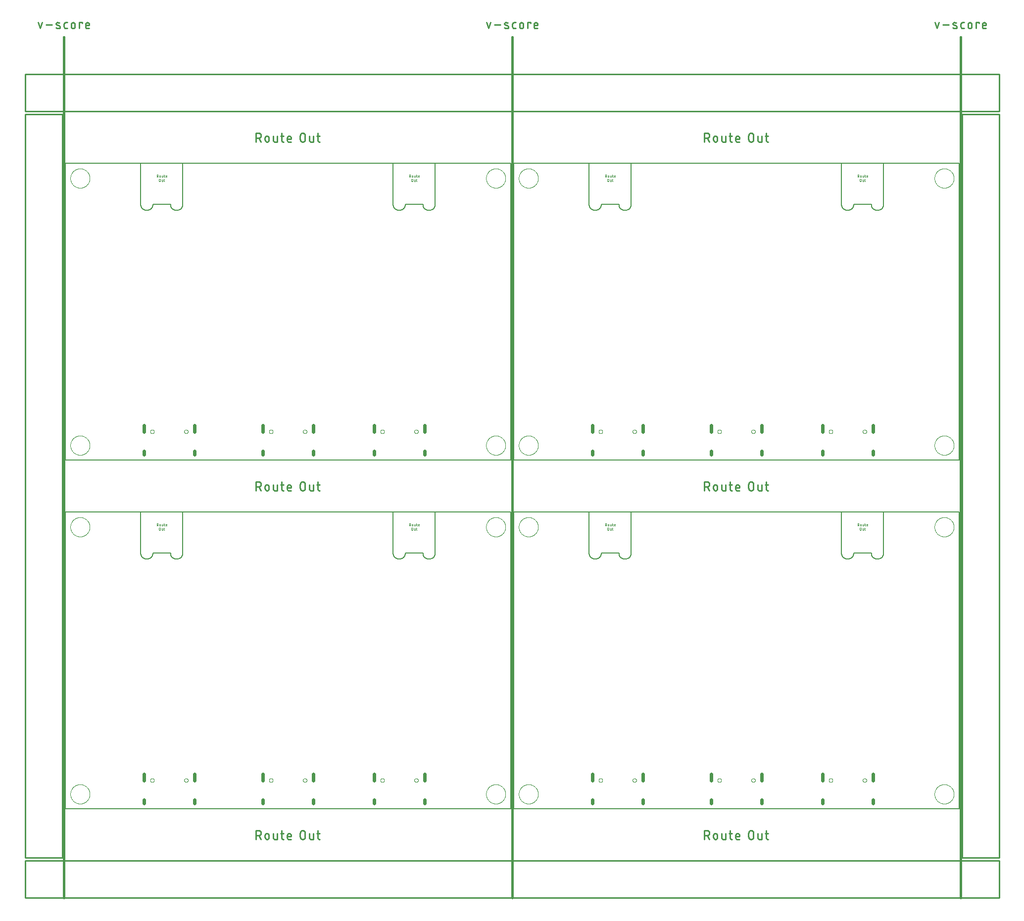
<source format=gko>
G04 EAGLE Gerber RS-274X export*
G75*
%MOMM*%
%FSLAX34Y34*%
%LPD*%
%IN*%
%IPPOS*%
%AMOC8*
5,1,8,0,0,1.08239X$1,22.5*%
G01*
%ADD10C,0.203200*%
%ADD11C,0.279400*%
%ADD12C,0.381000*%
%ADD13C,0.254000*%
%ADD14C,0.000000*%
%ADD15C,0.600000*%
%ADD16C,0.152400*%
%ADD17C,0.076200*%


D10*
X0Y0D02*
X0Y508000D01*
X762000Y508000D01*
X762000Y0D01*
X0Y0D01*
D11*
X326504Y-36957D02*
X326504Y-51943D01*
X326504Y-36957D02*
X330667Y-36957D01*
X330795Y-36959D01*
X330923Y-36965D01*
X331051Y-36975D01*
X331179Y-36989D01*
X331306Y-37006D01*
X331432Y-37028D01*
X331558Y-37053D01*
X331682Y-37083D01*
X331806Y-37116D01*
X331929Y-37153D01*
X332051Y-37194D01*
X332171Y-37238D01*
X332290Y-37286D01*
X332407Y-37338D01*
X332523Y-37393D01*
X332636Y-37452D01*
X332749Y-37515D01*
X332859Y-37581D01*
X332966Y-37650D01*
X333072Y-37722D01*
X333176Y-37798D01*
X333277Y-37877D01*
X333376Y-37959D01*
X333472Y-38044D01*
X333565Y-38131D01*
X333656Y-38222D01*
X333743Y-38315D01*
X333828Y-38411D01*
X333910Y-38510D01*
X333989Y-38611D01*
X334065Y-38715D01*
X334137Y-38821D01*
X334206Y-38928D01*
X334272Y-39039D01*
X334335Y-39151D01*
X334394Y-39264D01*
X334449Y-39380D01*
X334501Y-39497D01*
X334549Y-39616D01*
X334593Y-39736D01*
X334634Y-39858D01*
X334671Y-39981D01*
X334704Y-40105D01*
X334734Y-40229D01*
X334759Y-40355D01*
X334781Y-40481D01*
X334798Y-40608D01*
X334812Y-40736D01*
X334822Y-40864D01*
X334828Y-40992D01*
X334830Y-41120D01*
X334828Y-41248D01*
X334822Y-41376D01*
X334812Y-41504D01*
X334798Y-41632D01*
X334781Y-41759D01*
X334759Y-41885D01*
X334734Y-42011D01*
X334704Y-42135D01*
X334671Y-42259D01*
X334634Y-42382D01*
X334593Y-42504D01*
X334549Y-42624D01*
X334501Y-42743D01*
X334449Y-42860D01*
X334394Y-42976D01*
X334335Y-43089D01*
X334272Y-43202D01*
X334206Y-43312D01*
X334137Y-43419D01*
X334065Y-43525D01*
X333989Y-43629D01*
X333910Y-43730D01*
X333828Y-43829D01*
X333743Y-43925D01*
X333656Y-44018D01*
X333565Y-44109D01*
X333472Y-44196D01*
X333376Y-44281D01*
X333277Y-44363D01*
X333176Y-44442D01*
X333072Y-44518D01*
X332966Y-44590D01*
X332859Y-44659D01*
X332749Y-44725D01*
X332636Y-44788D01*
X332523Y-44847D01*
X332407Y-44902D01*
X332290Y-44954D01*
X332171Y-45002D01*
X332051Y-45046D01*
X331929Y-45087D01*
X331806Y-45124D01*
X331682Y-45157D01*
X331558Y-45187D01*
X331432Y-45212D01*
X331306Y-45234D01*
X331179Y-45251D01*
X331051Y-45265D01*
X330923Y-45275D01*
X330795Y-45281D01*
X330667Y-45283D01*
X326504Y-45283D01*
X331499Y-45283D02*
X334829Y-51943D01*
X341788Y-48613D02*
X341788Y-45283D01*
X341790Y-45169D01*
X341796Y-45056D01*
X341805Y-44942D01*
X341819Y-44830D01*
X341836Y-44717D01*
X341858Y-44605D01*
X341883Y-44495D01*
X341911Y-44385D01*
X341944Y-44276D01*
X341980Y-44168D01*
X342020Y-44061D01*
X342064Y-43956D01*
X342111Y-43853D01*
X342161Y-43751D01*
X342215Y-43651D01*
X342273Y-43553D01*
X342334Y-43457D01*
X342397Y-43363D01*
X342465Y-43271D01*
X342535Y-43181D01*
X342608Y-43095D01*
X342684Y-43010D01*
X342763Y-42928D01*
X342845Y-42849D01*
X342930Y-42773D01*
X343016Y-42700D01*
X343106Y-42630D01*
X343198Y-42562D01*
X343292Y-42499D01*
X343388Y-42438D01*
X343486Y-42380D01*
X343586Y-42326D01*
X343688Y-42276D01*
X343791Y-42229D01*
X343896Y-42185D01*
X344003Y-42145D01*
X344111Y-42109D01*
X344220Y-42076D01*
X344330Y-42048D01*
X344440Y-42023D01*
X344552Y-42001D01*
X344665Y-41984D01*
X344777Y-41970D01*
X344891Y-41961D01*
X345004Y-41955D01*
X345118Y-41953D01*
X345232Y-41955D01*
X345345Y-41961D01*
X345459Y-41970D01*
X345571Y-41984D01*
X345684Y-42001D01*
X345796Y-42023D01*
X345906Y-42048D01*
X346016Y-42076D01*
X346125Y-42109D01*
X346233Y-42145D01*
X346340Y-42185D01*
X346445Y-42229D01*
X346548Y-42276D01*
X346650Y-42326D01*
X346750Y-42380D01*
X346848Y-42438D01*
X346944Y-42499D01*
X347038Y-42562D01*
X347130Y-42630D01*
X347220Y-42700D01*
X347306Y-42773D01*
X347391Y-42849D01*
X347473Y-42928D01*
X347552Y-43010D01*
X347628Y-43095D01*
X347701Y-43181D01*
X347771Y-43271D01*
X347839Y-43363D01*
X347902Y-43457D01*
X347963Y-43553D01*
X348021Y-43651D01*
X348075Y-43751D01*
X348125Y-43853D01*
X348172Y-43956D01*
X348216Y-44061D01*
X348256Y-44168D01*
X348292Y-44276D01*
X348325Y-44385D01*
X348353Y-44495D01*
X348378Y-44605D01*
X348400Y-44717D01*
X348417Y-44830D01*
X348431Y-44942D01*
X348440Y-45056D01*
X348446Y-45169D01*
X348448Y-45283D01*
X348448Y-48613D01*
X348446Y-48727D01*
X348440Y-48840D01*
X348431Y-48954D01*
X348417Y-49066D01*
X348400Y-49179D01*
X348378Y-49291D01*
X348353Y-49401D01*
X348325Y-49511D01*
X348292Y-49620D01*
X348256Y-49728D01*
X348216Y-49835D01*
X348172Y-49940D01*
X348125Y-50043D01*
X348075Y-50145D01*
X348021Y-50245D01*
X347963Y-50343D01*
X347902Y-50439D01*
X347839Y-50533D01*
X347771Y-50625D01*
X347701Y-50715D01*
X347628Y-50801D01*
X347552Y-50886D01*
X347473Y-50968D01*
X347391Y-51047D01*
X347306Y-51123D01*
X347220Y-51196D01*
X347130Y-51266D01*
X347038Y-51334D01*
X346944Y-51397D01*
X346848Y-51458D01*
X346750Y-51516D01*
X346650Y-51570D01*
X346548Y-51620D01*
X346445Y-51667D01*
X346340Y-51711D01*
X346233Y-51751D01*
X346125Y-51787D01*
X346016Y-51820D01*
X345906Y-51848D01*
X345796Y-51873D01*
X345684Y-51895D01*
X345571Y-51912D01*
X345459Y-51926D01*
X345345Y-51935D01*
X345232Y-51941D01*
X345118Y-51943D01*
X345004Y-51941D01*
X344891Y-51935D01*
X344777Y-51926D01*
X344665Y-51912D01*
X344552Y-51895D01*
X344440Y-51873D01*
X344330Y-51848D01*
X344220Y-51820D01*
X344111Y-51787D01*
X344003Y-51751D01*
X343896Y-51711D01*
X343791Y-51667D01*
X343688Y-51620D01*
X343586Y-51570D01*
X343486Y-51516D01*
X343388Y-51458D01*
X343292Y-51397D01*
X343198Y-51334D01*
X343106Y-51266D01*
X343016Y-51196D01*
X342930Y-51123D01*
X342845Y-51047D01*
X342763Y-50968D01*
X342684Y-50886D01*
X342608Y-50801D01*
X342535Y-50715D01*
X342465Y-50625D01*
X342397Y-50533D01*
X342334Y-50439D01*
X342273Y-50343D01*
X342215Y-50245D01*
X342161Y-50145D01*
X342111Y-50043D01*
X342064Y-49940D01*
X342020Y-49835D01*
X341980Y-49728D01*
X341944Y-49620D01*
X341911Y-49511D01*
X341883Y-49401D01*
X341858Y-49291D01*
X341836Y-49179D01*
X341819Y-49066D01*
X341805Y-48954D01*
X341796Y-48840D01*
X341790Y-48727D01*
X341788Y-48613D01*
X355856Y-49445D02*
X355856Y-41952D01*
X355855Y-49445D02*
X355857Y-49543D01*
X355863Y-49641D01*
X355872Y-49739D01*
X355886Y-49836D01*
X355903Y-49932D01*
X355924Y-50028D01*
X355949Y-50123D01*
X355977Y-50217D01*
X356009Y-50310D01*
X356045Y-50401D01*
X356084Y-50491D01*
X356127Y-50579D01*
X356174Y-50666D01*
X356223Y-50750D01*
X356276Y-50833D01*
X356332Y-50913D01*
X356391Y-50992D01*
X356454Y-51067D01*
X356519Y-51141D01*
X356587Y-51211D01*
X356657Y-51279D01*
X356731Y-51345D01*
X356807Y-51407D01*
X356885Y-51466D01*
X356965Y-51522D01*
X357048Y-51575D01*
X357132Y-51625D01*
X357219Y-51671D01*
X357307Y-51714D01*
X357397Y-51753D01*
X357488Y-51789D01*
X357581Y-51821D01*
X357675Y-51849D01*
X357770Y-51874D01*
X357866Y-51895D01*
X357962Y-51912D01*
X358059Y-51926D01*
X358157Y-51935D01*
X358255Y-51941D01*
X358353Y-51943D01*
X362516Y-51943D01*
X362516Y-41952D01*
X368497Y-41952D02*
X373492Y-41952D01*
X370162Y-36957D02*
X370162Y-49445D01*
X370164Y-49543D01*
X370170Y-49641D01*
X370179Y-49739D01*
X370193Y-49836D01*
X370210Y-49932D01*
X370231Y-50028D01*
X370256Y-50123D01*
X370284Y-50217D01*
X370316Y-50310D01*
X370352Y-50401D01*
X370391Y-50491D01*
X370434Y-50579D01*
X370481Y-50666D01*
X370530Y-50750D01*
X370583Y-50833D01*
X370639Y-50913D01*
X370698Y-50992D01*
X370761Y-51067D01*
X370826Y-51141D01*
X370894Y-51211D01*
X370964Y-51279D01*
X371038Y-51345D01*
X371114Y-51407D01*
X371192Y-51466D01*
X371272Y-51522D01*
X371355Y-51575D01*
X371439Y-51625D01*
X371526Y-51671D01*
X371614Y-51714D01*
X371704Y-51753D01*
X371795Y-51789D01*
X371888Y-51821D01*
X371982Y-51849D01*
X372077Y-51874D01*
X372173Y-51895D01*
X372269Y-51912D01*
X372366Y-51926D01*
X372464Y-51935D01*
X372562Y-51941D01*
X372660Y-51943D01*
X373492Y-51943D01*
X382321Y-51943D02*
X386484Y-51943D01*
X382321Y-51943D02*
X382223Y-51941D01*
X382125Y-51935D01*
X382027Y-51926D01*
X381930Y-51912D01*
X381834Y-51895D01*
X381738Y-51874D01*
X381643Y-51849D01*
X381549Y-51821D01*
X381456Y-51789D01*
X381365Y-51753D01*
X381275Y-51714D01*
X381187Y-51671D01*
X381100Y-51624D01*
X381016Y-51575D01*
X380933Y-51522D01*
X380853Y-51466D01*
X380775Y-51407D01*
X380699Y-51345D01*
X380625Y-51279D01*
X380555Y-51211D01*
X380487Y-51141D01*
X380422Y-51067D01*
X380359Y-50992D01*
X380300Y-50913D01*
X380244Y-50833D01*
X380191Y-50750D01*
X380142Y-50666D01*
X380095Y-50579D01*
X380052Y-50491D01*
X380013Y-50401D01*
X379977Y-50310D01*
X379945Y-50217D01*
X379917Y-50123D01*
X379892Y-50028D01*
X379871Y-49932D01*
X379854Y-49836D01*
X379840Y-49739D01*
X379831Y-49641D01*
X379825Y-49543D01*
X379823Y-49445D01*
X379824Y-49445D02*
X379824Y-45283D01*
X379826Y-45169D01*
X379832Y-45056D01*
X379841Y-44942D01*
X379855Y-44830D01*
X379872Y-44717D01*
X379894Y-44605D01*
X379919Y-44495D01*
X379947Y-44385D01*
X379980Y-44276D01*
X380016Y-44168D01*
X380056Y-44061D01*
X380100Y-43956D01*
X380147Y-43853D01*
X380197Y-43751D01*
X380251Y-43651D01*
X380309Y-43553D01*
X380370Y-43457D01*
X380433Y-43363D01*
X380501Y-43271D01*
X380571Y-43181D01*
X380644Y-43095D01*
X380720Y-43010D01*
X380799Y-42928D01*
X380881Y-42849D01*
X380966Y-42773D01*
X381052Y-42700D01*
X381142Y-42630D01*
X381234Y-42562D01*
X381328Y-42499D01*
X381424Y-42438D01*
X381522Y-42380D01*
X381622Y-42326D01*
X381724Y-42276D01*
X381827Y-42229D01*
X381932Y-42185D01*
X382039Y-42145D01*
X382147Y-42109D01*
X382256Y-42076D01*
X382366Y-42048D01*
X382476Y-42023D01*
X382588Y-42001D01*
X382701Y-41984D01*
X382813Y-41970D01*
X382927Y-41961D01*
X383040Y-41955D01*
X383154Y-41953D01*
X383268Y-41955D01*
X383381Y-41961D01*
X383495Y-41970D01*
X383607Y-41984D01*
X383720Y-42001D01*
X383832Y-42023D01*
X383942Y-42048D01*
X384052Y-42076D01*
X384161Y-42109D01*
X384269Y-42145D01*
X384376Y-42185D01*
X384481Y-42229D01*
X384584Y-42276D01*
X384686Y-42326D01*
X384786Y-42380D01*
X384884Y-42438D01*
X384980Y-42499D01*
X385074Y-42562D01*
X385166Y-42630D01*
X385256Y-42700D01*
X385342Y-42773D01*
X385427Y-42849D01*
X385509Y-42928D01*
X385588Y-43010D01*
X385664Y-43095D01*
X385737Y-43181D01*
X385807Y-43271D01*
X385875Y-43363D01*
X385938Y-43457D01*
X385999Y-43553D01*
X386057Y-43651D01*
X386111Y-43751D01*
X386161Y-43853D01*
X386208Y-43956D01*
X386252Y-44061D01*
X386292Y-44168D01*
X386328Y-44276D01*
X386361Y-44385D01*
X386389Y-44495D01*
X386414Y-44605D01*
X386436Y-44717D01*
X386453Y-44830D01*
X386467Y-44942D01*
X386476Y-45056D01*
X386482Y-45169D01*
X386484Y-45283D01*
X386484Y-46948D01*
X379824Y-46948D01*
X401917Y-47780D02*
X401917Y-41120D01*
X401919Y-40992D01*
X401925Y-40864D01*
X401935Y-40736D01*
X401949Y-40608D01*
X401966Y-40481D01*
X401988Y-40355D01*
X402013Y-40229D01*
X402043Y-40105D01*
X402076Y-39981D01*
X402113Y-39858D01*
X402154Y-39736D01*
X402198Y-39616D01*
X402246Y-39497D01*
X402298Y-39380D01*
X402353Y-39264D01*
X402412Y-39151D01*
X402475Y-39038D01*
X402541Y-38928D01*
X402610Y-38821D01*
X402682Y-38715D01*
X402758Y-38611D01*
X402837Y-38510D01*
X402919Y-38411D01*
X403004Y-38315D01*
X403091Y-38222D01*
X403182Y-38131D01*
X403275Y-38044D01*
X403371Y-37959D01*
X403470Y-37877D01*
X403571Y-37798D01*
X403675Y-37722D01*
X403781Y-37650D01*
X403888Y-37581D01*
X403999Y-37515D01*
X404111Y-37452D01*
X404224Y-37393D01*
X404340Y-37338D01*
X404457Y-37286D01*
X404576Y-37238D01*
X404696Y-37194D01*
X404818Y-37153D01*
X404941Y-37116D01*
X405065Y-37083D01*
X405189Y-37053D01*
X405315Y-37028D01*
X405441Y-37006D01*
X405568Y-36989D01*
X405696Y-36975D01*
X405824Y-36965D01*
X405952Y-36959D01*
X406080Y-36957D01*
X406208Y-36959D01*
X406336Y-36965D01*
X406464Y-36975D01*
X406592Y-36989D01*
X406719Y-37006D01*
X406845Y-37028D01*
X406971Y-37053D01*
X407095Y-37083D01*
X407219Y-37116D01*
X407342Y-37153D01*
X407464Y-37194D01*
X407584Y-37238D01*
X407703Y-37286D01*
X407820Y-37338D01*
X407936Y-37393D01*
X408049Y-37452D01*
X408162Y-37515D01*
X408272Y-37581D01*
X408379Y-37650D01*
X408485Y-37722D01*
X408589Y-37798D01*
X408690Y-37877D01*
X408789Y-37959D01*
X408885Y-38044D01*
X408978Y-38131D01*
X409069Y-38222D01*
X409156Y-38315D01*
X409241Y-38411D01*
X409323Y-38510D01*
X409402Y-38611D01*
X409478Y-38715D01*
X409550Y-38821D01*
X409619Y-38928D01*
X409685Y-39039D01*
X409748Y-39151D01*
X409807Y-39264D01*
X409862Y-39380D01*
X409914Y-39497D01*
X409962Y-39616D01*
X410006Y-39736D01*
X410047Y-39858D01*
X410084Y-39981D01*
X410117Y-40105D01*
X410147Y-40229D01*
X410172Y-40355D01*
X410194Y-40481D01*
X410211Y-40608D01*
X410225Y-40736D01*
X410235Y-40864D01*
X410241Y-40992D01*
X410243Y-41120D01*
X410242Y-41120D02*
X410242Y-47780D01*
X410243Y-47780D02*
X410241Y-47908D01*
X410235Y-48036D01*
X410225Y-48164D01*
X410211Y-48292D01*
X410194Y-48419D01*
X410172Y-48545D01*
X410147Y-48671D01*
X410117Y-48795D01*
X410084Y-48919D01*
X410047Y-49042D01*
X410006Y-49164D01*
X409962Y-49284D01*
X409914Y-49403D01*
X409862Y-49520D01*
X409807Y-49636D01*
X409748Y-49749D01*
X409685Y-49862D01*
X409619Y-49972D01*
X409550Y-50079D01*
X409478Y-50185D01*
X409402Y-50289D01*
X409323Y-50390D01*
X409241Y-50489D01*
X409156Y-50585D01*
X409069Y-50678D01*
X408978Y-50769D01*
X408885Y-50856D01*
X408789Y-50941D01*
X408690Y-51023D01*
X408589Y-51102D01*
X408485Y-51178D01*
X408379Y-51250D01*
X408272Y-51319D01*
X408162Y-51385D01*
X408049Y-51448D01*
X407936Y-51507D01*
X407820Y-51562D01*
X407703Y-51614D01*
X407584Y-51662D01*
X407464Y-51706D01*
X407342Y-51747D01*
X407219Y-51784D01*
X407095Y-51817D01*
X406971Y-51847D01*
X406845Y-51872D01*
X406719Y-51894D01*
X406592Y-51911D01*
X406464Y-51925D01*
X406336Y-51935D01*
X406208Y-51941D01*
X406080Y-51943D01*
X405952Y-51941D01*
X405824Y-51935D01*
X405696Y-51925D01*
X405568Y-51911D01*
X405441Y-51894D01*
X405315Y-51872D01*
X405189Y-51847D01*
X405065Y-51817D01*
X404941Y-51784D01*
X404818Y-51747D01*
X404696Y-51706D01*
X404576Y-51662D01*
X404457Y-51614D01*
X404340Y-51562D01*
X404224Y-51507D01*
X404111Y-51448D01*
X403999Y-51385D01*
X403888Y-51319D01*
X403781Y-51250D01*
X403675Y-51178D01*
X403571Y-51102D01*
X403470Y-51023D01*
X403371Y-50941D01*
X403275Y-50856D01*
X403182Y-50769D01*
X403091Y-50678D01*
X403004Y-50585D01*
X402919Y-50489D01*
X402837Y-50390D01*
X402758Y-50289D01*
X402682Y-50185D01*
X402610Y-50079D01*
X402541Y-49972D01*
X402475Y-49861D01*
X402412Y-49749D01*
X402353Y-49636D01*
X402298Y-49520D01*
X402246Y-49403D01*
X402198Y-49284D01*
X402154Y-49164D01*
X402113Y-49042D01*
X402076Y-48919D01*
X402043Y-48795D01*
X402013Y-48671D01*
X401988Y-48545D01*
X401966Y-48419D01*
X401949Y-48292D01*
X401935Y-48164D01*
X401925Y-48036D01*
X401919Y-47908D01*
X401917Y-47780D01*
X417859Y-49445D02*
X417859Y-41952D01*
X417859Y-49445D02*
X417861Y-49543D01*
X417867Y-49641D01*
X417876Y-49739D01*
X417890Y-49836D01*
X417907Y-49932D01*
X417928Y-50028D01*
X417953Y-50123D01*
X417981Y-50217D01*
X418013Y-50310D01*
X418049Y-50401D01*
X418088Y-50491D01*
X418131Y-50579D01*
X418178Y-50666D01*
X418227Y-50750D01*
X418280Y-50833D01*
X418336Y-50913D01*
X418395Y-50992D01*
X418458Y-51067D01*
X418523Y-51141D01*
X418591Y-51211D01*
X418661Y-51279D01*
X418735Y-51345D01*
X418811Y-51407D01*
X418889Y-51466D01*
X418969Y-51522D01*
X419052Y-51575D01*
X419136Y-51625D01*
X419223Y-51671D01*
X419311Y-51714D01*
X419401Y-51753D01*
X419492Y-51789D01*
X419585Y-51821D01*
X419679Y-51849D01*
X419774Y-51874D01*
X419870Y-51895D01*
X419966Y-51912D01*
X420063Y-51926D01*
X420161Y-51935D01*
X420259Y-51941D01*
X420357Y-51943D01*
X424520Y-51943D01*
X424520Y-41952D01*
X430501Y-41952D02*
X435496Y-41952D01*
X432166Y-36957D02*
X432166Y-49445D01*
X432165Y-49445D02*
X432167Y-49543D01*
X432173Y-49641D01*
X432182Y-49739D01*
X432196Y-49836D01*
X432213Y-49932D01*
X432234Y-50028D01*
X432259Y-50123D01*
X432287Y-50217D01*
X432319Y-50310D01*
X432355Y-50401D01*
X432394Y-50491D01*
X432437Y-50579D01*
X432484Y-50666D01*
X432533Y-50750D01*
X432586Y-50833D01*
X432642Y-50913D01*
X432701Y-50992D01*
X432764Y-51067D01*
X432829Y-51141D01*
X432897Y-51211D01*
X432967Y-51279D01*
X433041Y-51345D01*
X433117Y-51407D01*
X433195Y-51466D01*
X433275Y-51522D01*
X433358Y-51575D01*
X433442Y-51625D01*
X433529Y-51671D01*
X433617Y-51714D01*
X433707Y-51753D01*
X433798Y-51789D01*
X433891Y-51821D01*
X433985Y-51849D01*
X434080Y-51874D01*
X434176Y-51895D01*
X434272Y-51912D01*
X434369Y-51926D01*
X434467Y-51935D01*
X434565Y-51941D01*
X434663Y-51943D01*
X434664Y-51943D02*
X435496Y-51943D01*
D10*
X767080Y0D02*
X767080Y508000D01*
X1529080Y508000D01*
X1529080Y0D01*
X767080Y0D01*
D11*
X1093584Y-36957D02*
X1093584Y-51943D01*
X1093584Y-36957D02*
X1097747Y-36957D01*
X1097875Y-36959D01*
X1098003Y-36965D01*
X1098131Y-36975D01*
X1098259Y-36989D01*
X1098386Y-37006D01*
X1098512Y-37028D01*
X1098638Y-37053D01*
X1098762Y-37083D01*
X1098886Y-37116D01*
X1099009Y-37153D01*
X1099131Y-37194D01*
X1099251Y-37238D01*
X1099370Y-37286D01*
X1099487Y-37338D01*
X1099603Y-37393D01*
X1099716Y-37452D01*
X1099829Y-37515D01*
X1099939Y-37581D01*
X1100046Y-37650D01*
X1100152Y-37722D01*
X1100256Y-37798D01*
X1100357Y-37877D01*
X1100456Y-37959D01*
X1100552Y-38044D01*
X1100645Y-38131D01*
X1100736Y-38222D01*
X1100823Y-38315D01*
X1100908Y-38411D01*
X1100990Y-38510D01*
X1101069Y-38611D01*
X1101145Y-38715D01*
X1101217Y-38821D01*
X1101286Y-38928D01*
X1101352Y-39039D01*
X1101415Y-39151D01*
X1101474Y-39264D01*
X1101529Y-39380D01*
X1101581Y-39497D01*
X1101629Y-39616D01*
X1101673Y-39736D01*
X1101714Y-39858D01*
X1101751Y-39981D01*
X1101784Y-40105D01*
X1101814Y-40229D01*
X1101839Y-40355D01*
X1101861Y-40481D01*
X1101878Y-40608D01*
X1101892Y-40736D01*
X1101902Y-40864D01*
X1101908Y-40992D01*
X1101910Y-41120D01*
X1101908Y-41248D01*
X1101902Y-41376D01*
X1101892Y-41504D01*
X1101878Y-41632D01*
X1101861Y-41759D01*
X1101839Y-41885D01*
X1101814Y-42011D01*
X1101784Y-42135D01*
X1101751Y-42259D01*
X1101714Y-42382D01*
X1101673Y-42504D01*
X1101629Y-42624D01*
X1101581Y-42743D01*
X1101529Y-42860D01*
X1101474Y-42976D01*
X1101415Y-43089D01*
X1101352Y-43202D01*
X1101286Y-43312D01*
X1101217Y-43419D01*
X1101145Y-43525D01*
X1101069Y-43629D01*
X1100990Y-43730D01*
X1100908Y-43829D01*
X1100823Y-43925D01*
X1100736Y-44018D01*
X1100645Y-44109D01*
X1100552Y-44196D01*
X1100456Y-44281D01*
X1100357Y-44363D01*
X1100256Y-44442D01*
X1100152Y-44518D01*
X1100046Y-44590D01*
X1099939Y-44659D01*
X1099829Y-44725D01*
X1099716Y-44788D01*
X1099603Y-44847D01*
X1099487Y-44902D01*
X1099370Y-44954D01*
X1099251Y-45002D01*
X1099131Y-45046D01*
X1099009Y-45087D01*
X1098886Y-45124D01*
X1098762Y-45157D01*
X1098638Y-45187D01*
X1098512Y-45212D01*
X1098386Y-45234D01*
X1098259Y-45251D01*
X1098131Y-45265D01*
X1098003Y-45275D01*
X1097875Y-45281D01*
X1097747Y-45283D01*
X1093584Y-45283D01*
X1098579Y-45283D02*
X1101909Y-51943D01*
X1108868Y-48613D02*
X1108868Y-45283D01*
X1108870Y-45169D01*
X1108876Y-45056D01*
X1108885Y-44942D01*
X1108899Y-44830D01*
X1108916Y-44717D01*
X1108938Y-44605D01*
X1108963Y-44495D01*
X1108991Y-44385D01*
X1109024Y-44276D01*
X1109060Y-44168D01*
X1109100Y-44061D01*
X1109144Y-43956D01*
X1109191Y-43853D01*
X1109241Y-43751D01*
X1109295Y-43651D01*
X1109353Y-43553D01*
X1109414Y-43457D01*
X1109477Y-43363D01*
X1109545Y-43271D01*
X1109615Y-43181D01*
X1109688Y-43095D01*
X1109764Y-43010D01*
X1109843Y-42928D01*
X1109925Y-42849D01*
X1110010Y-42773D01*
X1110096Y-42700D01*
X1110186Y-42630D01*
X1110278Y-42562D01*
X1110372Y-42499D01*
X1110468Y-42438D01*
X1110566Y-42380D01*
X1110666Y-42326D01*
X1110768Y-42276D01*
X1110871Y-42229D01*
X1110976Y-42185D01*
X1111083Y-42145D01*
X1111191Y-42109D01*
X1111300Y-42076D01*
X1111410Y-42048D01*
X1111520Y-42023D01*
X1111632Y-42001D01*
X1111745Y-41984D01*
X1111857Y-41970D01*
X1111971Y-41961D01*
X1112084Y-41955D01*
X1112198Y-41953D01*
X1112312Y-41955D01*
X1112425Y-41961D01*
X1112539Y-41970D01*
X1112651Y-41984D01*
X1112764Y-42001D01*
X1112876Y-42023D01*
X1112986Y-42048D01*
X1113096Y-42076D01*
X1113205Y-42109D01*
X1113313Y-42145D01*
X1113420Y-42185D01*
X1113525Y-42229D01*
X1113628Y-42276D01*
X1113730Y-42326D01*
X1113830Y-42380D01*
X1113928Y-42438D01*
X1114024Y-42499D01*
X1114118Y-42562D01*
X1114210Y-42630D01*
X1114300Y-42700D01*
X1114386Y-42773D01*
X1114471Y-42849D01*
X1114553Y-42928D01*
X1114632Y-43010D01*
X1114708Y-43095D01*
X1114781Y-43181D01*
X1114851Y-43271D01*
X1114919Y-43363D01*
X1114982Y-43457D01*
X1115043Y-43553D01*
X1115101Y-43651D01*
X1115155Y-43751D01*
X1115205Y-43853D01*
X1115252Y-43956D01*
X1115296Y-44061D01*
X1115336Y-44168D01*
X1115372Y-44276D01*
X1115405Y-44385D01*
X1115433Y-44495D01*
X1115458Y-44605D01*
X1115480Y-44717D01*
X1115497Y-44830D01*
X1115511Y-44942D01*
X1115520Y-45056D01*
X1115526Y-45169D01*
X1115528Y-45283D01*
X1115528Y-48613D01*
X1115526Y-48727D01*
X1115520Y-48840D01*
X1115511Y-48954D01*
X1115497Y-49066D01*
X1115480Y-49179D01*
X1115458Y-49291D01*
X1115433Y-49401D01*
X1115405Y-49511D01*
X1115372Y-49620D01*
X1115336Y-49728D01*
X1115296Y-49835D01*
X1115252Y-49940D01*
X1115205Y-50043D01*
X1115155Y-50145D01*
X1115101Y-50245D01*
X1115043Y-50343D01*
X1114982Y-50439D01*
X1114919Y-50533D01*
X1114851Y-50625D01*
X1114781Y-50715D01*
X1114708Y-50801D01*
X1114632Y-50886D01*
X1114553Y-50968D01*
X1114471Y-51047D01*
X1114386Y-51123D01*
X1114300Y-51196D01*
X1114210Y-51266D01*
X1114118Y-51334D01*
X1114024Y-51397D01*
X1113928Y-51458D01*
X1113830Y-51516D01*
X1113730Y-51570D01*
X1113628Y-51620D01*
X1113525Y-51667D01*
X1113420Y-51711D01*
X1113313Y-51751D01*
X1113205Y-51787D01*
X1113096Y-51820D01*
X1112986Y-51848D01*
X1112876Y-51873D01*
X1112764Y-51895D01*
X1112651Y-51912D01*
X1112539Y-51926D01*
X1112425Y-51935D01*
X1112312Y-51941D01*
X1112198Y-51943D01*
X1112084Y-51941D01*
X1111971Y-51935D01*
X1111857Y-51926D01*
X1111745Y-51912D01*
X1111632Y-51895D01*
X1111520Y-51873D01*
X1111410Y-51848D01*
X1111300Y-51820D01*
X1111191Y-51787D01*
X1111083Y-51751D01*
X1110976Y-51711D01*
X1110871Y-51667D01*
X1110768Y-51620D01*
X1110666Y-51570D01*
X1110566Y-51516D01*
X1110468Y-51458D01*
X1110372Y-51397D01*
X1110278Y-51334D01*
X1110186Y-51266D01*
X1110096Y-51196D01*
X1110010Y-51123D01*
X1109925Y-51047D01*
X1109843Y-50968D01*
X1109764Y-50886D01*
X1109688Y-50801D01*
X1109615Y-50715D01*
X1109545Y-50625D01*
X1109477Y-50533D01*
X1109414Y-50439D01*
X1109353Y-50343D01*
X1109295Y-50245D01*
X1109241Y-50145D01*
X1109191Y-50043D01*
X1109144Y-49940D01*
X1109100Y-49835D01*
X1109060Y-49728D01*
X1109024Y-49620D01*
X1108991Y-49511D01*
X1108963Y-49401D01*
X1108938Y-49291D01*
X1108916Y-49179D01*
X1108899Y-49066D01*
X1108885Y-48954D01*
X1108876Y-48840D01*
X1108870Y-48727D01*
X1108868Y-48613D01*
X1122936Y-49445D02*
X1122936Y-41952D01*
X1122935Y-49445D02*
X1122937Y-49543D01*
X1122943Y-49641D01*
X1122952Y-49739D01*
X1122966Y-49836D01*
X1122983Y-49932D01*
X1123004Y-50028D01*
X1123029Y-50123D01*
X1123057Y-50217D01*
X1123089Y-50310D01*
X1123125Y-50401D01*
X1123164Y-50491D01*
X1123207Y-50579D01*
X1123254Y-50666D01*
X1123303Y-50750D01*
X1123356Y-50833D01*
X1123412Y-50913D01*
X1123471Y-50992D01*
X1123534Y-51067D01*
X1123599Y-51141D01*
X1123667Y-51211D01*
X1123737Y-51279D01*
X1123811Y-51345D01*
X1123887Y-51407D01*
X1123965Y-51466D01*
X1124045Y-51522D01*
X1124128Y-51575D01*
X1124212Y-51625D01*
X1124299Y-51671D01*
X1124387Y-51714D01*
X1124477Y-51753D01*
X1124568Y-51789D01*
X1124661Y-51821D01*
X1124755Y-51849D01*
X1124850Y-51874D01*
X1124946Y-51895D01*
X1125042Y-51912D01*
X1125139Y-51926D01*
X1125237Y-51935D01*
X1125335Y-51941D01*
X1125433Y-51943D01*
X1129596Y-51943D01*
X1129596Y-41952D01*
X1135577Y-41952D02*
X1140572Y-41952D01*
X1137242Y-36957D02*
X1137242Y-49445D01*
X1137244Y-49543D01*
X1137250Y-49641D01*
X1137259Y-49739D01*
X1137273Y-49836D01*
X1137290Y-49932D01*
X1137311Y-50028D01*
X1137336Y-50123D01*
X1137364Y-50217D01*
X1137396Y-50310D01*
X1137432Y-50401D01*
X1137471Y-50491D01*
X1137514Y-50579D01*
X1137561Y-50666D01*
X1137610Y-50750D01*
X1137663Y-50833D01*
X1137719Y-50913D01*
X1137778Y-50992D01*
X1137841Y-51067D01*
X1137906Y-51141D01*
X1137974Y-51211D01*
X1138044Y-51279D01*
X1138118Y-51345D01*
X1138194Y-51407D01*
X1138272Y-51466D01*
X1138352Y-51522D01*
X1138435Y-51575D01*
X1138519Y-51625D01*
X1138606Y-51671D01*
X1138694Y-51714D01*
X1138784Y-51753D01*
X1138875Y-51789D01*
X1138968Y-51821D01*
X1139062Y-51849D01*
X1139157Y-51874D01*
X1139253Y-51895D01*
X1139349Y-51912D01*
X1139446Y-51926D01*
X1139544Y-51935D01*
X1139642Y-51941D01*
X1139740Y-51943D01*
X1140572Y-51943D01*
X1149401Y-51943D02*
X1153564Y-51943D01*
X1149401Y-51943D02*
X1149303Y-51941D01*
X1149205Y-51935D01*
X1149107Y-51926D01*
X1149010Y-51912D01*
X1148914Y-51895D01*
X1148818Y-51874D01*
X1148723Y-51849D01*
X1148629Y-51821D01*
X1148536Y-51789D01*
X1148445Y-51753D01*
X1148355Y-51714D01*
X1148267Y-51671D01*
X1148180Y-51624D01*
X1148096Y-51575D01*
X1148013Y-51522D01*
X1147933Y-51466D01*
X1147855Y-51407D01*
X1147779Y-51345D01*
X1147705Y-51279D01*
X1147635Y-51211D01*
X1147567Y-51141D01*
X1147502Y-51067D01*
X1147439Y-50992D01*
X1147380Y-50913D01*
X1147324Y-50833D01*
X1147271Y-50750D01*
X1147222Y-50666D01*
X1147175Y-50579D01*
X1147132Y-50491D01*
X1147093Y-50401D01*
X1147057Y-50310D01*
X1147025Y-50217D01*
X1146997Y-50123D01*
X1146972Y-50028D01*
X1146951Y-49932D01*
X1146934Y-49836D01*
X1146920Y-49739D01*
X1146911Y-49641D01*
X1146905Y-49543D01*
X1146903Y-49445D01*
X1146904Y-49445D02*
X1146904Y-45283D01*
X1146906Y-45169D01*
X1146912Y-45056D01*
X1146921Y-44942D01*
X1146935Y-44830D01*
X1146952Y-44717D01*
X1146974Y-44605D01*
X1146999Y-44495D01*
X1147027Y-44385D01*
X1147060Y-44276D01*
X1147096Y-44168D01*
X1147136Y-44061D01*
X1147180Y-43956D01*
X1147227Y-43853D01*
X1147277Y-43751D01*
X1147331Y-43651D01*
X1147389Y-43553D01*
X1147450Y-43457D01*
X1147513Y-43363D01*
X1147581Y-43271D01*
X1147651Y-43181D01*
X1147724Y-43095D01*
X1147800Y-43010D01*
X1147879Y-42928D01*
X1147961Y-42849D01*
X1148046Y-42773D01*
X1148132Y-42700D01*
X1148222Y-42630D01*
X1148314Y-42562D01*
X1148408Y-42499D01*
X1148504Y-42438D01*
X1148602Y-42380D01*
X1148702Y-42326D01*
X1148804Y-42276D01*
X1148907Y-42229D01*
X1149012Y-42185D01*
X1149119Y-42145D01*
X1149227Y-42109D01*
X1149336Y-42076D01*
X1149446Y-42048D01*
X1149556Y-42023D01*
X1149668Y-42001D01*
X1149781Y-41984D01*
X1149893Y-41970D01*
X1150007Y-41961D01*
X1150120Y-41955D01*
X1150234Y-41953D01*
X1150348Y-41955D01*
X1150461Y-41961D01*
X1150575Y-41970D01*
X1150687Y-41984D01*
X1150800Y-42001D01*
X1150912Y-42023D01*
X1151022Y-42048D01*
X1151132Y-42076D01*
X1151241Y-42109D01*
X1151349Y-42145D01*
X1151456Y-42185D01*
X1151561Y-42229D01*
X1151664Y-42276D01*
X1151766Y-42326D01*
X1151866Y-42380D01*
X1151964Y-42438D01*
X1152060Y-42499D01*
X1152154Y-42562D01*
X1152246Y-42630D01*
X1152336Y-42700D01*
X1152422Y-42773D01*
X1152507Y-42849D01*
X1152589Y-42928D01*
X1152668Y-43010D01*
X1152744Y-43095D01*
X1152817Y-43181D01*
X1152887Y-43271D01*
X1152955Y-43363D01*
X1153018Y-43457D01*
X1153079Y-43553D01*
X1153137Y-43651D01*
X1153191Y-43751D01*
X1153241Y-43853D01*
X1153288Y-43956D01*
X1153332Y-44061D01*
X1153372Y-44168D01*
X1153408Y-44276D01*
X1153441Y-44385D01*
X1153469Y-44495D01*
X1153494Y-44605D01*
X1153516Y-44717D01*
X1153533Y-44830D01*
X1153547Y-44942D01*
X1153556Y-45056D01*
X1153562Y-45169D01*
X1153564Y-45283D01*
X1153564Y-46948D01*
X1146904Y-46948D01*
X1168997Y-47780D02*
X1168997Y-41120D01*
X1168999Y-40992D01*
X1169005Y-40864D01*
X1169015Y-40736D01*
X1169029Y-40608D01*
X1169046Y-40481D01*
X1169068Y-40355D01*
X1169093Y-40229D01*
X1169123Y-40105D01*
X1169156Y-39981D01*
X1169193Y-39858D01*
X1169234Y-39736D01*
X1169278Y-39616D01*
X1169326Y-39497D01*
X1169378Y-39380D01*
X1169433Y-39264D01*
X1169492Y-39151D01*
X1169555Y-39038D01*
X1169621Y-38928D01*
X1169690Y-38821D01*
X1169762Y-38715D01*
X1169838Y-38611D01*
X1169917Y-38510D01*
X1169999Y-38411D01*
X1170084Y-38315D01*
X1170171Y-38222D01*
X1170262Y-38131D01*
X1170355Y-38044D01*
X1170451Y-37959D01*
X1170550Y-37877D01*
X1170651Y-37798D01*
X1170755Y-37722D01*
X1170861Y-37650D01*
X1170968Y-37581D01*
X1171079Y-37515D01*
X1171191Y-37452D01*
X1171304Y-37393D01*
X1171420Y-37338D01*
X1171537Y-37286D01*
X1171656Y-37238D01*
X1171776Y-37194D01*
X1171898Y-37153D01*
X1172021Y-37116D01*
X1172145Y-37083D01*
X1172269Y-37053D01*
X1172395Y-37028D01*
X1172521Y-37006D01*
X1172648Y-36989D01*
X1172776Y-36975D01*
X1172904Y-36965D01*
X1173032Y-36959D01*
X1173160Y-36957D01*
X1173288Y-36959D01*
X1173416Y-36965D01*
X1173544Y-36975D01*
X1173672Y-36989D01*
X1173799Y-37006D01*
X1173925Y-37028D01*
X1174051Y-37053D01*
X1174175Y-37083D01*
X1174299Y-37116D01*
X1174422Y-37153D01*
X1174544Y-37194D01*
X1174664Y-37238D01*
X1174783Y-37286D01*
X1174900Y-37338D01*
X1175016Y-37393D01*
X1175129Y-37452D01*
X1175242Y-37515D01*
X1175352Y-37581D01*
X1175459Y-37650D01*
X1175565Y-37722D01*
X1175669Y-37798D01*
X1175770Y-37877D01*
X1175869Y-37959D01*
X1175965Y-38044D01*
X1176058Y-38131D01*
X1176149Y-38222D01*
X1176236Y-38315D01*
X1176321Y-38411D01*
X1176403Y-38510D01*
X1176482Y-38611D01*
X1176558Y-38715D01*
X1176630Y-38821D01*
X1176699Y-38928D01*
X1176765Y-39039D01*
X1176828Y-39151D01*
X1176887Y-39264D01*
X1176942Y-39380D01*
X1176994Y-39497D01*
X1177042Y-39616D01*
X1177086Y-39736D01*
X1177127Y-39858D01*
X1177164Y-39981D01*
X1177197Y-40105D01*
X1177227Y-40229D01*
X1177252Y-40355D01*
X1177274Y-40481D01*
X1177291Y-40608D01*
X1177305Y-40736D01*
X1177315Y-40864D01*
X1177321Y-40992D01*
X1177323Y-41120D01*
X1177322Y-41120D02*
X1177322Y-47780D01*
X1177323Y-47780D02*
X1177321Y-47908D01*
X1177315Y-48036D01*
X1177305Y-48164D01*
X1177291Y-48292D01*
X1177274Y-48419D01*
X1177252Y-48545D01*
X1177227Y-48671D01*
X1177197Y-48795D01*
X1177164Y-48919D01*
X1177127Y-49042D01*
X1177086Y-49164D01*
X1177042Y-49284D01*
X1176994Y-49403D01*
X1176942Y-49520D01*
X1176887Y-49636D01*
X1176828Y-49749D01*
X1176765Y-49862D01*
X1176699Y-49972D01*
X1176630Y-50079D01*
X1176558Y-50185D01*
X1176482Y-50289D01*
X1176403Y-50390D01*
X1176321Y-50489D01*
X1176236Y-50585D01*
X1176149Y-50678D01*
X1176058Y-50769D01*
X1175965Y-50856D01*
X1175869Y-50941D01*
X1175770Y-51023D01*
X1175669Y-51102D01*
X1175565Y-51178D01*
X1175459Y-51250D01*
X1175352Y-51319D01*
X1175242Y-51385D01*
X1175129Y-51448D01*
X1175016Y-51507D01*
X1174900Y-51562D01*
X1174783Y-51614D01*
X1174664Y-51662D01*
X1174544Y-51706D01*
X1174422Y-51747D01*
X1174299Y-51784D01*
X1174175Y-51817D01*
X1174051Y-51847D01*
X1173925Y-51872D01*
X1173799Y-51894D01*
X1173672Y-51911D01*
X1173544Y-51925D01*
X1173416Y-51935D01*
X1173288Y-51941D01*
X1173160Y-51943D01*
X1173032Y-51941D01*
X1172904Y-51935D01*
X1172776Y-51925D01*
X1172648Y-51911D01*
X1172521Y-51894D01*
X1172395Y-51872D01*
X1172269Y-51847D01*
X1172145Y-51817D01*
X1172021Y-51784D01*
X1171898Y-51747D01*
X1171776Y-51706D01*
X1171656Y-51662D01*
X1171537Y-51614D01*
X1171420Y-51562D01*
X1171304Y-51507D01*
X1171191Y-51448D01*
X1171079Y-51385D01*
X1170968Y-51319D01*
X1170861Y-51250D01*
X1170755Y-51178D01*
X1170651Y-51102D01*
X1170550Y-51023D01*
X1170451Y-50941D01*
X1170355Y-50856D01*
X1170262Y-50769D01*
X1170171Y-50678D01*
X1170084Y-50585D01*
X1169999Y-50489D01*
X1169917Y-50390D01*
X1169838Y-50289D01*
X1169762Y-50185D01*
X1169690Y-50079D01*
X1169621Y-49972D01*
X1169555Y-49861D01*
X1169492Y-49749D01*
X1169433Y-49636D01*
X1169378Y-49520D01*
X1169326Y-49403D01*
X1169278Y-49284D01*
X1169234Y-49164D01*
X1169193Y-49042D01*
X1169156Y-48919D01*
X1169123Y-48795D01*
X1169093Y-48671D01*
X1169068Y-48545D01*
X1169046Y-48419D01*
X1169029Y-48292D01*
X1169015Y-48164D01*
X1169005Y-48036D01*
X1168999Y-47908D01*
X1168997Y-47780D01*
X1184939Y-49445D02*
X1184939Y-41952D01*
X1184939Y-49445D02*
X1184941Y-49543D01*
X1184947Y-49641D01*
X1184956Y-49739D01*
X1184970Y-49836D01*
X1184987Y-49932D01*
X1185008Y-50028D01*
X1185033Y-50123D01*
X1185061Y-50217D01*
X1185093Y-50310D01*
X1185129Y-50401D01*
X1185168Y-50491D01*
X1185211Y-50579D01*
X1185258Y-50666D01*
X1185307Y-50750D01*
X1185360Y-50833D01*
X1185416Y-50913D01*
X1185475Y-50992D01*
X1185538Y-51067D01*
X1185603Y-51141D01*
X1185671Y-51211D01*
X1185741Y-51279D01*
X1185815Y-51345D01*
X1185891Y-51407D01*
X1185969Y-51466D01*
X1186049Y-51522D01*
X1186132Y-51575D01*
X1186216Y-51625D01*
X1186303Y-51671D01*
X1186391Y-51714D01*
X1186481Y-51753D01*
X1186572Y-51789D01*
X1186665Y-51821D01*
X1186759Y-51849D01*
X1186854Y-51874D01*
X1186950Y-51895D01*
X1187046Y-51912D01*
X1187143Y-51926D01*
X1187241Y-51935D01*
X1187339Y-51941D01*
X1187437Y-51943D01*
X1191600Y-51943D01*
X1191600Y-41952D01*
X1197581Y-41952D02*
X1202576Y-41952D01*
X1199246Y-36957D02*
X1199246Y-49445D01*
X1199245Y-49445D02*
X1199247Y-49543D01*
X1199253Y-49641D01*
X1199262Y-49739D01*
X1199276Y-49836D01*
X1199293Y-49932D01*
X1199314Y-50028D01*
X1199339Y-50123D01*
X1199367Y-50217D01*
X1199399Y-50310D01*
X1199435Y-50401D01*
X1199474Y-50491D01*
X1199517Y-50579D01*
X1199564Y-50666D01*
X1199613Y-50750D01*
X1199666Y-50833D01*
X1199722Y-50913D01*
X1199781Y-50992D01*
X1199844Y-51067D01*
X1199909Y-51141D01*
X1199977Y-51211D01*
X1200047Y-51279D01*
X1200121Y-51345D01*
X1200197Y-51407D01*
X1200275Y-51466D01*
X1200355Y-51522D01*
X1200438Y-51575D01*
X1200522Y-51625D01*
X1200609Y-51671D01*
X1200697Y-51714D01*
X1200787Y-51753D01*
X1200878Y-51789D01*
X1200971Y-51821D01*
X1201065Y-51849D01*
X1201160Y-51874D01*
X1201256Y-51895D01*
X1201352Y-51912D01*
X1201449Y-51926D01*
X1201547Y-51935D01*
X1201645Y-51941D01*
X1201743Y-51943D01*
X1201744Y-51943D02*
X1202576Y-51943D01*
D10*
X0Y596900D02*
X0Y1104900D01*
X762000Y1104900D01*
X762000Y596900D01*
X0Y596900D01*
D11*
X326504Y559943D02*
X326504Y544957D01*
X326504Y559943D02*
X330667Y559943D01*
X330795Y559941D01*
X330923Y559935D01*
X331051Y559925D01*
X331179Y559911D01*
X331306Y559894D01*
X331432Y559872D01*
X331558Y559847D01*
X331682Y559817D01*
X331806Y559784D01*
X331929Y559747D01*
X332051Y559706D01*
X332171Y559662D01*
X332290Y559614D01*
X332407Y559562D01*
X332523Y559507D01*
X332636Y559448D01*
X332749Y559385D01*
X332859Y559319D01*
X332966Y559250D01*
X333072Y559178D01*
X333176Y559102D01*
X333277Y559023D01*
X333376Y558941D01*
X333472Y558856D01*
X333565Y558769D01*
X333656Y558678D01*
X333743Y558585D01*
X333828Y558489D01*
X333910Y558390D01*
X333989Y558289D01*
X334065Y558185D01*
X334137Y558079D01*
X334206Y557972D01*
X334272Y557862D01*
X334335Y557749D01*
X334394Y557636D01*
X334449Y557520D01*
X334501Y557403D01*
X334549Y557284D01*
X334593Y557164D01*
X334634Y557042D01*
X334671Y556919D01*
X334704Y556795D01*
X334734Y556671D01*
X334759Y556545D01*
X334781Y556419D01*
X334798Y556292D01*
X334812Y556164D01*
X334822Y556036D01*
X334828Y555908D01*
X334830Y555780D01*
X334828Y555652D01*
X334822Y555524D01*
X334812Y555396D01*
X334798Y555268D01*
X334781Y555141D01*
X334759Y555015D01*
X334734Y554889D01*
X334704Y554765D01*
X334671Y554641D01*
X334634Y554518D01*
X334593Y554396D01*
X334549Y554276D01*
X334501Y554157D01*
X334449Y554040D01*
X334394Y553924D01*
X334335Y553811D01*
X334272Y553699D01*
X334206Y553588D01*
X334137Y553481D01*
X334065Y553375D01*
X333989Y553271D01*
X333910Y553170D01*
X333828Y553071D01*
X333743Y552975D01*
X333656Y552882D01*
X333565Y552791D01*
X333472Y552704D01*
X333376Y552619D01*
X333277Y552537D01*
X333176Y552458D01*
X333072Y552382D01*
X332966Y552310D01*
X332859Y552241D01*
X332749Y552175D01*
X332636Y552112D01*
X332523Y552053D01*
X332407Y551998D01*
X332290Y551946D01*
X332171Y551898D01*
X332051Y551854D01*
X331929Y551813D01*
X331806Y551776D01*
X331682Y551743D01*
X331558Y551713D01*
X331432Y551688D01*
X331306Y551666D01*
X331179Y551649D01*
X331051Y551635D01*
X330923Y551625D01*
X330795Y551619D01*
X330667Y551617D01*
X326504Y551617D01*
X331499Y551617D02*
X334829Y544957D01*
X341788Y548287D02*
X341788Y551617D01*
X341790Y551731D01*
X341796Y551844D01*
X341805Y551958D01*
X341819Y552070D01*
X341836Y552183D01*
X341858Y552295D01*
X341883Y552405D01*
X341911Y552515D01*
X341944Y552624D01*
X341980Y552732D01*
X342020Y552839D01*
X342064Y552944D01*
X342111Y553047D01*
X342161Y553149D01*
X342215Y553249D01*
X342273Y553347D01*
X342334Y553443D01*
X342397Y553537D01*
X342465Y553629D01*
X342535Y553719D01*
X342608Y553805D01*
X342684Y553890D01*
X342763Y553972D01*
X342845Y554051D01*
X342930Y554127D01*
X343016Y554200D01*
X343106Y554270D01*
X343198Y554338D01*
X343292Y554401D01*
X343388Y554462D01*
X343486Y554520D01*
X343586Y554574D01*
X343688Y554624D01*
X343791Y554671D01*
X343896Y554715D01*
X344003Y554755D01*
X344111Y554791D01*
X344220Y554824D01*
X344330Y554852D01*
X344440Y554877D01*
X344552Y554899D01*
X344665Y554916D01*
X344777Y554930D01*
X344891Y554939D01*
X345004Y554945D01*
X345118Y554947D01*
X345232Y554945D01*
X345345Y554939D01*
X345459Y554930D01*
X345571Y554916D01*
X345684Y554899D01*
X345796Y554877D01*
X345906Y554852D01*
X346016Y554824D01*
X346125Y554791D01*
X346233Y554755D01*
X346340Y554715D01*
X346445Y554671D01*
X346548Y554624D01*
X346650Y554574D01*
X346750Y554520D01*
X346848Y554462D01*
X346944Y554401D01*
X347038Y554338D01*
X347130Y554270D01*
X347220Y554200D01*
X347306Y554127D01*
X347391Y554051D01*
X347473Y553972D01*
X347552Y553890D01*
X347628Y553805D01*
X347701Y553719D01*
X347771Y553629D01*
X347839Y553537D01*
X347902Y553443D01*
X347963Y553347D01*
X348021Y553249D01*
X348075Y553149D01*
X348125Y553047D01*
X348172Y552944D01*
X348216Y552839D01*
X348256Y552732D01*
X348292Y552624D01*
X348325Y552515D01*
X348353Y552405D01*
X348378Y552295D01*
X348400Y552183D01*
X348417Y552070D01*
X348431Y551958D01*
X348440Y551844D01*
X348446Y551731D01*
X348448Y551617D01*
X348448Y548287D01*
X348446Y548173D01*
X348440Y548060D01*
X348431Y547946D01*
X348417Y547834D01*
X348400Y547721D01*
X348378Y547609D01*
X348353Y547499D01*
X348325Y547389D01*
X348292Y547280D01*
X348256Y547172D01*
X348216Y547065D01*
X348172Y546960D01*
X348125Y546857D01*
X348075Y546755D01*
X348021Y546655D01*
X347963Y546557D01*
X347902Y546461D01*
X347839Y546367D01*
X347771Y546275D01*
X347701Y546185D01*
X347628Y546099D01*
X347552Y546014D01*
X347473Y545932D01*
X347391Y545853D01*
X347306Y545777D01*
X347220Y545704D01*
X347130Y545634D01*
X347038Y545566D01*
X346944Y545503D01*
X346848Y545442D01*
X346750Y545384D01*
X346650Y545330D01*
X346548Y545280D01*
X346445Y545233D01*
X346340Y545189D01*
X346233Y545149D01*
X346125Y545113D01*
X346016Y545080D01*
X345906Y545052D01*
X345796Y545027D01*
X345684Y545005D01*
X345571Y544988D01*
X345459Y544974D01*
X345345Y544965D01*
X345232Y544959D01*
X345118Y544957D01*
X345004Y544959D01*
X344891Y544965D01*
X344777Y544974D01*
X344665Y544988D01*
X344552Y545005D01*
X344440Y545027D01*
X344330Y545052D01*
X344220Y545080D01*
X344111Y545113D01*
X344003Y545149D01*
X343896Y545189D01*
X343791Y545233D01*
X343688Y545280D01*
X343586Y545330D01*
X343486Y545384D01*
X343388Y545442D01*
X343292Y545503D01*
X343198Y545566D01*
X343106Y545634D01*
X343016Y545704D01*
X342930Y545777D01*
X342845Y545853D01*
X342763Y545932D01*
X342684Y546014D01*
X342608Y546099D01*
X342535Y546185D01*
X342465Y546275D01*
X342397Y546367D01*
X342334Y546461D01*
X342273Y546557D01*
X342215Y546655D01*
X342161Y546755D01*
X342111Y546857D01*
X342064Y546960D01*
X342020Y547065D01*
X341980Y547172D01*
X341944Y547280D01*
X341911Y547389D01*
X341883Y547499D01*
X341858Y547609D01*
X341836Y547721D01*
X341819Y547834D01*
X341805Y547946D01*
X341796Y548060D01*
X341790Y548173D01*
X341788Y548287D01*
X355856Y547455D02*
X355856Y554948D01*
X355855Y547455D02*
X355857Y547357D01*
X355863Y547259D01*
X355872Y547161D01*
X355886Y547064D01*
X355903Y546968D01*
X355924Y546872D01*
X355949Y546777D01*
X355977Y546683D01*
X356009Y546590D01*
X356045Y546499D01*
X356084Y546409D01*
X356127Y546321D01*
X356174Y546234D01*
X356223Y546150D01*
X356276Y546067D01*
X356332Y545987D01*
X356391Y545909D01*
X356454Y545833D01*
X356519Y545759D01*
X356587Y545689D01*
X356657Y545621D01*
X356731Y545556D01*
X356807Y545493D01*
X356885Y545434D01*
X356965Y545378D01*
X357048Y545325D01*
X357132Y545276D01*
X357219Y545229D01*
X357307Y545186D01*
X357397Y545147D01*
X357488Y545111D01*
X357581Y545079D01*
X357675Y545051D01*
X357770Y545026D01*
X357866Y545005D01*
X357962Y544988D01*
X358059Y544974D01*
X358157Y544965D01*
X358255Y544959D01*
X358353Y544957D01*
X362516Y544957D01*
X362516Y554948D01*
X368497Y554948D02*
X373492Y554948D01*
X370162Y559943D02*
X370162Y547455D01*
X370164Y547357D01*
X370170Y547259D01*
X370179Y547161D01*
X370193Y547064D01*
X370210Y546968D01*
X370231Y546872D01*
X370256Y546777D01*
X370284Y546683D01*
X370316Y546590D01*
X370352Y546499D01*
X370391Y546409D01*
X370434Y546321D01*
X370481Y546234D01*
X370530Y546150D01*
X370583Y546067D01*
X370639Y545987D01*
X370698Y545909D01*
X370761Y545833D01*
X370826Y545759D01*
X370894Y545689D01*
X370964Y545621D01*
X371038Y545556D01*
X371114Y545493D01*
X371192Y545434D01*
X371272Y545378D01*
X371355Y545325D01*
X371439Y545276D01*
X371526Y545229D01*
X371614Y545186D01*
X371704Y545147D01*
X371795Y545111D01*
X371888Y545079D01*
X371982Y545051D01*
X372077Y545026D01*
X372173Y545005D01*
X372269Y544988D01*
X372366Y544974D01*
X372464Y544965D01*
X372562Y544959D01*
X372660Y544957D01*
X373492Y544957D01*
X382321Y544957D02*
X386484Y544957D01*
X382321Y544957D02*
X382223Y544959D01*
X382125Y544965D01*
X382027Y544974D01*
X381930Y544988D01*
X381834Y545005D01*
X381738Y545026D01*
X381643Y545051D01*
X381549Y545079D01*
X381456Y545111D01*
X381365Y545147D01*
X381275Y545186D01*
X381187Y545229D01*
X381100Y545276D01*
X381016Y545325D01*
X380933Y545378D01*
X380853Y545434D01*
X380775Y545493D01*
X380699Y545556D01*
X380625Y545621D01*
X380555Y545689D01*
X380487Y545759D01*
X380422Y545833D01*
X380359Y545909D01*
X380300Y545987D01*
X380244Y546067D01*
X380191Y546150D01*
X380142Y546234D01*
X380095Y546321D01*
X380052Y546409D01*
X380013Y546499D01*
X379977Y546590D01*
X379945Y546683D01*
X379917Y546777D01*
X379892Y546872D01*
X379871Y546968D01*
X379854Y547064D01*
X379840Y547161D01*
X379831Y547259D01*
X379825Y547357D01*
X379823Y547455D01*
X379824Y547455D02*
X379824Y551617D01*
X379826Y551731D01*
X379832Y551844D01*
X379841Y551958D01*
X379855Y552070D01*
X379872Y552183D01*
X379894Y552295D01*
X379919Y552405D01*
X379947Y552515D01*
X379980Y552624D01*
X380016Y552732D01*
X380056Y552839D01*
X380100Y552944D01*
X380147Y553047D01*
X380197Y553149D01*
X380251Y553249D01*
X380309Y553347D01*
X380370Y553443D01*
X380433Y553537D01*
X380501Y553629D01*
X380571Y553719D01*
X380644Y553805D01*
X380720Y553890D01*
X380799Y553972D01*
X380881Y554051D01*
X380966Y554127D01*
X381052Y554200D01*
X381142Y554270D01*
X381234Y554338D01*
X381328Y554401D01*
X381424Y554462D01*
X381522Y554520D01*
X381622Y554574D01*
X381724Y554624D01*
X381827Y554671D01*
X381932Y554715D01*
X382039Y554755D01*
X382147Y554791D01*
X382256Y554824D01*
X382366Y554852D01*
X382476Y554877D01*
X382588Y554899D01*
X382701Y554916D01*
X382813Y554930D01*
X382927Y554939D01*
X383040Y554945D01*
X383154Y554947D01*
X383268Y554945D01*
X383381Y554939D01*
X383495Y554930D01*
X383607Y554916D01*
X383720Y554899D01*
X383832Y554877D01*
X383942Y554852D01*
X384052Y554824D01*
X384161Y554791D01*
X384269Y554755D01*
X384376Y554715D01*
X384481Y554671D01*
X384584Y554624D01*
X384686Y554574D01*
X384786Y554520D01*
X384884Y554462D01*
X384980Y554401D01*
X385074Y554338D01*
X385166Y554270D01*
X385256Y554200D01*
X385342Y554127D01*
X385427Y554051D01*
X385509Y553972D01*
X385588Y553890D01*
X385664Y553805D01*
X385737Y553719D01*
X385807Y553629D01*
X385875Y553537D01*
X385938Y553443D01*
X385999Y553347D01*
X386057Y553249D01*
X386111Y553149D01*
X386161Y553047D01*
X386208Y552944D01*
X386252Y552839D01*
X386292Y552732D01*
X386328Y552624D01*
X386361Y552515D01*
X386389Y552405D01*
X386414Y552295D01*
X386436Y552183D01*
X386453Y552070D01*
X386467Y551958D01*
X386476Y551844D01*
X386482Y551731D01*
X386484Y551617D01*
X386484Y549952D01*
X379824Y549952D01*
X401917Y549120D02*
X401917Y555780D01*
X401919Y555908D01*
X401925Y556036D01*
X401935Y556164D01*
X401949Y556292D01*
X401966Y556419D01*
X401988Y556545D01*
X402013Y556671D01*
X402043Y556795D01*
X402076Y556919D01*
X402113Y557042D01*
X402154Y557164D01*
X402198Y557284D01*
X402246Y557403D01*
X402298Y557520D01*
X402353Y557636D01*
X402412Y557749D01*
X402475Y557862D01*
X402541Y557972D01*
X402610Y558079D01*
X402682Y558185D01*
X402758Y558289D01*
X402837Y558390D01*
X402919Y558489D01*
X403004Y558585D01*
X403091Y558678D01*
X403182Y558769D01*
X403275Y558856D01*
X403371Y558941D01*
X403470Y559023D01*
X403571Y559102D01*
X403675Y559178D01*
X403781Y559250D01*
X403888Y559319D01*
X403999Y559385D01*
X404111Y559448D01*
X404224Y559507D01*
X404340Y559562D01*
X404457Y559614D01*
X404576Y559662D01*
X404696Y559706D01*
X404818Y559747D01*
X404941Y559784D01*
X405065Y559817D01*
X405189Y559847D01*
X405315Y559872D01*
X405441Y559894D01*
X405568Y559911D01*
X405696Y559925D01*
X405824Y559935D01*
X405952Y559941D01*
X406080Y559943D01*
X406208Y559941D01*
X406336Y559935D01*
X406464Y559925D01*
X406592Y559911D01*
X406719Y559894D01*
X406845Y559872D01*
X406971Y559847D01*
X407095Y559817D01*
X407219Y559784D01*
X407342Y559747D01*
X407464Y559706D01*
X407584Y559662D01*
X407703Y559614D01*
X407820Y559562D01*
X407936Y559507D01*
X408049Y559448D01*
X408162Y559385D01*
X408272Y559319D01*
X408379Y559250D01*
X408485Y559178D01*
X408589Y559102D01*
X408690Y559023D01*
X408789Y558941D01*
X408885Y558856D01*
X408978Y558769D01*
X409069Y558678D01*
X409156Y558585D01*
X409241Y558489D01*
X409323Y558390D01*
X409402Y558289D01*
X409478Y558185D01*
X409550Y558079D01*
X409619Y557972D01*
X409685Y557862D01*
X409748Y557749D01*
X409807Y557636D01*
X409862Y557520D01*
X409914Y557403D01*
X409962Y557284D01*
X410006Y557164D01*
X410047Y557042D01*
X410084Y556919D01*
X410117Y556795D01*
X410147Y556671D01*
X410172Y556545D01*
X410194Y556419D01*
X410211Y556292D01*
X410225Y556164D01*
X410235Y556036D01*
X410241Y555908D01*
X410243Y555780D01*
X410242Y555780D02*
X410242Y549120D01*
X410243Y549120D02*
X410241Y548992D01*
X410235Y548864D01*
X410225Y548736D01*
X410211Y548608D01*
X410194Y548481D01*
X410172Y548355D01*
X410147Y548229D01*
X410117Y548105D01*
X410084Y547981D01*
X410047Y547858D01*
X410006Y547736D01*
X409962Y547616D01*
X409914Y547497D01*
X409862Y547380D01*
X409807Y547264D01*
X409748Y547151D01*
X409685Y547039D01*
X409619Y546928D01*
X409550Y546821D01*
X409478Y546715D01*
X409402Y546611D01*
X409323Y546510D01*
X409241Y546411D01*
X409156Y546315D01*
X409069Y546222D01*
X408978Y546131D01*
X408885Y546044D01*
X408789Y545959D01*
X408690Y545877D01*
X408589Y545798D01*
X408485Y545722D01*
X408379Y545650D01*
X408272Y545581D01*
X408162Y545515D01*
X408049Y545452D01*
X407936Y545393D01*
X407820Y545338D01*
X407703Y545286D01*
X407584Y545238D01*
X407464Y545194D01*
X407342Y545153D01*
X407219Y545116D01*
X407095Y545083D01*
X406971Y545053D01*
X406845Y545028D01*
X406719Y545006D01*
X406592Y544989D01*
X406464Y544975D01*
X406336Y544965D01*
X406208Y544959D01*
X406080Y544957D01*
X405952Y544959D01*
X405824Y544965D01*
X405696Y544975D01*
X405568Y544989D01*
X405441Y545006D01*
X405315Y545028D01*
X405189Y545053D01*
X405065Y545083D01*
X404941Y545116D01*
X404818Y545153D01*
X404696Y545194D01*
X404576Y545238D01*
X404457Y545286D01*
X404340Y545338D01*
X404224Y545393D01*
X404111Y545452D01*
X403999Y545515D01*
X403888Y545581D01*
X403781Y545650D01*
X403675Y545722D01*
X403571Y545798D01*
X403470Y545877D01*
X403371Y545959D01*
X403275Y546044D01*
X403182Y546131D01*
X403091Y546222D01*
X403004Y546315D01*
X402919Y546411D01*
X402837Y546510D01*
X402758Y546611D01*
X402682Y546715D01*
X402610Y546821D01*
X402541Y546928D01*
X402475Y547039D01*
X402412Y547151D01*
X402353Y547264D01*
X402298Y547380D01*
X402246Y547497D01*
X402198Y547616D01*
X402154Y547736D01*
X402113Y547858D01*
X402076Y547981D01*
X402043Y548105D01*
X402013Y548229D01*
X401988Y548355D01*
X401966Y548481D01*
X401949Y548608D01*
X401935Y548736D01*
X401925Y548864D01*
X401919Y548992D01*
X401917Y549120D01*
X417859Y547455D02*
X417859Y554948D01*
X417859Y547455D02*
X417861Y547357D01*
X417867Y547259D01*
X417876Y547161D01*
X417890Y547064D01*
X417907Y546968D01*
X417928Y546872D01*
X417953Y546777D01*
X417981Y546683D01*
X418013Y546590D01*
X418049Y546499D01*
X418088Y546409D01*
X418131Y546321D01*
X418178Y546234D01*
X418227Y546150D01*
X418280Y546067D01*
X418336Y545987D01*
X418395Y545909D01*
X418458Y545833D01*
X418523Y545759D01*
X418591Y545689D01*
X418661Y545621D01*
X418735Y545556D01*
X418811Y545493D01*
X418889Y545434D01*
X418969Y545378D01*
X419052Y545325D01*
X419136Y545276D01*
X419223Y545229D01*
X419311Y545186D01*
X419401Y545147D01*
X419492Y545111D01*
X419585Y545079D01*
X419679Y545051D01*
X419774Y545026D01*
X419870Y545005D01*
X419966Y544988D01*
X420063Y544974D01*
X420161Y544965D01*
X420259Y544959D01*
X420357Y544957D01*
X424520Y544957D01*
X424520Y554948D01*
X430501Y554948D02*
X435496Y554948D01*
X432166Y559943D02*
X432166Y547455D01*
X432168Y547357D01*
X432174Y547259D01*
X432183Y547161D01*
X432197Y547064D01*
X432214Y546968D01*
X432235Y546872D01*
X432260Y546777D01*
X432288Y546683D01*
X432320Y546590D01*
X432356Y546499D01*
X432395Y546409D01*
X432438Y546321D01*
X432485Y546234D01*
X432534Y546150D01*
X432587Y546067D01*
X432643Y545987D01*
X432702Y545909D01*
X432765Y545833D01*
X432830Y545759D01*
X432898Y545689D01*
X432968Y545621D01*
X433042Y545556D01*
X433118Y545493D01*
X433196Y545434D01*
X433276Y545378D01*
X433359Y545325D01*
X433443Y545276D01*
X433530Y545229D01*
X433618Y545186D01*
X433708Y545147D01*
X433799Y545111D01*
X433892Y545079D01*
X433986Y545051D01*
X434081Y545026D01*
X434177Y545005D01*
X434273Y544988D01*
X434370Y544974D01*
X434468Y544965D01*
X434566Y544959D01*
X434664Y544957D01*
X435496Y544957D01*
X326504Y1141857D02*
X326504Y1156843D01*
X330667Y1156843D01*
X330795Y1156841D01*
X330923Y1156835D01*
X331051Y1156825D01*
X331179Y1156811D01*
X331306Y1156794D01*
X331432Y1156772D01*
X331558Y1156747D01*
X331682Y1156717D01*
X331806Y1156684D01*
X331929Y1156647D01*
X332051Y1156606D01*
X332171Y1156562D01*
X332290Y1156514D01*
X332407Y1156462D01*
X332523Y1156407D01*
X332636Y1156348D01*
X332749Y1156285D01*
X332859Y1156219D01*
X332966Y1156150D01*
X333072Y1156078D01*
X333176Y1156002D01*
X333277Y1155923D01*
X333376Y1155841D01*
X333472Y1155756D01*
X333565Y1155669D01*
X333656Y1155578D01*
X333743Y1155485D01*
X333828Y1155389D01*
X333910Y1155290D01*
X333989Y1155189D01*
X334065Y1155085D01*
X334137Y1154979D01*
X334206Y1154872D01*
X334272Y1154762D01*
X334335Y1154649D01*
X334394Y1154536D01*
X334449Y1154420D01*
X334501Y1154303D01*
X334549Y1154184D01*
X334593Y1154064D01*
X334634Y1153942D01*
X334671Y1153819D01*
X334704Y1153695D01*
X334734Y1153571D01*
X334759Y1153445D01*
X334781Y1153319D01*
X334798Y1153192D01*
X334812Y1153064D01*
X334822Y1152936D01*
X334828Y1152808D01*
X334830Y1152680D01*
X334828Y1152552D01*
X334822Y1152424D01*
X334812Y1152296D01*
X334798Y1152168D01*
X334781Y1152041D01*
X334759Y1151915D01*
X334734Y1151789D01*
X334704Y1151665D01*
X334671Y1151541D01*
X334634Y1151418D01*
X334593Y1151296D01*
X334549Y1151176D01*
X334501Y1151057D01*
X334449Y1150940D01*
X334394Y1150824D01*
X334335Y1150711D01*
X334272Y1150599D01*
X334206Y1150488D01*
X334137Y1150381D01*
X334065Y1150275D01*
X333989Y1150171D01*
X333910Y1150070D01*
X333828Y1149971D01*
X333743Y1149875D01*
X333656Y1149782D01*
X333565Y1149691D01*
X333472Y1149604D01*
X333376Y1149519D01*
X333277Y1149437D01*
X333176Y1149358D01*
X333072Y1149282D01*
X332966Y1149210D01*
X332859Y1149141D01*
X332749Y1149075D01*
X332636Y1149012D01*
X332523Y1148953D01*
X332407Y1148898D01*
X332290Y1148846D01*
X332171Y1148798D01*
X332051Y1148754D01*
X331929Y1148713D01*
X331806Y1148676D01*
X331682Y1148643D01*
X331558Y1148613D01*
X331432Y1148588D01*
X331306Y1148566D01*
X331179Y1148549D01*
X331051Y1148535D01*
X330923Y1148525D01*
X330795Y1148519D01*
X330667Y1148517D01*
X326504Y1148517D01*
X331499Y1148517D02*
X334829Y1141857D01*
X341788Y1145187D02*
X341788Y1148517D01*
X341790Y1148631D01*
X341796Y1148744D01*
X341805Y1148858D01*
X341819Y1148970D01*
X341836Y1149083D01*
X341858Y1149195D01*
X341883Y1149305D01*
X341911Y1149415D01*
X341944Y1149524D01*
X341980Y1149632D01*
X342020Y1149739D01*
X342064Y1149844D01*
X342111Y1149947D01*
X342161Y1150049D01*
X342215Y1150149D01*
X342273Y1150247D01*
X342334Y1150343D01*
X342397Y1150437D01*
X342465Y1150529D01*
X342535Y1150619D01*
X342608Y1150705D01*
X342684Y1150790D01*
X342763Y1150872D01*
X342845Y1150951D01*
X342930Y1151027D01*
X343016Y1151100D01*
X343106Y1151170D01*
X343198Y1151238D01*
X343292Y1151301D01*
X343388Y1151362D01*
X343486Y1151420D01*
X343586Y1151474D01*
X343688Y1151524D01*
X343791Y1151571D01*
X343896Y1151615D01*
X344003Y1151655D01*
X344111Y1151691D01*
X344220Y1151724D01*
X344330Y1151752D01*
X344440Y1151777D01*
X344552Y1151799D01*
X344665Y1151816D01*
X344777Y1151830D01*
X344891Y1151839D01*
X345004Y1151845D01*
X345118Y1151847D01*
X345232Y1151845D01*
X345345Y1151839D01*
X345459Y1151830D01*
X345571Y1151816D01*
X345684Y1151799D01*
X345796Y1151777D01*
X345906Y1151752D01*
X346016Y1151724D01*
X346125Y1151691D01*
X346233Y1151655D01*
X346340Y1151615D01*
X346445Y1151571D01*
X346548Y1151524D01*
X346650Y1151474D01*
X346750Y1151420D01*
X346848Y1151362D01*
X346944Y1151301D01*
X347038Y1151238D01*
X347130Y1151170D01*
X347220Y1151100D01*
X347306Y1151027D01*
X347391Y1150951D01*
X347473Y1150872D01*
X347552Y1150790D01*
X347628Y1150705D01*
X347701Y1150619D01*
X347771Y1150529D01*
X347839Y1150437D01*
X347902Y1150343D01*
X347963Y1150247D01*
X348021Y1150149D01*
X348075Y1150049D01*
X348125Y1149947D01*
X348172Y1149844D01*
X348216Y1149739D01*
X348256Y1149632D01*
X348292Y1149524D01*
X348325Y1149415D01*
X348353Y1149305D01*
X348378Y1149195D01*
X348400Y1149083D01*
X348417Y1148970D01*
X348431Y1148858D01*
X348440Y1148744D01*
X348446Y1148631D01*
X348448Y1148517D01*
X348448Y1145187D01*
X348446Y1145073D01*
X348440Y1144960D01*
X348431Y1144846D01*
X348417Y1144734D01*
X348400Y1144621D01*
X348378Y1144509D01*
X348353Y1144399D01*
X348325Y1144289D01*
X348292Y1144180D01*
X348256Y1144072D01*
X348216Y1143965D01*
X348172Y1143860D01*
X348125Y1143757D01*
X348075Y1143655D01*
X348021Y1143555D01*
X347963Y1143457D01*
X347902Y1143361D01*
X347839Y1143267D01*
X347771Y1143175D01*
X347701Y1143085D01*
X347628Y1142999D01*
X347552Y1142914D01*
X347473Y1142832D01*
X347391Y1142753D01*
X347306Y1142677D01*
X347220Y1142604D01*
X347130Y1142534D01*
X347038Y1142466D01*
X346944Y1142403D01*
X346848Y1142342D01*
X346750Y1142284D01*
X346650Y1142230D01*
X346548Y1142180D01*
X346445Y1142133D01*
X346340Y1142089D01*
X346233Y1142049D01*
X346125Y1142013D01*
X346016Y1141980D01*
X345906Y1141952D01*
X345796Y1141927D01*
X345684Y1141905D01*
X345571Y1141888D01*
X345459Y1141874D01*
X345345Y1141865D01*
X345232Y1141859D01*
X345118Y1141857D01*
X345004Y1141859D01*
X344891Y1141865D01*
X344777Y1141874D01*
X344665Y1141888D01*
X344552Y1141905D01*
X344440Y1141927D01*
X344330Y1141952D01*
X344220Y1141980D01*
X344111Y1142013D01*
X344003Y1142049D01*
X343896Y1142089D01*
X343791Y1142133D01*
X343688Y1142180D01*
X343586Y1142230D01*
X343486Y1142284D01*
X343388Y1142342D01*
X343292Y1142403D01*
X343198Y1142466D01*
X343106Y1142534D01*
X343016Y1142604D01*
X342930Y1142677D01*
X342845Y1142753D01*
X342763Y1142832D01*
X342684Y1142914D01*
X342608Y1142999D01*
X342535Y1143085D01*
X342465Y1143175D01*
X342397Y1143267D01*
X342334Y1143361D01*
X342273Y1143457D01*
X342215Y1143555D01*
X342161Y1143655D01*
X342111Y1143757D01*
X342064Y1143860D01*
X342020Y1143965D01*
X341980Y1144072D01*
X341944Y1144180D01*
X341911Y1144289D01*
X341883Y1144399D01*
X341858Y1144509D01*
X341836Y1144621D01*
X341819Y1144734D01*
X341805Y1144846D01*
X341796Y1144960D01*
X341790Y1145073D01*
X341788Y1145187D01*
X355856Y1144355D02*
X355856Y1151848D01*
X355855Y1144355D02*
X355857Y1144257D01*
X355863Y1144159D01*
X355872Y1144061D01*
X355886Y1143964D01*
X355903Y1143868D01*
X355924Y1143772D01*
X355949Y1143677D01*
X355977Y1143583D01*
X356009Y1143490D01*
X356045Y1143399D01*
X356084Y1143309D01*
X356127Y1143221D01*
X356174Y1143134D01*
X356223Y1143050D01*
X356276Y1142967D01*
X356332Y1142887D01*
X356391Y1142809D01*
X356454Y1142733D01*
X356519Y1142659D01*
X356587Y1142589D01*
X356657Y1142521D01*
X356731Y1142456D01*
X356807Y1142393D01*
X356885Y1142334D01*
X356965Y1142278D01*
X357048Y1142225D01*
X357132Y1142176D01*
X357219Y1142129D01*
X357307Y1142086D01*
X357397Y1142047D01*
X357488Y1142011D01*
X357581Y1141979D01*
X357675Y1141951D01*
X357770Y1141926D01*
X357866Y1141905D01*
X357962Y1141888D01*
X358059Y1141874D01*
X358157Y1141865D01*
X358255Y1141859D01*
X358353Y1141857D01*
X362516Y1141857D01*
X362516Y1151848D01*
X368497Y1151848D02*
X373492Y1151848D01*
X370162Y1156843D02*
X370162Y1144355D01*
X370164Y1144257D01*
X370170Y1144159D01*
X370179Y1144061D01*
X370193Y1143964D01*
X370210Y1143868D01*
X370231Y1143772D01*
X370256Y1143677D01*
X370284Y1143583D01*
X370316Y1143490D01*
X370352Y1143399D01*
X370391Y1143309D01*
X370434Y1143221D01*
X370481Y1143134D01*
X370530Y1143050D01*
X370583Y1142967D01*
X370639Y1142887D01*
X370698Y1142809D01*
X370761Y1142733D01*
X370826Y1142659D01*
X370894Y1142589D01*
X370964Y1142521D01*
X371038Y1142456D01*
X371114Y1142393D01*
X371192Y1142334D01*
X371272Y1142278D01*
X371355Y1142225D01*
X371439Y1142176D01*
X371526Y1142129D01*
X371614Y1142086D01*
X371704Y1142047D01*
X371795Y1142011D01*
X371888Y1141979D01*
X371982Y1141951D01*
X372077Y1141926D01*
X372173Y1141905D01*
X372269Y1141888D01*
X372366Y1141874D01*
X372464Y1141865D01*
X372562Y1141859D01*
X372660Y1141857D01*
X373492Y1141857D01*
X382321Y1141857D02*
X386484Y1141857D01*
X382321Y1141857D02*
X382223Y1141859D01*
X382125Y1141865D01*
X382027Y1141874D01*
X381930Y1141888D01*
X381834Y1141905D01*
X381738Y1141926D01*
X381643Y1141951D01*
X381549Y1141979D01*
X381456Y1142011D01*
X381365Y1142047D01*
X381275Y1142086D01*
X381187Y1142129D01*
X381100Y1142176D01*
X381016Y1142225D01*
X380933Y1142278D01*
X380853Y1142334D01*
X380775Y1142393D01*
X380699Y1142456D01*
X380625Y1142521D01*
X380555Y1142589D01*
X380487Y1142659D01*
X380422Y1142733D01*
X380359Y1142809D01*
X380300Y1142887D01*
X380244Y1142967D01*
X380191Y1143050D01*
X380142Y1143134D01*
X380095Y1143221D01*
X380052Y1143309D01*
X380013Y1143399D01*
X379977Y1143490D01*
X379945Y1143583D01*
X379917Y1143677D01*
X379892Y1143772D01*
X379871Y1143868D01*
X379854Y1143964D01*
X379840Y1144061D01*
X379831Y1144159D01*
X379825Y1144257D01*
X379823Y1144355D01*
X379824Y1144355D02*
X379824Y1148517D01*
X379826Y1148631D01*
X379832Y1148744D01*
X379841Y1148858D01*
X379855Y1148970D01*
X379872Y1149083D01*
X379894Y1149195D01*
X379919Y1149305D01*
X379947Y1149415D01*
X379980Y1149524D01*
X380016Y1149632D01*
X380056Y1149739D01*
X380100Y1149844D01*
X380147Y1149947D01*
X380197Y1150049D01*
X380251Y1150149D01*
X380309Y1150247D01*
X380370Y1150343D01*
X380433Y1150437D01*
X380501Y1150529D01*
X380571Y1150619D01*
X380644Y1150705D01*
X380720Y1150790D01*
X380799Y1150872D01*
X380881Y1150951D01*
X380966Y1151027D01*
X381052Y1151100D01*
X381142Y1151170D01*
X381234Y1151238D01*
X381328Y1151301D01*
X381424Y1151362D01*
X381522Y1151420D01*
X381622Y1151474D01*
X381724Y1151524D01*
X381827Y1151571D01*
X381932Y1151615D01*
X382039Y1151655D01*
X382147Y1151691D01*
X382256Y1151724D01*
X382366Y1151752D01*
X382476Y1151777D01*
X382588Y1151799D01*
X382701Y1151816D01*
X382813Y1151830D01*
X382927Y1151839D01*
X383040Y1151845D01*
X383154Y1151847D01*
X383268Y1151845D01*
X383381Y1151839D01*
X383495Y1151830D01*
X383607Y1151816D01*
X383720Y1151799D01*
X383832Y1151777D01*
X383942Y1151752D01*
X384052Y1151724D01*
X384161Y1151691D01*
X384269Y1151655D01*
X384376Y1151615D01*
X384481Y1151571D01*
X384584Y1151524D01*
X384686Y1151474D01*
X384786Y1151420D01*
X384884Y1151362D01*
X384980Y1151301D01*
X385074Y1151238D01*
X385166Y1151170D01*
X385256Y1151100D01*
X385342Y1151027D01*
X385427Y1150951D01*
X385509Y1150872D01*
X385588Y1150790D01*
X385664Y1150705D01*
X385737Y1150619D01*
X385807Y1150529D01*
X385875Y1150437D01*
X385938Y1150343D01*
X385999Y1150247D01*
X386057Y1150149D01*
X386111Y1150049D01*
X386161Y1149947D01*
X386208Y1149844D01*
X386252Y1149739D01*
X386292Y1149632D01*
X386328Y1149524D01*
X386361Y1149415D01*
X386389Y1149305D01*
X386414Y1149195D01*
X386436Y1149083D01*
X386453Y1148970D01*
X386467Y1148858D01*
X386476Y1148744D01*
X386482Y1148631D01*
X386484Y1148517D01*
X386484Y1146852D01*
X379824Y1146852D01*
X401917Y1146020D02*
X401917Y1152680D01*
X401919Y1152808D01*
X401925Y1152936D01*
X401935Y1153064D01*
X401949Y1153192D01*
X401966Y1153319D01*
X401988Y1153445D01*
X402013Y1153571D01*
X402043Y1153695D01*
X402076Y1153819D01*
X402113Y1153942D01*
X402154Y1154064D01*
X402198Y1154184D01*
X402246Y1154303D01*
X402298Y1154420D01*
X402353Y1154536D01*
X402412Y1154649D01*
X402475Y1154762D01*
X402541Y1154872D01*
X402610Y1154979D01*
X402682Y1155085D01*
X402758Y1155189D01*
X402837Y1155290D01*
X402919Y1155389D01*
X403004Y1155485D01*
X403091Y1155578D01*
X403182Y1155669D01*
X403275Y1155756D01*
X403371Y1155841D01*
X403470Y1155923D01*
X403571Y1156002D01*
X403675Y1156078D01*
X403781Y1156150D01*
X403888Y1156219D01*
X403999Y1156285D01*
X404111Y1156348D01*
X404224Y1156407D01*
X404340Y1156462D01*
X404457Y1156514D01*
X404576Y1156562D01*
X404696Y1156606D01*
X404818Y1156647D01*
X404941Y1156684D01*
X405065Y1156717D01*
X405189Y1156747D01*
X405315Y1156772D01*
X405441Y1156794D01*
X405568Y1156811D01*
X405696Y1156825D01*
X405824Y1156835D01*
X405952Y1156841D01*
X406080Y1156843D01*
X406208Y1156841D01*
X406336Y1156835D01*
X406464Y1156825D01*
X406592Y1156811D01*
X406719Y1156794D01*
X406845Y1156772D01*
X406971Y1156747D01*
X407095Y1156717D01*
X407219Y1156684D01*
X407342Y1156647D01*
X407464Y1156606D01*
X407584Y1156562D01*
X407703Y1156514D01*
X407820Y1156462D01*
X407936Y1156407D01*
X408049Y1156348D01*
X408162Y1156285D01*
X408272Y1156219D01*
X408379Y1156150D01*
X408485Y1156078D01*
X408589Y1156002D01*
X408690Y1155923D01*
X408789Y1155841D01*
X408885Y1155756D01*
X408978Y1155669D01*
X409069Y1155578D01*
X409156Y1155485D01*
X409241Y1155389D01*
X409323Y1155290D01*
X409402Y1155189D01*
X409478Y1155085D01*
X409550Y1154979D01*
X409619Y1154872D01*
X409685Y1154762D01*
X409748Y1154649D01*
X409807Y1154536D01*
X409862Y1154420D01*
X409914Y1154303D01*
X409962Y1154184D01*
X410006Y1154064D01*
X410047Y1153942D01*
X410084Y1153819D01*
X410117Y1153695D01*
X410147Y1153571D01*
X410172Y1153445D01*
X410194Y1153319D01*
X410211Y1153192D01*
X410225Y1153064D01*
X410235Y1152936D01*
X410241Y1152808D01*
X410243Y1152680D01*
X410242Y1152680D02*
X410242Y1146020D01*
X410243Y1146020D02*
X410241Y1145892D01*
X410235Y1145764D01*
X410225Y1145636D01*
X410211Y1145508D01*
X410194Y1145381D01*
X410172Y1145255D01*
X410147Y1145129D01*
X410117Y1145005D01*
X410084Y1144881D01*
X410047Y1144758D01*
X410006Y1144636D01*
X409962Y1144516D01*
X409914Y1144397D01*
X409862Y1144280D01*
X409807Y1144164D01*
X409748Y1144051D01*
X409685Y1143939D01*
X409619Y1143828D01*
X409550Y1143721D01*
X409478Y1143615D01*
X409402Y1143511D01*
X409323Y1143410D01*
X409241Y1143311D01*
X409156Y1143215D01*
X409069Y1143122D01*
X408978Y1143031D01*
X408885Y1142944D01*
X408789Y1142859D01*
X408690Y1142777D01*
X408589Y1142698D01*
X408485Y1142622D01*
X408379Y1142550D01*
X408272Y1142481D01*
X408162Y1142415D01*
X408049Y1142352D01*
X407936Y1142293D01*
X407820Y1142238D01*
X407703Y1142186D01*
X407584Y1142138D01*
X407464Y1142094D01*
X407342Y1142053D01*
X407219Y1142016D01*
X407095Y1141983D01*
X406971Y1141953D01*
X406845Y1141928D01*
X406719Y1141906D01*
X406592Y1141889D01*
X406464Y1141875D01*
X406336Y1141865D01*
X406208Y1141859D01*
X406080Y1141857D01*
X405952Y1141859D01*
X405824Y1141865D01*
X405696Y1141875D01*
X405568Y1141889D01*
X405441Y1141906D01*
X405315Y1141928D01*
X405189Y1141953D01*
X405065Y1141983D01*
X404941Y1142016D01*
X404818Y1142053D01*
X404696Y1142094D01*
X404576Y1142138D01*
X404457Y1142186D01*
X404340Y1142238D01*
X404224Y1142293D01*
X404111Y1142352D01*
X403999Y1142415D01*
X403888Y1142481D01*
X403781Y1142550D01*
X403675Y1142622D01*
X403571Y1142698D01*
X403470Y1142777D01*
X403371Y1142859D01*
X403275Y1142944D01*
X403182Y1143031D01*
X403091Y1143122D01*
X403004Y1143215D01*
X402919Y1143311D01*
X402837Y1143410D01*
X402758Y1143511D01*
X402682Y1143615D01*
X402610Y1143721D01*
X402541Y1143828D01*
X402475Y1143939D01*
X402412Y1144051D01*
X402353Y1144164D01*
X402298Y1144280D01*
X402246Y1144397D01*
X402198Y1144516D01*
X402154Y1144636D01*
X402113Y1144758D01*
X402076Y1144881D01*
X402043Y1145005D01*
X402013Y1145129D01*
X401988Y1145255D01*
X401966Y1145381D01*
X401949Y1145508D01*
X401935Y1145636D01*
X401925Y1145764D01*
X401919Y1145892D01*
X401917Y1146020D01*
X417859Y1144355D02*
X417859Y1151848D01*
X417859Y1144355D02*
X417861Y1144257D01*
X417867Y1144159D01*
X417876Y1144061D01*
X417890Y1143964D01*
X417907Y1143868D01*
X417928Y1143772D01*
X417953Y1143677D01*
X417981Y1143583D01*
X418013Y1143490D01*
X418049Y1143399D01*
X418088Y1143309D01*
X418131Y1143221D01*
X418178Y1143134D01*
X418227Y1143050D01*
X418280Y1142967D01*
X418336Y1142887D01*
X418395Y1142809D01*
X418458Y1142733D01*
X418523Y1142659D01*
X418591Y1142589D01*
X418661Y1142521D01*
X418735Y1142456D01*
X418811Y1142393D01*
X418889Y1142334D01*
X418969Y1142278D01*
X419052Y1142225D01*
X419136Y1142176D01*
X419223Y1142129D01*
X419311Y1142086D01*
X419401Y1142047D01*
X419492Y1142011D01*
X419585Y1141979D01*
X419679Y1141951D01*
X419774Y1141926D01*
X419870Y1141905D01*
X419966Y1141888D01*
X420063Y1141874D01*
X420161Y1141865D01*
X420259Y1141859D01*
X420357Y1141857D01*
X424520Y1141857D01*
X424520Y1151848D01*
X430501Y1151848D02*
X435496Y1151848D01*
X432166Y1156843D02*
X432166Y1144355D01*
X432168Y1144257D01*
X432174Y1144159D01*
X432183Y1144061D01*
X432197Y1143964D01*
X432214Y1143868D01*
X432235Y1143772D01*
X432260Y1143677D01*
X432288Y1143583D01*
X432320Y1143490D01*
X432356Y1143399D01*
X432395Y1143309D01*
X432438Y1143221D01*
X432485Y1143134D01*
X432534Y1143050D01*
X432587Y1142967D01*
X432643Y1142887D01*
X432702Y1142809D01*
X432765Y1142733D01*
X432830Y1142659D01*
X432898Y1142589D01*
X432968Y1142521D01*
X433042Y1142456D01*
X433118Y1142393D01*
X433196Y1142334D01*
X433276Y1142278D01*
X433359Y1142225D01*
X433443Y1142176D01*
X433530Y1142129D01*
X433618Y1142086D01*
X433708Y1142047D01*
X433799Y1142011D01*
X433892Y1141979D01*
X433986Y1141951D01*
X434081Y1141926D01*
X434177Y1141905D01*
X434273Y1141888D01*
X434370Y1141874D01*
X434468Y1141865D01*
X434566Y1141859D01*
X434664Y1141857D01*
X435496Y1141857D01*
D10*
X767080Y1104900D02*
X767080Y596900D01*
X767080Y1104900D02*
X1529080Y1104900D01*
X1529080Y596900D01*
X767080Y596900D01*
D11*
X1093584Y559943D02*
X1093584Y544957D01*
X1093584Y559943D02*
X1097747Y559943D01*
X1097875Y559941D01*
X1098003Y559935D01*
X1098131Y559925D01*
X1098259Y559911D01*
X1098386Y559894D01*
X1098512Y559872D01*
X1098638Y559847D01*
X1098762Y559817D01*
X1098886Y559784D01*
X1099009Y559747D01*
X1099131Y559706D01*
X1099251Y559662D01*
X1099370Y559614D01*
X1099487Y559562D01*
X1099603Y559507D01*
X1099716Y559448D01*
X1099829Y559385D01*
X1099939Y559319D01*
X1100046Y559250D01*
X1100152Y559178D01*
X1100256Y559102D01*
X1100357Y559023D01*
X1100456Y558941D01*
X1100552Y558856D01*
X1100645Y558769D01*
X1100736Y558678D01*
X1100823Y558585D01*
X1100908Y558489D01*
X1100990Y558390D01*
X1101069Y558289D01*
X1101145Y558185D01*
X1101217Y558079D01*
X1101286Y557972D01*
X1101352Y557862D01*
X1101415Y557749D01*
X1101474Y557636D01*
X1101529Y557520D01*
X1101581Y557403D01*
X1101629Y557284D01*
X1101673Y557164D01*
X1101714Y557042D01*
X1101751Y556919D01*
X1101784Y556795D01*
X1101814Y556671D01*
X1101839Y556545D01*
X1101861Y556419D01*
X1101878Y556292D01*
X1101892Y556164D01*
X1101902Y556036D01*
X1101908Y555908D01*
X1101910Y555780D01*
X1101908Y555652D01*
X1101902Y555524D01*
X1101892Y555396D01*
X1101878Y555268D01*
X1101861Y555141D01*
X1101839Y555015D01*
X1101814Y554889D01*
X1101784Y554765D01*
X1101751Y554641D01*
X1101714Y554518D01*
X1101673Y554396D01*
X1101629Y554276D01*
X1101581Y554157D01*
X1101529Y554040D01*
X1101474Y553924D01*
X1101415Y553811D01*
X1101352Y553699D01*
X1101286Y553588D01*
X1101217Y553481D01*
X1101145Y553375D01*
X1101069Y553271D01*
X1100990Y553170D01*
X1100908Y553071D01*
X1100823Y552975D01*
X1100736Y552882D01*
X1100645Y552791D01*
X1100552Y552704D01*
X1100456Y552619D01*
X1100357Y552537D01*
X1100256Y552458D01*
X1100152Y552382D01*
X1100046Y552310D01*
X1099939Y552241D01*
X1099829Y552175D01*
X1099716Y552112D01*
X1099603Y552053D01*
X1099487Y551998D01*
X1099370Y551946D01*
X1099251Y551898D01*
X1099131Y551854D01*
X1099009Y551813D01*
X1098886Y551776D01*
X1098762Y551743D01*
X1098638Y551713D01*
X1098512Y551688D01*
X1098386Y551666D01*
X1098259Y551649D01*
X1098131Y551635D01*
X1098003Y551625D01*
X1097875Y551619D01*
X1097747Y551617D01*
X1093584Y551617D01*
X1098579Y551617D02*
X1101909Y544957D01*
X1108868Y548287D02*
X1108868Y551617D01*
X1108870Y551731D01*
X1108876Y551844D01*
X1108885Y551958D01*
X1108899Y552070D01*
X1108916Y552183D01*
X1108938Y552295D01*
X1108963Y552405D01*
X1108991Y552515D01*
X1109024Y552624D01*
X1109060Y552732D01*
X1109100Y552839D01*
X1109144Y552944D01*
X1109191Y553047D01*
X1109241Y553149D01*
X1109295Y553249D01*
X1109353Y553347D01*
X1109414Y553443D01*
X1109477Y553537D01*
X1109545Y553629D01*
X1109615Y553719D01*
X1109688Y553805D01*
X1109764Y553890D01*
X1109843Y553972D01*
X1109925Y554051D01*
X1110010Y554127D01*
X1110096Y554200D01*
X1110186Y554270D01*
X1110278Y554338D01*
X1110372Y554401D01*
X1110468Y554462D01*
X1110566Y554520D01*
X1110666Y554574D01*
X1110768Y554624D01*
X1110871Y554671D01*
X1110976Y554715D01*
X1111083Y554755D01*
X1111191Y554791D01*
X1111300Y554824D01*
X1111410Y554852D01*
X1111520Y554877D01*
X1111632Y554899D01*
X1111745Y554916D01*
X1111857Y554930D01*
X1111971Y554939D01*
X1112084Y554945D01*
X1112198Y554947D01*
X1112312Y554945D01*
X1112425Y554939D01*
X1112539Y554930D01*
X1112651Y554916D01*
X1112764Y554899D01*
X1112876Y554877D01*
X1112986Y554852D01*
X1113096Y554824D01*
X1113205Y554791D01*
X1113313Y554755D01*
X1113420Y554715D01*
X1113525Y554671D01*
X1113628Y554624D01*
X1113730Y554574D01*
X1113830Y554520D01*
X1113928Y554462D01*
X1114024Y554401D01*
X1114118Y554338D01*
X1114210Y554270D01*
X1114300Y554200D01*
X1114386Y554127D01*
X1114471Y554051D01*
X1114553Y553972D01*
X1114632Y553890D01*
X1114708Y553805D01*
X1114781Y553719D01*
X1114851Y553629D01*
X1114919Y553537D01*
X1114982Y553443D01*
X1115043Y553347D01*
X1115101Y553249D01*
X1115155Y553149D01*
X1115205Y553047D01*
X1115252Y552944D01*
X1115296Y552839D01*
X1115336Y552732D01*
X1115372Y552624D01*
X1115405Y552515D01*
X1115433Y552405D01*
X1115458Y552295D01*
X1115480Y552183D01*
X1115497Y552070D01*
X1115511Y551958D01*
X1115520Y551844D01*
X1115526Y551731D01*
X1115528Y551617D01*
X1115528Y548287D01*
X1115526Y548173D01*
X1115520Y548060D01*
X1115511Y547946D01*
X1115497Y547834D01*
X1115480Y547721D01*
X1115458Y547609D01*
X1115433Y547499D01*
X1115405Y547389D01*
X1115372Y547280D01*
X1115336Y547172D01*
X1115296Y547065D01*
X1115252Y546960D01*
X1115205Y546857D01*
X1115155Y546755D01*
X1115101Y546655D01*
X1115043Y546557D01*
X1114982Y546461D01*
X1114919Y546367D01*
X1114851Y546275D01*
X1114781Y546185D01*
X1114708Y546099D01*
X1114632Y546014D01*
X1114553Y545932D01*
X1114471Y545853D01*
X1114386Y545777D01*
X1114300Y545704D01*
X1114210Y545634D01*
X1114118Y545566D01*
X1114024Y545503D01*
X1113928Y545442D01*
X1113830Y545384D01*
X1113730Y545330D01*
X1113628Y545280D01*
X1113525Y545233D01*
X1113420Y545189D01*
X1113313Y545149D01*
X1113205Y545113D01*
X1113096Y545080D01*
X1112986Y545052D01*
X1112876Y545027D01*
X1112764Y545005D01*
X1112651Y544988D01*
X1112539Y544974D01*
X1112425Y544965D01*
X1112312Y544959D01*
X1112198Y544957D01*
X1112084Y544959D01*
X1111971Y544965D01*
X1111857Y544974D01*
X1111745Y544988D01*
X1111632Y545005D01*
X1111520Y545027D01*
X1111410Y545052D01*
X1111300Y545080D01*
X1111191Y545113D01*
X1111083Y545149D01*
X1110976Y545189D01*
X1110871Y545233D01*
X1110768Y545280D01*
X1110666Y545330D01*
X1110566Y545384D01*
X1110468Y545442D01*
X1110372Y545503D01*
X1110278Y545566D01*
X1110186Y545634D01*
X1110096Y545704D01*
X1110010Y545777D01*
X1109925Y545853D01*
X1109843Y545932D01*
X1109764Y546014D01*
X1109688Y546099D01*
X1109615Y546185D01*
X1109545Y546275D01*
X1109477Y546367D01*
X1109414Y546461D01*
X1109353Y546557D01*
X1109295Y546655D01*
X1109241Y546755D01*
X1109191Y546857D01*
X1109144Y546960D01*
X1109100Y547065D01*
X1109060Y547172D01*
X1109024Y547280D01*
X1108991Y547389D01*
X1108963Y547499D01*
X1108938Y547609D01*
X1108916Y547721D01*
X1108899Y547834D01*
X1108885Y547946D01*
X1108876Y548060D01*
X1108870Y548173D01*
X1108868Y548287D01*
X1122936Y547455D02*
X1122936Y554948D01*
X1122935Y547455D02*
X1122937Y547357D01*
X1122943Y547259D01*
X1122952Y547161D01*
X1122966Y547064D01*
X1122983Y546968D01*
X1123004Y546872D01*
X1123029Y546777D01*
X1123057Y546683D01*
X1123089Y546590D01*
X1123125Y546499D01*
X1123164Y546409D01*
X1123207Y546321D01*
X1123254Y546234D01*
X1123303Y546150D01*
X1123356Y546067D01*
X1123412Y545987D01*
X1123471Y545909D01*
X1123534Y545833D01*
X1123599Y545759D01*
X1123667Y545689D01*
X1123737Y545621D01*
X1123811Y545556D01*
X1123887Y545493D01*
X1123965Y545434D01*
X1124045Y545378D01*
X1124128Y545325D01*
X1124212Y545276D01*
X1124299Y545229D01*
X1124387Y545186D01*
X1124477Y545147D01*
X1124568Y545111D01*
X1124661Y545079D01*
X1124755Y545051D01*
X1124850Y545026D01*
X1124946Y545005D01*
X1125042Y544988D01*
X1125139Y544974D01*
X1125237Y544965D01*
X1125335Y544959D01*
X1125433Y544957D01*
X1129596Y544957D01*
X1129596Y554948D01*
X1135577Y554948D02*
X1140572Y554948D01*
X1137242Y559943D02*
X1137242Y547455D01*
X1137244Y547357D01*
X1137250Y547259D01*
X1137259Y547161D01*
X1137273Y547064D01*
X1137290Y546968D01*
X1137311Y546872D01*
X1137336Y546777D01*
X1137364Y546683D01*
X1137396Y546590D01*
X1137432Y546499D01*
X1137471Y546409D01*
X1137514Y546321D01*
X1137561Y546234D01*
X1137610Y546150D01*
X1137663Y546067D01*
X1137719Y545987D01*
X1137778Y545909D01*
X1137841Y545833D01*
X1137906Y545759D01*
X1137974Y545689D01*
X1138044Y545621D01*
X1138118Y545556D01*
X1138194Y545493D01*
X1138272Y545434D01*
X1138352Y545378D01*
X1138435Y545325D01*
X1138519Y545276D01*
X1138606Y545229D01*
X1138694Y545186D01*
X1138784Y545147D01*
X1138875Y545111D01*
X1138968Y545079D01*
X1139062Y545051D01*
X1139157Y545026D01*
X1139253Y545005D01*
X1139349Y544988D01*
X1139446Y544974D01*
X1139544Y544965D01*
X1139642Y544959D01*
X1139740Y544957D01*
X1140572Y544957D01*
X1149401Y544957D02*
X1153564Y544957D01*
X1149401Y544957D02*
X1149303Y544959D01*
X1149205Y544965D01*
X1149107Y544974D01*
X1149010Y544988D01*
X1148914Y545005D01*
X1148818Y545026D01*
X1148723Y545051D01*
X1148629Y545079D01*
X1148536Y545111D01*
X1148445Y545147D01*
X1148355Y545186D01*
X1148267Y545229D01*
X1148180Y545276D01*
X1148096Y545325D01*
X1148013Y545378D01*
X1147933Y545434D01*
X1147855Y545493D01*
X1147779Y545556D01*
X1147705Y545621D01*
X1147635Y545689D01*
X1147567Y545759D01*
X1147502Y545833D01*
X1147439Y545909D01*
X1147380Y545987D01*
X1147324Y546067D01*
X1147271Y546150D01*
X1147222Y546234D01*
X1147175Y546321D01*
X1147132Y546409D01*
X1147093Y546499D01*
X1147057Y546590D01*
X1147025Y546683D01*
X1146997Y546777D01*
X1146972Y546872D01*
X1146951Y546968D01*
X1146934Y547064D01*
X1146920Y547161D01*
X1146911Y547259D01*
X1146905Y547357D01*
X1146903Y547455D01*
X1146904Y547455D02*
X1146904Y551617D01*
X1146906Y551731D01*
X1146912Y551844D01*
X1146921Y551958D01*
X1146935Y552070D01*
X1146952Y552183D01*
X1146974Y552295D01*
X1146999Y552405D01*
X1147027Y552515D01*
X1147060Y552624D01*
X1147096Y552732D01*
X1147136Y552839D01*
X1147180Y552944D01*
X1147227Y553047D01*
X1147277Y553149D01*
X1147331Y553249D01*
X1147389Y553347D01*
X1147450Y553443D01*
X1147513Y553537D01*
X1147581Y553629D01*
X1147651Y553719D01*
X1147724Y553805D01*
X1147800Y553890D01*
X1147879Y553972D01*
X1147961Y554051D01*
X1148046Y554127D01*
X1148132Y554200D01*
X1148222Y554270D01*
X1148314Y554338D01*
X1148408Y554401D01*
X1148504Y554462D01*
X1148602Y554520D01*
X1148702Y554574D01*
X1148804Y554624D01*
X1148907Y554671D01*
X1149012Y554715D01*
X1149119Y554755D01*
X1149227Y554791D01*
X1149336Y554824D01*
X1149446Y554852D01*
X1149556Y554877D01*
X1149668Y554899D01*
X1149781Y554916D01*
X1149893Y554930D01*
X1150007Y554939D01*
X1150120Y554945D01*
X1150234Y554947D01*
X1150348Y554945D01*
X1150461Y554939D01*
X1150575Y554930D01*
X1150687Y554916D01*
X1150800Y554899D01*
X1150912Y554877D01*
X1151022Y554852D01*
X1151132Y554824D01*
X1151241Y554791D01*
X1151349Y554755D01*
X1151456Y554715D01*
X1151561Y554671D01*
X1151664Y554624D01*
X1151766Y554574D01*
X1151866Y554520D01*
X1151964Y554462D01*
X1152060Y554401D01*
X1152154Y554338D01*
X1152246Y554270D01*
X1152336Y554200D01*
X1152422Y554127D01*
X1152507Y554051D01*
X1152589Y553972D01*
X1152668Y553890D01*
X1152744Y553805D01*
X1152817Y553719D01*
X1152887Y553629D01*
X1152955Y553537D01*
X1153018Y553443D01*
X1153079Y553347D01*
X1153137Y553249D01*
X1153191Y553149D01*
X1153241Y553047D01*
X1153288Y552944D01*
X1153332Y552839D01*
X1153372Y552732D01*
X1153408Y552624D01*
X1153441Y552515D01*
X1153469Y552405D01*
X1153494Y552295D01*
X1153516Y552183D01*
X1153533Y552070D01*
X1153547Y551958D01*
X1153556Y551844D01*
X1153562Y551731D01*
X1153564Y551617D01*
X1153564Y549952D01*
X1146904Y549952D01*
X1168997Y549120D02*
X1168997Y555780D01*
X1168999Y555908D01*
X1169005Y556036D01*
X1169015Y556164D01*
X1169029Y556292D01*
X1169046Y556419D01*
X1169068Y556545D01*
X1169093Y556671D01*
X1169123Y556795D01*
X1169156Y556919D01*
X1169193Y557042D01*
X1169234Y557164D01*
X1169278Y557284D01*
X1169326Y557403D01*
X1169378Y557520D01*
X1169433Y557636D01*
X1169492Y557749D01*
X1169555Y557862D01*
X1169621Y557972D01*
X1169690Y558079D01*
X1169762Y558185D01*
X1169838Y558289D01*
X1169917Y558390D01*
X1169999Y558489D01*
X1170084Y558585D01*
X1170171Y558678D01*
X1170262Y558769D01*
X1170355Y558856D01*
X1170451Y558941D01*
X1170550Y559023D01*
X1170651Y559102D01*
X1170755Y559178D01*
X1170861Y559250D01*
X1170968Y559319D01*
X1171079Y559385D01*
X1171191Y559448D01*
X1171304Y559507D01*
X1171420Y559562D01*
X1171537Y559614D01*
X1171656Y559662D01*
X1171776Y559706D01*
X1171898Y559747D01*
X1172021Y559784D01*
X1172145Y559817D01*
X1172269Y559847D01*
X1172395Y559872D01*
X1172521Y559894D01*
X1172648Y559911D01*
X1172776Y559925D01*
X1172904Y559935D01*
X1173032Y559941D01*
X1173160Y559943D01*
X1173288Y559941D01*
X1173416Y559935D01*
X1173544Y559925D01*
X1173672Y559911D01*
X1173799Y559894D01*
X1173925Y559872D01*
X1174051Y559847D01*
X1174175Y559817D01*
X1174299Y559784D01*
X1174422Y559747D01*
X1174544Y559706D01*
X1174664Y559662D01*
X1174783Y559614D01*
X1174900Y559562D01*
X1175016Y559507D01*
X1175129Y559448D01*
X1175242Y559385D01*
X1175352Y559319D01*
X1175459Y559250D01*
X1175565Y559178D01*
X1175669Y559102D01*
X1175770Y559023D01*
X1175869Y558941D01*
X1175965Y558856D01*
X1176058Y558769D01*
X1176149Y558678D01*
X1176236Y558585D01*
X1176321Y558489D01*
X1176403Y558390D01*
X1176482Y558289D01*
X1176558Y558185D01*
X1176630Y558079D01*
X1176699Y557972D01*
X1176765Y557862D01*
X1176828Y557749D01*
X1176887Y557636D01*
X1176942Y557520D01*
X1176994Y557403D01*
X1177042Y557284D01*
X1177086Y557164D01*
X1177127Y557042D01*
X1177164Y556919D01*
X1177197Y556795D01*
X1177227Y556671D01*
X1177252Y556545D01*
X1177274Y556419D01*
X1177291Y556292D01*
X1177305Y556164D01*
X1177315Y556036D01*
X1177321Y555908D01*
X1177323Y555780D01*
X1177322Y555780D02*
X1177322Y549120D01*
X1177323Y549120D02*
X1177321Y548992D01*
X1177315Y548864D01*
X1177305Y548736D01*
X1177291Y548608D01*
X1177274Y548481D01*
X1177252Y548355D01*
X1177227Y548229D01*
X1177197Y548105D01*
X1177164Y547981D01*
X1177127Y547858D01*
X1177086Y547736D01*
X1177042Y547616D01*
X1176994Y547497D01*
X1176942Y547380D01*
X1176887Y547264D01*
X1176828Y547151D01*
X1176765Y547039D01*
X1176699Y546928D01*
X1176630Y546821D01*
X1176558Y546715D01*
X1176482Y546611D01*
X1176403Y546510D01*
X1176321Y546411D01*
X1176236Y546315D01*
X1176149Y546222D01*
X1176058Y546131D01*
X1175965Y546044D01*
X1175869Y545959D01*
X1175770Y545877D01*
X1175669Y545798D01*
X1175565Y545722D01*
X1175459Y545650D01*
X1175352Y545581D01*
X1175242Y545515D01*
X1175129Y545452D01*
X1175016Y545393D01*
X1174900Y545338D01*
X1174783Y545286D01*
X1174664Y545238D01*
X1174544Y545194D01*
X1174422Y545153D01*
X1174299Y545116D01*
X1174175Y545083D01*
X1174051Y545053D01*
X1173925Y545028D01*
X1173799Y545006D01*
X1173672Y544989D01*
X1173544Y544975D01*
X1173416Y544965D01*
X1173288Y544959D01*
X1173160Y544957D01*
X1173032Y544959D01*
X1172904Y544965D01*
X1172776Y544975D01*
X1172648Y544989D01*
X1172521Y545006D01*
X1172395Y545028D01*
X1172269Y545053D01*
X1172145Y545083D01*
X1172021Y545116D01*
X1171898Y545153D01*
X1171776Y545194D01*
X1171656Y545238D01*
X1171537Y545286D01*
X1171420Y545338D01*
X1171304Y545393D01*
X1171191Y545452D01*
X1171079Y545515D01*
X1170968Y545581D01*
X1170861Y545650D01*
X1170755Y545722D01*
X1170651Y545798D01*
X1170550Y545877D01*
X1170451Y545959D01*
X1170355Y546044D01*
X1170262Y546131D01*
X1170171Y546222D01*
X1170084Y546315D01*
X1169999Y546411D01*
X1169917Y546510D01*
X1169838Y546611D01*
X1169762Y546715D01*
X1169690Y546821D01*
X1169621Y546928D01*
X1169555Y547039D01*
X1169492Y547151D01*
X1169433Y547264D01*
X1169378Y547380D01*
X1169326Y547497D01*
X1169278Y547616D01*
X1169234Y547736D01*
X1169193Y547858D01*
X1169156Y547981D01*
X1169123Y548105D01*
X1169093Y548229D01*
X1169068Y548355D01*
X1169046Y548481D01*
X1169029Y548608D01*
X1169015Y548736D01*
X1169005Y548864D01*
X1168999Y548992D01*
X1168997Y549120D01*
X1184939Y547455D02*
X1184939Y554948D01*
X1184939Y547455D02*
X1184941Y547357D01*
X1184947Y547259D01*
X1184956Y547161D01*
X1184970Y547064D01*
X1184987Y546968D01*
X1185008Y546872D01*
X1185033Y546777D01*
X1185061Y546683D01*
X1185093Y546590D01*
X1185129Y546499D01*
X1185168Y546409D01*
X1185211Y546321D01*
X1185258Y546234D01*
X1185307Y546150D01*
X1185360Y546067D01*
X1185416Y545987D01*
X1185475Y545909D01*
X1185538Y545833D01*
X1185603Y545759D01*
X1185671Y545689D01*
X1185741Y545621D01*
X1185815Y545556D01*
X1185891Y545493D01*
X1185969Y545434D01*
X1186049Y545378D01*
X1186132Y545325D01*
X1186216Y545276D01*
X1186303Y545229D01*
X1186391Y545186D01*
X1186481Y545147D01*
X1186572Y545111D01*
X1186665Y545079D01*
X1186759Y545051D01*
X1186854Y545026D01*
X1186950Y545005D01*
X1187046Y544988D01*
X1187143Y544974D01*
X1187241Y544965D01*
X1187339Y544959D01*
X1187437Y544957D01*
X1191600Y544957D01*
X1191600Y554948D01*
X1197581Y554948D02*
X1202576Y554948D01*
X1199246Y559943D02*
X1199246Y547455D01*
X1199248Y547357D01*
X1199254Y547259D01*
X1199263Y547161D01*
X1199277Y547064D01*
X1199294Y546968D01*
X1199315Y546872D01*
X1199340Y546777D01*
X1199368Y546683D01*
X1199400Y546590D01*
X1199436Y546499D01*
X1199475Y546409D01*
X1199518Y546321D01*
X1199565Y546234D01*
X1199614Y546150D01*
X1199667Y546067D01*
X1199723Y545987D01*
X1199782Y545909D01*
X1199845Y545833D01*
X1199910Y545759D01*
X1199978Y545689D01*
X1200048Y545621D01*
X1200122Y545556D01*
X1200198Y545493D01*
X1200276Y545434D01*
X1200356Y545378D01*
X1200439Y545325D01*
X1200523Y545276D01*
X1200610Y545229D01*
X1200698Y545186D01*
X1200788Y545147D01*
X1200879Y545111D01*
X1200972Y545079D01*
X1201066Y545051D01*
X1201161Y545026D01*
X1201257Y545005D01*
X1201353Y544988D01*
X1201450Y544974D01*
X1201548Y544965D01*
X1201646Y544959D01*
X1201744Y544957D01*
X1202576Y544957D01*
X1093584Y1141857D02*
X1093584Y1156843D01*
X1097747Y1156843D01*
X1097875Y1156841D01*
X1098003Y1156835D01*
X1098131Y1156825D01*
X1098259Y1156811D01*
X1098386Y1156794D01*
X1098512Y1156772D01*
X1098638Y1156747D01*
X1098762Y1156717D01*
X1098886Y1156684D01*
X1099009Y1156647D01*
X1099131Y1156606D01*
X1099251Y1156562D01*
X1099370Y1156514D01*
X1099487Y1156462D01*
X1099603Y1156407D01*
X1099716Y1156348D01*
X1099829Y1156285D01*
X1099939Y1156219D01*
X1100046Y1156150D01*
X1100152Y1156078D01*
X1100256Y1156002D01*
X1100357Y1155923D01*
X1100456Y1155841D01*
X1100552Y1155756D01*
X1100645Y1155669D01*
X1100736Y1155578D01*
X1100823Y1155485D01*
X1100908Y1155389D01*
X1100990Y1155290D01*
X1101069Y1155189D01*
X1101145Y1155085D01*
X1101217Y1154979D01*
X1101286Y1154872D01*
X1101352Y1154762D01*
X1101415Y1154649D01*
X1101474Y1154536D01*
X1101529Y1154420D01*
X1101581Y1154303D01*
X1101629Y1154184D01*
X1101673Y1154064D01*
X1101714Y1153942D01*
X1101751Y1153819D01*
X1101784Y1153695D01*
X1101814Y1153571D01*
X1101839Y1153445D01*
X1101861Y1153319D01*
X1101878Y1153192D01*
X1101892Y1153064D01*
X1101902Y1152936D01*
X1101908Y1152808D01*
X1101910Y1152680D01*
X1101908Y1152552D01*
X1101902Y1152424D01*
X1101892Y1152296D01*
X1101878Y1152168D01*
X1101861Y1152041D01*
X1101839Y1151915D01*
X1101814Y1151789D01*
X1101784Y1151665D01*
X1101751Y1151541D01*
X1101714Y1151418D01*
X1101673Y1151296D01*
X1101629Y1151176D01*
X1101581Y1151057D01*
X1101529Y1150940D01*
X1101474Y1150824D01*
X1101415Y1150711D01*
X1101352Y1150599D01*
X1101286Y1150488D01*
X1101217Y1150381D01*
X1101145Y1150275D01*
X1101069Y1150171D01*
X1100990Y1150070D01*
X1100908Y1149971D01*
X1100823Y1149875D01*
X1100736Y1149782D01*
X1100645Y1149691D01*
X1100552Y1149604D01*
X1100456Y1149519D01*
X1100357Y1149437D01*
X1100256Y1149358D01*
X1100152Y1149282D01*
X1100046Y1149210D01*
X1099939Y1149141D01*
X1099829Y1149075D01*
X1099716Y1149012D01*
X1099603Y1148953D01*
X1099487Y1148898D01*
X1099370Y1148846D01*
X1099251Y1148798D01*
X1099131Y1148754D01*
X1099009Y1148713D01*
X1098886Y1148676D01*
X1098762Y1148643D01*
X1098638Y1148613D01*
X1098512Y1148588D01*
X1098386Y1148566D01*
X1098259Y1148549D01*
X1098131Y1148535D01*
X1098003Y1148525D01*
X1097875Y1148519D01*
X1097747Y1148517D01*
X1093584Y1148517D01*
X1098579Y1148517D02*
X1101909Y1141857D01*
X1108868Y1145187D02*
X1108868Y1148517D01*
X1108870Y1148631D01*
X1108876Y1148744D01*
X1108885Y1148858D01*
X1108899Y1148970D01*
X1108916Y1149083D01*
X1108938Y1149195D01*
X1108963Y1149305D01*
X1108991Y1149415D01*
X1109024Y1149524D01*
X1109060Y1149632D01*
X1109100Y1149739D01*
X1109144Y1149844D01*
X1109191Y1149947D01*
X1109241Y1150049D01*
X1109295Y1150149D01*
X1109353Y1150247D01*
X1109414Y1150343D01*
X1109477Y1150437D01*
X1109545Y1150529D01*
X1109615Y1150619D01*
X1109688Y1150705D01*
X1109764Y1150790D01*
X1109843Y1150872D01*
X1109925Y1150951D01*
X1110010Y1151027D01*
X1110096Y1151100D01*
X1110186Y1151170D01*
X1110278Y1151238D01*
X1110372Y1151301D01*
X1110468Y1151362D01*
X1110566Y1151420D01*
X1110666Y1151474D01*
X1110768Y1151524D01*
X1110871Y1151571D01*
X1110976Y1151615D01*
X1111083Y1151655D01*
X1111191Y1151691D01*
X1111300Y1151724D01*
X1111410Y1151752D01*
X1111520Y1151777D01*
X1111632Y1151799D01*
X1111745Y1151816D01*
X1111857Y1151830D01*
X1111971Y1151839D01*
X1112084Y1151845D01*
X1112198Y1151847D01*
X1112312Y1151845D01*
X1112425Y1151839D01*
X1112539Y1151830D01*
X1112651Y1151816D01*
X1112764Y1151799D01*
X1112876Y1151777D01*
X1112986Y1151752D01*
X1113096Y1151724D01*
X1113205Y1151691D01*
X1113313Y1151655D01*
X1113420Y1151615D01*
X1113525Y1151571D01*
X1113628Y1151524D01*
X1113730Y1151474D01*
X1113830Y1151420D01*
X1113928Y1151362D01*
X1114024Y1151301D01*
X1114118Y1151238D01*
X1114210Y1151170D01*
X1114300Y1151100D01*
X1114386Y1151027D01*
X1114471Y1150951D01*
X1114553Y1150872D01*
X1114632Y1150790D01*
X1114708Y1150705D01*
X1114781Y1150619D01*
X1114851Y1150529D01*
X1114919Y1150437D01*
X1114982Y1150343D01*
X1115043Y1150247D01*
X1115101Y1150149D01*
X1115155Y1150049D01*
X1115205Y1149947D01*
X1115252Y1149844D01*
X1115296Y1149739D01*
X1115336Y1149632D01*
X1115372Y1149524D01*
X1115405Y1149415D01*
X1115433Y1149305D01*
X1115458Y1149195D01*
X1115480Y1149083D01*
X1115497Y1148970D01*
X1115511Y1148858D01*
X1115520Y1148744D01*
X1115526Y1148631D01*
X1115528Y1148517D01*
X1115528Y1145187D01*
X1115526Y1145073D01*
X1115520Y1144960D01*
X1115511Y1144846D01*
X1115497Y1144734D01*
X1115480Y1144621D01*
X1115458Y1144509D01*
X1115433Y1144399D01*
X1115405Y1144289D01*
X1115372Y1144180D01*
X1115336Y1144072D01*
X1115296Y1143965D01*
X1115252Y1143860D01*
X1115205Y1143757D01*
X1115155Y1143655D01*
X1115101Y1143555D01*
X1115043Y1143457D01*
X1114982Y1143361D01*
X1114919Y1143267D01*
X1114851Y1143175D01*
X1114781Y1143085D01*
X1114708Y1142999D01*
X1114632Y1142914D01*
X1114553Y1142832D01*
X1114471Y1142753D01*
X1114386Y1142677D01*
X1114300Y1142604D01*
X1114210Y1142534D01*
X1114118Y1142466D01*
X1114024Y1142403D01*
X1113928Y1142342D01*
X1113830Y1142284D01*
X1113730Y1142230D01*
X1113628Y1142180D01*
X1113525Y1142133D01*
X1113420Y1142089D01*
X1113313Y1142049D01*
X1113205Y1142013D01*
X1113096Y1141980D01*
X1112986Y1141952D01*
X1112876Y1141927D01*
X1112764Y1141905D01*
X1112651Y1141888D01*
X1112539Y1141874D01*
X1112425Y1141865D01*
X1112312Y1141859D01*
X1112198Y1141857D01*
X1112084Y1141859D01*
X1111971Y1141865D01*
X1111857Y1141874D01*
X1111745Y1141888D01*
X1111632Y1141905D01*
X1111520Y1141927D01*
X1111410Y1141952D01*
X1111300Y1141980D01*
X1111191Y1142013D01*
X1111083Y1142049D01*
X1110976Y1142089D01*
X1110871Y1142133D01*
X1110768Y1142180D01*
X1110666Y1142230D01*
X1110566Y1142284D01*
X1110468Y1142342D01*
X1110372Y1142403D01*
X1110278Y1142466D01*
X1110186Y1142534D01*
X1110096Y1142604D01*
X1110010Y1142677D01*
X1109925Y1142753D01*
X1109843Y1142832D01*
X1109764Y1142914D01*
X1109688Y1142999D01*
X1109615Y1143085D01*
X1109545Y1143175D01*
X1109477Y1143267D01*
X1109414Y1143361D01*
X1109353Y1143457D01*
X1109295Y1143555D01*
X1109241Y1143655D01*
X1109191Y1143757D01*
X1109144Y1143860D01*
X1109100Y1143965D01*
X1109060Y1144072D01*
X1109024Y1144180D01*
X1108991Y1144289D01*
X1108963Y1144399D01*
X1108938Y1144509D01*
X1108916Y1144621D01*
X1108899Y1144734D01*
X1108885Y1144846D01*
X1108876Y1144960D01*
X1108870Y1145073D01*
X1108868Y1145187D01*
X1122936Y1144355D02*
X1122936Y1151848D01*
X1122935Y1144355D02*
X1122937Y1144257D01*
X1122943Y1144159D01*
X1122952Y1144061D01*
X1122966Y1143964D01*
X1122983Y1143868D01*
X1123004Y1143772D01*
X1123029Y1143677D01*
X1123057Y1143583D01*
X1123089Y1143490D01*
X1123125Y1143399D01*
X1123164Y1143309D01*
X1123207Y1143221D01*
X1123254Y1143134D01*
X1123303Y1143050D01*
X1123356Y1142967D01*
X1123412Y1142887D01*
X1123471Y1142809D01*
X1123534Y1142733D01*
X1123599Y1142659D01*
X1123667Y1142589D01*
X1123737Y1142521D01*
X1123811Y1142456D01*
X1123887Y1142393D01*
X1123965Y1142334D01*
X1124045Y1142278D01*
X1124128Y1142225D01*
X1124212Y1142176D01*
X1124299Y1142129D01*
X1124387Y1142086D01*
X1124477Y1142047D01*
X1124568Y1142011D01*
X1124661Y1141979D01*
X1124755Y1141951D01*
X1124850Y1141926D01*
X1124946Y1141905D01*
X1125042Y1141888D01*
X1125139Y1141874D01*
X1125237Y1141865D01*
X1125335Y1141859D01*
X1125433Y1141857D01*
X1129596Y1141857D01*
X1129596Y1151848D01*
X1135577Y1151848D02*
X1140572Y1151848D01*
X1137242Y1156843D02*
X1137242Y1144355D01*
X1137244Y1144257D01*
X1137250Y1144159D01*
X1137259Y1144061D01*
X1137273Y1143964D01*
X1137290Y1143868D01*
X1137311Y1143772D01*
X1137336Y1143677D01*
X1137364Y1143583D01*
X1137396Y1143490D01*
X1137432Y1143399D01*
X1137471Y1143309D01*
X1137514Y1143221D01*
X1137561Y1143134D01*
X1137610Y1143050D01*
X1137663Y1142967D01*
X1137719Y1142887D01*
X1137778Y1142809D01*
X1137841Y1142733D01*
X1137906Y1142659D01*
X1137974Y1142589D01*
X1138044Y1142521D01*
X1138118Y1142456D01*
X1138194Y1142393D01*
X1138272Y1142334D01*
X1138352Y1142278D01*
X1138435Y1142225D01*
X1138519Y1142176D01*
X1138606Y1142129D01*
X1138694Y1142086D01*
X1138784Y1142047D01*
X1138875Y1142011D01*
X1138968Y1141979D01*
X1139062Y1141951D01*
X1139157Y1141926D01*
X1139253Y1141905D01*
X1139349Y1141888D01*
X1139446Y1141874D01*
X1139544Y1141865D01*
X1139642Y1141859D01*
X1139740Y1141857D01*
X1140572Y1141857D01*
X1149401Y1141857D02*
X1153564Y1141857D01*
X1149401Y1141857D02*
X1149303Y1141859D01*
X1149205Y1141865D01*
X1149107Y1141874D01*
X1149010Y1141888D01*
X1148914Y1141905D01*
X1148818Y1141926D01*
X1148723Y1141951D01*
X1148629Y1141979D01*
X1148536Y1142011D01*
X1148445Y1142047D01*
X1148355Y1142086D01*
X1148267Y1142129D01*
X1148180Y1142176D01*
X1148096Y1142225D01*
X1148013Y1142278D01*
X1147933Y1142334D01*
X1147855Y1142393D01*
X1147779Y1142456D01*
X1147705Y1142521D01*
X1147635Y1142589D01*
X1147567Y1142659D01*
X1147502Y1142733D01*
X1147439Y1142809D01*
X1147380Y1142887D01*
X1147324Y1142967D01*
X1147271Y1143050D01*
X1147222Y1143134D01*
X1147175Y1143221D01*
X1147132Y1143309D01*
X1147093Y1143399D01*
X1147057Y1143490D01*
X1147025Y1143583D01*
X1146997Y1143677D01*
X1146972Y1143772D01*
X1146951Y1143868D01*
X1146934Y1143964D01*
X1146920Y1144061D01*
X1146911Y1144159D01*
X1146905Y1144257D01*
X1146903Y1144355D01*
X1146904Y1144355D02*
X1146904Y1148517D01*
X1146906Y1148631D01*
X1146912Y1148744D01*
X1146921Y1148858D01*
X1146935Y1148970D01*
X1146952Y1149083D01*
X1146974Y1149195D01*
X1146999Y1149305D01*
X1147027Y1149415D01*
X1147060Y1149524D01*
X1147096Y1149632D01*
X1147136Y1149739D01*
X1147180Y1149844D01*
X1147227Y1149947D01*
X1147277Y1150049D01*
X1147331Y1150149D01*
X1147389Y1150247D01*
X1147450Y1150343D01*
X1147513Y1150437D01*
X1147581Y1150529D01*
X1147651Y1150619D01*
X1147724Y1150705D01*
X1147800Y1150790D01*
X1147879Y1150872D01*
X1147961Y1150951D01*
X1148046Y1151027D01*
X1148132Y1151100D01*
X1148222Y1151170D01*
X1148314Y1151238D01*
X1148408Y1151301D01*
X1148504Y1151362D01*
X1148602Y1151420D01*
X1148702Y1151474D01*
X1148804Y1151524D01*
X1148907Y1151571D01*
X1149012Y1151615D01*
X1149119Y1151655D01*
X1149227Y1151691D01*
X1149336Y1151724D01*
X1149446Y1151752D01*
X1149556Y1151777D01*
X1149668Y1151799D01*
X1149781Y1151816D01*
X1149893Y1151830D01*
X1150007Y1151839D01*
X1150120Y1151845D01*
X1150234Y1151847D01*
X1150348Y1151845D01*
X1150461Y1151839D01*
X1150575Y1151830D01*
X1150687Y1151816D01*
X1150800Y1151799D01*
X1150912Y1151777D01*
X1151022Y1151752D01*
X1151132Y1151724D01*
X1151241Y1151691D01*
X1151349Y1151655D01*
X1151456Y1151615D01*
X1151561Y1151571D01*
X1151664Y1151524D01*
X1151766Y1151474D01*
X1151866Y1151420D01*
X1151964Y1151362D01*
X1152060Y1151301D01*
X1152154Y1151238D01*
X1152246Y1151170D01*
X1152336Y1151100D01*
X1152422Y1151027D01*
X1152507Y1150951D01*
X1152589Y1150872D01*
X1152668Y1150790D01*
X1152744Y1150705D01*
X1152817Y1150619D01*
X1152887Y1150529D01*
X1152955Y1150437D01*
X1153018Y1150343D01*
X1153079Y1150247D01*
X1153137Y1150149D01*
X1153191Y1150049D01*
X1153241Y1149947D01*
X1153288Y1149844D01*
X1153332Y1149739D01*
X1153372Y1149632D01*
X1153408Y1149524D01*
X1153441Y1149415D01*
X1153469Y1149305D01*
X1153494Y1149195D01*
X1153516Y1149083D01*
X1153533Y1148970D01*
X1153547Y1148858D01*
X1153556Y1148744D01*
X1153562Y1148631D01*
X1153564Y1148517D01*
X1153564Y1146852D01*
X1146904Y1146852D01*
X1168997Y1146020D02*
X1168997Y1152680D01*
X1168999Y1152808D01*
X1169005Y1152936D01*
X1169015Y1153064D01*
X1169029Y1153192D01*
X1169046Y1153319D01*
X1169068Y1153445D01*
X1169093Y1153571D01*
X1169123Y1153695D01*
X1169156Y1153819D01*
X1169193Y1153942D01*
X1169234Y1154064D01*
X1169278Y1154184D01*
X1169326Y1154303D01*
X1169378Y1154420D01*
X1169433Y1154536D01*
X1169492Y1154649D01*
X1169555Y1154762D01*
X1169621Y1154872D01*
X1169690Y1154979D01*
X1169762Y1155085D01*
X1169838Y1155189D01*
X1169917Y1155290D01*
X1169999Y1155389D01*
X1170084Y1155485D01*
X1170171Y1155578D01*
X1170262Y1155669D01*
X1170355Y1155756D01*
X1170451Y1155841D01*
X1170550Y1155923D01*
X1170651Y1156002D01*
X1170755Y1156078D01*
X1170861Y1156150D01*
X1170968Y1156219D01*
X1171079Y1156285D01*
X1171191Y1156348D01*
X1171304Y1156407D01*
X1171420Y1156462D01*
X1171537Y1156514D01*
X1171656Y1156562D01*
X1171776Y1156606D01*
X1171898Y1156647D01*
X1172021Y1156684D01*
X1172145Y1156717D01*
X1172269Y1156747D01*
X1172395Y1156772D01*
X1172521Y1156794D01*
X1172648Y1156811D01*
X1172776Y1156825D01*
X1172904Y1156835D01*
X1173032Y1156841D01*
X1173160Y1156843D01*
X1173288Y1156841D01*
X1173416Y1156835D01*
X1173544Y1156825D01*
X1173672Y1156811D01*
X1173799Y1156794D01*
X1173925Y1156772D01*
X1174051Y1156747D01*
X1174175Y1156717D01*
X1174299Y1156684D01*
X1174422Y1156647D01*
X1174544Y1156606D01*
X1174664Y1156562D01*
X1174783Y1156514D01*
X1174900Y1156462D01*
X1175016Y1156407D01*
X1175129Y1156348D01*
X1175242Y1156285D01*
X1175352Y1156219D01*
X1175459Y1156150D01*
X1175565Y1156078D01*
X1175669Y1156002D01*
X1175770Y1155923D01*
X1175869Y1155841D01*
X1175965Y1155756D01*
X1176058Y1155669D01*
X1176149Y1155578D01*
X1176236Y1155485D01*
X1176321Y1155389D01*
X1176403Y1155290D01*
X1176482Y1155189D01*
X1176558Y1155085D01*
X1176630Y1154979D01*
X1176699Y1154872D01*
X1176765Y1154762D01*
X1176828Y1154649D01*
X1176887Y1154536D01*
X1176942Y1154420D01*
X1176994Y1154303D01*
X1177042Y1154184D01*
X1177086Y1154064D01*
X1177127Y1153942D01*
X1177164Y1153819D01*
X1177197Y1153695D01*
X1177227Y1153571D01*
X1177252Y1153445D01*
X1177274Y1153319D01*
X1177291Y1153192D01*
X1177305Y1153064D01*
X1177315Y1152936D01*
X1177321Y1152808D01*
X1177323Y1152680D01*
X1177322Y1152680D02*
X1177322Y1146020D01*
X1177323Y1146020D02*
X1177321Y1145892D01*
X1177315Y1145764D01*
X1177305Y1145636D01*
X1177291Y1145508D01*
X1177274Y1145381D01*
X1177252Y1145255D01*
X1177227Y1145129D01*
X1177197Y1145005D01*
X1177164Y1144881D01*
X1177127Y1144758D01*
X1177086Y1144636D01*
X1177042Y1144516D01*
X1176994Y1144397D01*
X1176942Y1144280D01*
X1176887Y1144164D01*
X1176828Y1144051D01*
X1176765Y1143939D01*
X1176699Y1143828D01*
X1176630Y1143721D01*
X1176558Y1143615D01*
X1176482Y1143511D01*
X1176403Y1143410D01*
X1176321Y1143311D01*
X1176236Y1143215D01*
X1176149Y1143122D01*
X1176058Y1143031D01*
X1175965Y1142944D01*
X1175869Y1142859D01*
X1175770Y1142777D01*
X1175669Y1142698D01*
X1175565Y1142622D01*
X1175459Y1142550D01*
X1175352Y1142481D01*
X1175242Y1142415D01*
X1175129Y1142352D01*
X1175016Y1142293D01*
X1174900Y1142238D01*
X1174783Y1142186D01*
X1174664Y1142138D01*
X1174544Y1142094D01*
X1174422Y1142053D01*
X1174299Y1142016D01*
X1174175Y1141983D01*
X1174051Y1141953D01*
X1173925Y1141928D01*
X1173799Y1141906D01*
X1173672Y1141889D01*
X1173544Y1141875D01*
X1173416Y1141865D01*
X1173288Y1141859D01*
X1173160Y1141857D01*
X1173032Y1141859D01*
X1172904Y1141865D01*
X1172776Y1141875D01*
X1172648Y1141889D01*
X1172521Y1141906D01*
X1172395Y1141928D01*
X1172269Y1141953D01*
X1172145Y1141983D01*
X1172021Y1142016D01*
X1171898Y1142053D01*
X1171776Y1142094D01*
X1171656Y1142138D01*
X1171537Y1142186D01*
X1171420Y1142238D01*
X1171304Y1142293D01*
X1171191Y1142352D01*
X1171079Y1142415D01*
X1170968Y1142481D01*
X1170861Y1142550D01*
X1170755Y1142622D01*
X1170651Y1142698D01*
X1170550Y1142777D01*
X1170451Y1142859D01*
X1170355Y1142944D01*
X1170262Y1143031D01*
X1170171Y1143122D01*
X1170084Y1143215D01*
X1169999Y1143311D01*
X1169917Y1143410D01*
X1169838Y1143511D01*
X1169762Y1143615D01*
X1169690Y1143721D01*
X1169621Y1143828D01*
X1169555Y1143939D01*
X1169492Y1144051D01*
X1169433Y1144164D01*
X1169378Y1144280D01*
X1169326Y1144397D01*
X1169278Y1144516D01*
X1169234Y1144636D01*
X1169193Y1144758D01*
X1169156Y1144881D01*
X1169123Y1145005D01*
X1169093Y1145129D01*
X1169068Y1145255D01*
X1169046Y1145381D01*
X1169029Y1145508D01*
X1169015Y1145636D01*
X1169005Y1145764D01*
X1168999Y1145892D01*
X1168997Y1146020D01*
X1184939Y1144355D02*
X1184939Y1151848D01*
X1184939Y1144355D02*
X1184941Y1144257D01*
X1184947Y1144159D01*
X1184956Y1144061D01*
X1184970Y1143964D01*
X1184987Y1143868D01*
X1185008Y1143772D01*
X1185033Y1143677D01*
X1185061Y1143583D01*
X1185093Y1143490D01*
X1185129Y1143399D01*
X1185168Y1143309D01*
X1185211Y1143221D01*
X1185258Y1143134D01*
X1185307Y1143050D01*
X1185360Y1142967D01*
X1185416Y1142887D01*
X1185475Y1142809D01*
X1185538Y1142733D01*
X1185603Y1142659D01*
X1185671Y1142589D01*
X1185741Y1142521D01*
X1185815Y1142456D01*
X1185891Y1142393D01*
X1185969Y1142334D01*
X1186049Y1142278D01*
X1186132Y1142225D01*
X1186216Y1142176D01*
X1186303Y1142129D01*
X1186391Y1142086D01*
X1186481Y1142047D01*
X1186572Y1142011D01*
X1186665Y1141979D01*
X1186759Y1141951D01*
X1186854Y1141926D01*
X1186950Y1141905D01*
X1187046Y1141888D01*
X1187143Y1141874D01*
X1187241Y1141865D01*
X1187339Y1141859D01*
X1187437Y1141857D01*
X1191600Y1141857D01*
X1191600Y1151848D01*
X1197581Y1151848D02*
X1202576Y1151848D01*
X1199246Y1156843D02*
X1199246Y1144355D01*
X1199248Y1144257D01*
X1199254Y1144159D01*
X1199263Y1144061D01*
X1199277Y1143964D01*
X1199294Y1143868D01*
X1199315Y1143772D01*
X1199340Y1143677D01*
X1199368Y1143583D01*
X1199400Y1143490D01*
X1199436Y1143399D01*
X1199475Y1143309D01*
X1199518Y1143221D01*
X1199565Y1143134D01*
X1199614Y1143050D01*
X1199667Y1142967D01*
X1199723Y1142887D01*
X1199782Y1142809D01*
X1199845Y1142733D01*
X1199910Y1142659D01*
X1199978Y1142589D01*
X1200048Y1142521D01*
X1200122Y1142456D01*
X1200198Y1142393D01*
X1200276Y1142334D01*
X1200356Y1142278D01*
X1200439Y1142225D01*
X1200523Y1142176D01*
X1200610Y1142129D01*
X1200698Y1142086D01*
X1200788Y1142047D01*
X1200879Y1142011D01*
X1200972Y1141979D01*
X1201066Y1141951D01*
X1201161Y1141926D01*
X1201257Y1141905D01*
X1201353Y1141888D01*
X1201450Y1141874D01*
X1201548Y1141865D01*
X1201646Y1141859D01*
X1201744Y1141857D01*
X1202576Y1141857D01*
D12*
X-2540Y1320800D02*
X-2540Y-152400D01*
D11*
X-42921Y1336167D02*
X-46251Y1346158D01*
X-39590Y1346158D02*
X-42921Y1336167D01*
X-32806Y1341995D02*
X-22815Y1341995D01*
X-14261Y1341995D02*
X-10098Y1340330D01*
X-14261Y1341994D02*
X-14346Y1342030D01*
X-14429Y1342070D01*
X-14510Y1342113D01*
X-14590Y1342160D01*
X-14667Y1342210D01*
X-14743Y1342263D01*
X-14816Y1342319D01*
X-14886Y1342379D01*
X-14954Y1342441D01*
X-15019Y1342506D01*
X-15081Y1342574D01*
X-15141Y1342645D01*
X-15197Y1342718D01*
X-15250Y1342793D01*
X-15300Y1342871D01*
X-15346Y1342950D01*
X-15389Y1343032D01*
X-15429Y1343115D01*
X-15465Y1343200D01*
X-15497Y1343286D01*
X-15526Y1343374D01*
X-15550Y1343463D01*
X-15571Y1343553D01*
X-15588Y1343643D01*
X-15602Y1343734D01*
X-15611Y1343826D01*
X-15616Y1343918D01*
X-15618Y1344010D01*
X-15616Y1344102D01*
X-15609Y1344194D01*
X-15599Y1344286D01*
X-15585Y1344377D01*
X-15567Y1344468D01*
X-15545Y1344557D01*
X-15519Y1344646D01*
X-15489Y1344733D01*
X-15456Y1344819D01*
X-15419Y1344903D01*
X-15379Y1344986D01*
X-15335Y1345067D01*
X-15288Y1345146D01*
X-15237Y1345223D01*
X-15183Y1345298D01*
X-15126Y1345371D01*
X-15066Y1345441D01*
X-15003Y1345508D01*
X-14937Y1345572D01*
X-14869Y1345634D01*
X-14798Y1345693D01*
X-14724Y1345748D01*
X-14648Y1345801D01*
X-14570Y1345850D01*
X-14490Y1345896D01*
X-14409Y1345938D01*
X-14325Y1345977D01*
X-14240Y1346012D01*
X-14153Y1346043D01*
X-14065Y1346071D01*
X-13976Y1346095D01*
X-13886Y1346115D01*
X-13796Y1346132D01*
X-13704Y1346144D01*
X-13612Y1346153D01*
X-13520Y1346157D01*
X-13428Y1346158D01*
X-13201Y1346152D01*
X-12974Y1346141D01*
X-12747Y1346124D01*
X-12521Y1346101D01*
X-12295Y1346074D01*
X-12070Y1346040D01*
X-11846Y1346002D01*
X-11623Y1345958D01*
X-11401Y1345909D01*
X-11180Y1345854D01*
X-10961Y1345794D01*
X-10743Y1345729D01*
X-10527Y1345658D01*
X-10313Y1345583D01*
X-10100Y1345502D01*
X-9890Y1345416D01*
X-9681Y1345325D01*
X-10098Y1340330D02*
X-10013Y1340294D01*
X-9930Y1340254D01*
X-9849Y1340211D01*
X-9769Y1340164D01*
X-9692Y1340114D01*
X-9616Y1340061D01*
X-9543Y1340005D01*
X-9473Y1339945D01*
X-9405Y1339883D01*
X-9340Y1339818D01*
X-9278Y1339750D01*
X-9218Y1339679D01*
X-9162Y1339606D01*
X-9109Y1339531D01*
X-9059Y1339453D01*
X-9013Y1339374D01*
X-8970Y1339292D01*
X-8930Y1339209D01*
X-8894Y1339124D01*
X-8862Y1339038D01*
X-8833Y1338950D01*
X-8809Y1338861D01*
X-8788Y1338771D01*
X-8771Y1338681D01*
X-8757Y1338590D01*
X-8748Y1338498D01*
X-8743Y1338406D01*
X-8741Y1338314D01*
X-8743Y1338222D01*
X-8750Y1338130D01*
X-8760Y1338038D01*
X-8774Y1337947D01*
X-8792Y1337856D01*
X-8814Y1337767D01*
X-8840Y1337678D01*
X-8870Y1337591D01*
X-8903Y1337505D01*
X-8940Y1337421D01*
X-8980Y1337338D01*
X-9024Y1337257D01*
X-9071Y1337178D01*
X-9122Y1337101D01*
X-9176Y1337026D01*
X-9233Y1336953D01*
X-9293Y1336883D01*
X-9356Y1336816D01*
X-9422Y1336752D01*
X-9490Y1336690D01*
X-9561Y1336631D01*
X-9635Y1336576D01*
X-9711Y1336523D01*
X-9789Y1336474D01*
X-9869Y1336428D01*
X-9950Y1336386D01*
X-10034Y1336347D01*
X-10119Y1336312D01*
X-10206Y1336281D01*
X-10294Y1336253D01*
X-10383Y1336229D01*
X-10473Y1336209D01*
X-10563Y1336192D01*
X-10655Y1336180D01*
X-10747Y1336171D01*
X-10839Y1336167D01*
X-10931Y1336166D01*
X-10931Y1336167D02*
X-11265Y1336176D01*
X-11598Y1336193D01*
X-11931Y1336217D01*
X-12264Y1336250D01*
X-12595Y1336290D01*
X-12926Y1336338D01*
X-13255Y1336394D01*
X-13583Y1336457D01*
X-13909Y1336529D01*
X-14233Y1336608D01*
X-14556Y1336694D01*
X-14876Y1336789D01*
X-15194Y1336891D01*
X-15510Y1337000D01*
X562Y1336167D02*
X3892Y1336167D01*
X562Y1336167D02*
X464Y1336169D01*
X366Y1336175D01*
X268Y1336184D01*
X171Y1336198D01*
X75Y1336215D01*
X-21Y1336236D01*
X-116Y1336261D01*
X-210Y1336289D01*
X-303Y1336321D01*
X-394Y1336357D01*
X-484Y1336396D01*
X-572Y1336439D01*
X-659Y1336486D01*
X-743Y1336535D01*
X-826Y1336588D01*
X-906Y1336644D01*
X-985Y1336703D01*
X-1060Y1336766D01*
X-1134Y1336831D01*
X-1204Y1336899D01*
X-1272Y1336969D01*
X-1338Y1337043D01*
X-1400Y1337119D01*
X-1459Y1337197D01*
X-1515Y1337277D01*
X-1568Y1337360D01*
X-1618Y1337444D01*
X-1664Y1337531D01*
X-1707Y1337619D01*
X-1746Y1337709D01*
X-1782Y1337800D01*
X-1814Y1337893D01*
X-1842Y1337987D01*
X-1867Y1338082D01*
X-1888Y1338178D01*
X-1905Y1338274D01*
X-1919Y1338371D01*
X-1928Y1338469D01*
X-1934Y1338567D01*
X-1936Y1338665D01*
X-1936Y1343660D01*
X-1934Y1343758D01*
X-1928Y1343856D01*
X-1919Y1343954D01*
X-1905Y1344051D01*
X-1888Y1344147D01*
X-1867Y1344243D01*
X-1842Y1344338D01*
X-1814Y1344432D01*
X-1782Y1344525D01*
X-1746Y1344616D01*
X-1707Y1344706D01*
X-1664Y1344794D01*
X-1617Y1344881D01*
X-1568Y1344965D01*
X-1515Y1345048D01*
X-1459Y1345128D01*
X-1400Y1345206D01*
X-1337Y1345282D01*
X-1272Y1345356D01*
X-1204Y1345426D01*
X-1134Y1345494D01*
X-1060Y1345559D01*
X-984Y1345622D01*
X-906Y1345681D01*
X-826Y1345737D01*
X-743Y1345790D01*
X-659Y1345839D01*
X-572Y1345886D01*
X-484Y1345929D01*
X-394Y1345968D01*
X-303Y1346004D01*
X-210Y1346036D01*
X-116Y1346064D01*
X-21Y1346089D01*
X75Y1346110D01*
X171Y1346127D01*
X268Y1346141D01*
X366Y1346150D01*
X464Y1346156D01*
X562Y1346158D01*
X3892Y1346158D01*
X10022Y1342827D02*
X10022Y1339497D01*
X10022Y1342827D02*
X10024Y1342941D01*
X10030Y1343054D01*
X10039Y1343168D01*
X10053Y1343280D01*
X10070Y1343393D01*
X10092Y1343505D01*
X10117Y1343615D01*
X10145Y1343725D01*
X10178Y1343834D01*
X10214Y1343942D01*
X10254Y1344049D01*
X10298Y1344154D01*
X10345Y1344257D01*
X10395Y1344359D01*
X10449Y1344459D01*
X10507Y1344557D01*
X10568Y1344653D01*
X10631Y1344747D01*
X10699Y1344839D01*
X10769Y1344929D01*
X10842Y1345015D01*
X10918Y1345100D01*
X10997Y1345182D01*
X11079Y1345261D01*
X11164Y1345337D01*
X11250Y1345410D01*
X11340Y1345480D01*
X11432Y1345548D01*
X11526Y1345611D01*
X11622Y1345672D01*
X11720Y1345730D01*
X11820Y1345784D01*
X11922Y1345834D01*
X12025Y1345881D01*
X12130Y1345925D01*
X12237Y1345965D01*
X12345Y1346001D01*
X12454Y1346034D01*
X12564Y1346062D01*
X12674Y1346087D01*
X12786Y1346109D01*
X12899Y1346126D01*
X13011Y1346140D01*
X13125Y1346149D01*
X13238Y1346155D01*
X13352Y1346157D01*
X13466Y1346155D01*
X13579Y1346149D01*
X13693Y1346140D01*
X13805Y1346126D01*
X13918Y1346109D01*
X14030Y1346087D01*
X14140Y1346062D01*
X14250Y1346034D01*
X14359Y1346001D01*
X14467Y1345965D01*
X14574Y1345925D01*
X14679Y1345881D01*
X14782Y1345834D01*
X14884Y1345784D01*
X14984Y1345730D01*
X15082Y1345672D01*
X15178Y1345611D01*
X15272Y1345548D01*
X15364Y1345480D01*
X15454Y1345410D01*
X15540Y1345337D01*
X15625Y1345261D01*
X15707Y1345182D01*
X15786Y1345100D01*
X15862Y1345015D01*
X15935Y1344929D01*
X16005Y1344839D01*
X16073Y1344747D01*
X16136Y1344653D01*
X16197Y1344557D01*
X16255Y1344459D01*
X16309Y1344359D01*
X16359Y1344257D01*
X16406Y1344154D01*
X16450Y1344049D01*
X16490Y1343942D01*
X16526Y1343834D01*
X16559Y1343725D01*
X16587Y1343615D01*
X16612Y1343505D01*
X16634Y1343393D01*
X16651Y1343280D01*
X16665Y1343168D01*
X16674Y1343054D01*
X16680Y1342941D01*
X16682Y1342827D01*
X16682Y1339497D01*
X16680Y1339383D01*
X16674Y1339270D01*
X16665Y1339156D01*
X16651Y1339044D01*
X16634Y1338931D01*
X16612Y1338819D01*
X16587Y1338709D01*
X16559Y1338599D01*
X16526Y1338490D01*
X16490Y1338382D01*
X16450Y1338275D01*
X16406Y1338170D01*
X16359Y1338067D01*
X16309Y1337965D01*
X16255Y1337865D01*
X16197Y1337767D01*
X16136Y1337671D01*
X16073Y1337577D01*
X16005Y1337485D01*
X15935Y1337395D01*
X15862Y1337309D01*
X15786Y1337224D01*
X15707Y1337142D01*
X15625Y1337063D01*
X15540Y1336987D01*
X15454Y1336914D01*
X15364Y1336844D01*
X15272Y1336776D01*
X15178Y1336713D01*
X15082Y1336652D01*
X14984Y1336594D01*
X14884Y1336540D01*
X14782Y1336490D01*
X14679Y1336443D01*
X14574Y1336399D01*
X14467Y1336359D01*
X14359Y1336323D01*
X14250Y1336290D01*
X14140Y1336262D01*
X14030Y1336237D01*
X13918Y1336215D01*
X13805Y1336198D01*
X13693Y1336184D01*
X13579Y1336175D01*
X13466Y1336169D01*
X13352Y1336167D01*
X13238Y1336169D01*
X13125Y1336175D01*
X13011Y1336184D01*
X12899Y1336198D01*
X12786Y1336215D01*
X12674Y1336237D01*
X12564Y1336262D01*
X12454Y1336290D01*
X12345Y1336323D01*
X12237Y1336359D01*
X12130Y1336399D01*
X12025Y1336443D01*
X11922Y1336490D01*
X11820Y1336540D01*
X11720Y1336594D01*
X11622Y1336652D01*
X11526Y1336713D01*
X11432Y1336776D01*
X11340Y1336844D01*
X11250Y1336914D01*
X11164Y1336987D01*
X11079Y1337063D01*
X10997Y1337142D01*
X10918Y1337224D01*
X10842Y1337309D01*
X10769Y1337395D01*
X10699Y1337485D01*
X10631Y1337577D01*
X10568Y1337671D01*
X10507Y1337767D01*
X10449Y1337865D01*
X10395Y1337965D01*
X10345Y1338067D01*
X10298Y1338170D01*
X10254Y1338275D01*
X10214Y1338382D01*
X10178Y1338490D01*
X10145Y1338599D01*
X10117Y1338709D01*
X10092Y1338819D01*
X10070Y1338931D01*
X10053Y1339044D01*
X10039Y1339156D01*
X10030Y1339270D01*
X10024Y1339383D01*
X10022Y1339497D01*
X24218Y1336167D02*
X24218Y1346158D01*
X29213Y1346158D01*
X29213Y1344493D01*
X37008Y1336167D02*
X41171Y1336167D01*
X37008Y1336167D02*
X36910Y1336169D01*
X36812Y1336175D01*
X36714Y1336184D01*
X36617Y1336198D01*
X36521Y1336215D01*
X36425Y1336236D01*
X36330Y1336261D01*
X36236Y1336289D01*
X36143Y1336321D01*
X36052Y1336357D01*
X35962Y1336396D01*
X35874Y1336439D01*
X35787Y1336486D01*
X35703Y1336535D01*
X35620Y1336588D01*
X35540Y1336644D01*
X35462Y1336703D01*
X35386Y1336766D01*
X35312Y1336831D01*
X35242Y1336899D01*
X35174Y1336969D01*
X35109Y1337043D01*
X35046Y1337119D01*
X34987Y1337197D01*
X34931Y1337277D01*
X34878Y1337360D01*
X34829Y1337444D01*
X34782Y1337531D01*
X34739Y1337619D01*
X34700Y1337709D01*
X34664Y1337800D01*
X34632Y1337893D01*
X34604Y1337987D01*
X34579Y1338082D01*
X34558Y1338178D01*
X34541Y1338274D01*
X34527Y1338371D01*
X34518Y1338469D01*
X34512Y1338567D01*
X34510Y1338665D01*
X34510Y1342827D01*
X34511Y1342827D02*
X34513Y1342941D01*
X34519Y1343054D01*
X34528Y1343168D01*
X34542Y1343280D01*
X34559Y1343393D01*
X34581Y1343505D01*
X34606Y1343615D01*
X34634Y1343725D01*
X34667Y1343834D01*
X34703Y1343942D01*
X34743Y1344049D01*
X34787Y1344154D01*
X34834Y1344257D01*
X34884Y1344359D01*
X34938Y1344459D01*
X34996Y1344557D01*
X35057Y1344653D01*
X35120Y1344747D01*
X35188Y1344839D01*
X35258Y1344929D01*
X35331Y1345015D01*
X35407Y1345100D01*
X35486Y1345182D01*
X35568Y1345261D01*
X35653Y1345337D01*
X35739Y1345410D01*
X35829Y1345480D01*
X35921Y1345548D01*
X36015Y1345611D01*
X36111Y1345672D01*
X36209Y1345730D01*
X36309Y1345784D01*
X36411Y1345834D01*
X36514Y1345881D01*
X36619Y1345925D01*
X36726Y1345965D01*
X36834Y1346001D01*
X36943Y1346034D01*
X37053Y1346062D01*
X37163Y1346087D01*
X37275Y1346109D01*
X37388Y1346126D01*
X37500Y1346140D01*
X37614Y1346149D01*
X37727Y1346155D01*
X37841Y1346157D01*
X37955Y1346155D01*
X38068Y1346149D01*
X38182Y1346140D01*
X38294Y1346126D01*
X38407Y1346109D01*
X38519Y1346087D01*
X38629Y1346062D01*
X38739Y1346034D01*
X38848Y1346001D01*
X38956Y1345965D01*
X39063Y1345925D01*
X39168Y1345881D01*
X39271Y1345834D01*
X39373Y1345784D01*
X39473Y1345730D01*
X39571Y1345672D01*
X39667Y1345611D01*
X39761Y1345548D01*
X39853Y1345480D01*
X39943Y1345410D01*
X40029Y1345337D01*
X40114Y1345261D01*
X40196Y1345182D01*
X40275Y1345100D01*
X40351Y1345015D01*
X40424Y1344929D01*
X40494Y1344839D01*
X40562Y1344747D01*
X40625Y1344653D01*
X40686Y1344557D01*
X40744Y1344459D01*
X40798Y1344359D01*
X40848Y1344257D01*
X40895Y1344154D01*
X40939Y1344049D01*
X40979Y1343942D01*
X41015Y1343834D01*
X41048Y1343725D01*
X41076Y1343615D01*
X41101Y1343505D01*
X41123Y1343393D01*
X41140Y1343280D01*
X41154Y1343168D01*
X41163Y1343054D01*
X41169Y1342941D01*
X41171Y1342827D01*
X41171Y1341162D01*
X34510Y1341162D01*
D12*
X764540Y1320800D02*
X764540Y-152400D01*
D11*
X724159Y1336167D02*
X720829Y1346158D01*
X727490Y1346158D02*
X724159Y1336167D01*
X734274Y1341995D02*
X744265Y1341995D01*
X752819Y1341995D02*
X756982Y1340330D01*
X752819Y1341994D02*
X752734Y1342030D01*
X752651Y1342070D01*
X752570Y1342113D01*
X752490Y1342160D01*
X752413Y1342210D01*
X752337Y1342263D01*
X752264Y1342319D01*
X752194Y1342379D01*
X752126Y1342441D01*
X752061Y1342506D01*
X751999Y1342574D01*
X751939Y1342645D01*
X751883Y1342718D01*
X751830Y1342793D01*
X751780Y1342871D01*
X751734Y1342950D01*
X751691Y1343032D01*
X751651Y1343115D01*
X751615Y1343200D01*
X751583Y1343286D01*
X751554Y1343374D01*
X751530Y1343463D01*
X751509Y1343553D01*
X751492Y1343643D01*
X751478Y1343734D01*
X751469Y1343826D01*
X751464Y1343918D01*
X751462Y1344010D01*
X751464Y1344102D01*
X751471Y1344194D01*
X751481Y1344286D01*
X751495Y1344377D01*
X751513Y1344468D01*
X751535Y1344557D01*
X751561Y1344646D01*
X751591Y1344733D01*
X751624Y1344819D01*
X751661Y1344903D01*
X751701Y1344986D01*
X751745Y1345067D01*
X751792Y1345146D01*
X751843Y1345223D01*
X751897Y1345298D01*
X751954Y1345371D01*
X752014Y1345441D01*
X752077Y1345508D01*
X752143Y1345572D01*
X752211Y1345634D01*
X752282Y1345693D01*
X752356Y1345748D01*
X752432Y1345801D01*
X752510Y1345850D01*
X752590Y1345896D01*
X752671Y1345938D01*
X752755Y1345977D01*
X752840Y1346012D01*
X752927Y1346043D01*
X753015Y1346071D01*
X753104Y1346095D01*
X753194Y1346115D01*
X753284Y1346132D01*
X753376Y1346144D01*
X753468Y1346153D01*
X753560Y1346157D01*
X753652Y1346158D01*
X753879Y1346152D01*
X754106Y1346141D01*
X754333Y1346124D01*
X754559Y1346101D01*
X754785Y1346074D01*
X755010Y1346040D01*
X755234Y1346002D01*
X755457Y1345958D01*
X755679Y1345909D01*
X755900Y1345854D01*
X756119Y1345794D01*
X756337Y1345729D01*
X756553Y1345658D01*
X756767Y1345583D01*
X756980Y1345502D01*
X757190Y1345416D01*
X757399Y1345325D01*
X756982Y1340330D02*
X757067Y1340294D01*
X757150Y1340254D01*
X757231Y1340211D01*
X757311Y1340164D01*
X757388Y1340114D01*
X757464Y1340061D01*
X757537Y1340005D01*
X757607Y1339945D01*
X757675Y1339883D01*
X757740Y1339818D01*
X757802Y1339750D01*
X757862Y1339679D01*
X757918Y1339606D01*
X757971Y1339531D01*
X758021Y1339453D01*
X758067Y1339374D01*
X758110Y1339292D01*
X758150Y1339209D01*
X758186Y1339124D01*
X758218Y1339038D01*
X758247Y1338950D01*
X758271Y1338861D01*
X758292Y1338771D01*
X758309Y1338681D01*
X758323Y1338590D01*
X758332Y1338498D01*
X758337Y1338406D01*
X758339Y1338314D01*
X758337Y1338222D01*
X758330Y1338130D01*
X758320Y1338038D01*
X758306Y1337947D01*
X758288Y1337856D01*
X758266Y1337767D01*
X758240Y1337678D01*
X758210Y1337591D01*
X758177Y1337505D01*
X758140Y1337421D01*
X758100Y1337338D01*
X758056Y1337257D01*
X758009Y1337178D01*
X757958Y1337101D01*
X757904Y1337026D01*
X757847Y1336953D01*
X757787Y1336883D01*
X757724Y1336816D01*
X757658Y1336752D01*
X757590Y1336690D01*
X757519Y1336631D01*
X757445Y1336576D01*
X757369Y1336523D01*
X757291Y1336474D01*
X757211Y1336428D01*
X757130Y1336386D01*
X757046Y1336347D01*
X756961Y1336312D01*
X756874Y1336281D01*
X756786Y1336253D01*
X756697Y1336229D01*
X756607Y1336209D01*
X756517Y1336192D01*
X756425Y1336180D01*
X756333Y1336171D01*
X756241Y1336167D01*
X756149Y1336166D01*
X756149Y1336167D02*
X755815Y1336176D01*
X755482Y1336193D01*
X755149Y1336217D01*
X754816Y1336250D01*
X754485Y1336290D01*
X754154Y1336338D01*
X753825Y1336394D01*
X753497Y1336457D01*
X753171Y1336529D01*
X752847Y1336608D01*
X752524Y1336694D01*
X752204Y1336789D01*
X751886Y1336891D01*
X751570Y1337000D01*
X767642Y1336167D02*
X770972Y1336167D01*
X767642Y1336167D02*
X767544Y1336169D01*
X767446Y1336175D01*
X767348Y1336184D01*
X767251Y1336198D01*
X767155Y1336215D01*
X767059Y1336236D01*
X766964Y1336261D01*
X766870Y1336289D01*
X766777Y1336321D01*
X766686Y1336357D01*
X766596Y1336396D01*
X766508Y1336439D01*
X766421Y1336486D01*
X766337Y1336535D01*
X766254Y1336588D01*
X766174Y1336644D01*
X766096Y1336703D01*
X766020Y1336766D01*
X765946Y1336831D01*
X765876Y1336899D01*
X765808Y1336969D01*
X765743Y1337043D01*
X765680Y1337119D01*
X765621Y1337197D01*
X765565Y1337277D01*
X765512Y1337360D01*
X765463Y1337444D01*
X765416Y1337531D01*
X765373Y1337619D01*
X765334Y1337709D01*
X765298Y1337800D01*
X765266Y1337893D01*
X765238Y1337987D01*
X765213Y1338082D01*
X765192Y1338178D01*
X765175Y1338274D01*
X765161Y1338371D01*
X765152Y1338469D01*
X765146Y1338567D01*
X765144Y1338665D01*
X765144Y1343660D01*
X765146Y1343758D01*
X765152Y1343856D01*
X765161Y1343954D01*
X765175Y1344051D01*
X765192Y1344147D01*
X765213Y1344243D01*
X765238Y1344338D01*
X765266Y1344432D01*
X765298Y1344525D01*
X765334Y1344616D01*
X765373Y1344706D01*
X765416Y1344794D01*
X765463Y1344881D01*
X765512Y1344965D01*
X765565Y1345048D01*
X765621Y1345128D01*
X765680Y1345207D01*
X765743Y1345282D01*
X765808Y1345356D01*
X765876Y1345426D01*
X765946Y1345494D01*
X766020Y1345560D01*
X766096Y1345622D01*
X766174Y1345681D01*
X766254Y1345737D01*
X766337Y1345790D01*
X766421Y1345840D01*
X766508Y1345886D01*
X766596Y1345929D01*
X766686Y1345968D01*
X766777Y1346004D01*
X766870Y1346036D01*
X766964Y1346064D01*
X767059Y1346089D01*
X767155Y1346110D01*
X767251Y1346127D01*
X767348Y1346141D01*
X767446Y1346150D01*
X767544Y1346156D01*
X767642Y1346158D01*
X770972Y1346158D01*
X777102Y1342827D02*
X777102Y1339497D01*
X777102Y1342827D02*
X777104Y1342941D01*
X777110Y1343054D01*
X777119Y1343168D01*
X777133Y1343280D01*
X777150Y1343393D01*
X777172Y1343505D01*
X777197Y1343615D01*
X777225Y1343725D01*
X777258Y1343834D01*
X777294Y1343942D01*
X777334Y1344049D01*
X777378Y1344154D01*
X777425Y1344257D01*
X777475Y1344359D01*
X777529Y1344459D01*
X777587Y1344557D01*
X777648Y1344653D01*
X777711Y1344747D01*
X777779Y1344839D01*
X777849Y1344929D01*
X777922Y1345015D01*
X777998Y1345100D01*
X778077Y1345182D01*
X778159Y1345261D01*
X778244Y1345337D01*
X778330Y1345410D01*
X778420Y1345480D01*
X778512Y1345548D01*
X778606Y1345611D01*
X778702Y1345672D01*
X778800Y1345730D01*
X778900Y1345784D01*
X779002Y1345834D01*
X779105Y1345881D01*
X779210Y1345925D01*
X779317Y1345965D01*
X779425Y1346001D01*
X779534Y1346034D01*
X779644Y1346062D01*
X779754Y1346087D01*
X779866Y1346109D01*
X779979Y1346126D01*
X780091Y1346140D01*
X780205Y1346149D01*
X780318Y1346155D01*
X780432Y1346157D01*
X780546Y1346155D01*
X780659Y1346149D01*
X780773Y1346140D01*
X780885Y1346126D01*
X780998Y1346109D01*
X781110Y1346087D01*
X781220Y1346062D01*
X781330Y1346034D01*
X781439Y1346001D01*
X781547Y1345965D01*
X781654Y1345925D01*
X781759Y1345881D01*
X781862Y1345834D01*
X781964Y1345784D01*
X782064Y1345730D01*
X782162Y1345672D01*
X782258Y1345611D01*
X782352Y1345548D01*
X782444Y1345480D01*
X782534Y1345410D01*
X782620Y1345337D01*
X782705Y1345261D01*
X782787Y1345182D01*
X782866Y1345100D01*
X782942Y1345015D01*
X783015Y1344929D01*
X783085Y1344839D01*
X783153Y1344747D01*
X783216Y1344653D01*
X783277Y1344557D01*
X783335Y1344459D01*
X783389Y1344359D01*
X783439Y1344257D01*
X783486Y1344154D01*
X783530Y1344049D01*
X783570Y1343942D01*
X783606Y1343834D01*
X783639Y1343725D01*
X783667Y1343615D01*
X783692Y1343505D01*
X783714Y1343393D01*
X783731Y1343280D01*
X783745Y1343168D01*
X783754Y1343054D01*
X783760Y1342941D01*
X783762Y1342827D01*
X783762Y1339497D01*
X783760Y1339383D01*
X783754Y1339270D01*
X783745Y1339156D01*
X783731Y1339044D01*
X783714Y1338931D01*
X783692Y1338819D01*
X783667Y1338709D01*
X783639Y1338599D01*
X783606Y1338490D01*
X783570Y1338382D01*
X783530Y1338275D01*
X783486Y1338170D01*
X783439Y1338067D01*
X783389Y1337965D01*
X783335Y1337865D01*
X783277Y1337767D01*
X783216Y1337671D01*
X783153Y1337577D01*
X783085Y1337485D01*
X783015Y1337395D01*
X782942Y1337309D01*
X782866Y1337224D01*
X782787Y1337142D01*
X782705Y1337063D01*
X782620Y1336987D01*
X782534Y1336914D01*
X782444Y1336844D01*
X782352Y1336776D01*
X782258Y1336713D01*
X782162Y1336652D01*
X782064Y1336594D01*
X781964Y1336540D01*
X781862Y1336490D01*
X781759Y1336443D01*
X781654Y1336399D01*
X781547Y1336359D01*
X781439Y1336323D01*
X781330Y1336290D01*
X781220Y1336262D01*
X781110Y1336237D01*
X780998Y1336215D01*
X780885Y1336198D01*
X780773Y1336184D01*
X780659Y1336175D01*
X780546Y1336169D01*
X780432Y1336167D01*
X780318Y1336169D01*
X780205Y1336175D01*
X780091Y1336184D01*
X779979Y1336198D01*
X779866Y1336215D01*
X779754Y1336237D01*
X779644Y1336262D01*
X779534Y1336290D01*
X779425Y1336323D01*
X779317Y1336359D01*
X779210Y1336399D01*
X779105Y1336443D01*
X779002Y1336490D01*
X778900Y1336540D01*
X778800Y1336594D01*
X778702Y1336652D01*
X778606Y1336713D01*
X778512Y1336776D01*
X778420Y1336844D01*
X778330Y1336914D01*
X778244Y1336987D01*
X778159Y1337063D01*
X778077Y1337142D01*
X777998Y1337224D01*
X777922Y1337309D01*
X777849Y1337395D01*
X777779Y1337485D01*
X777711Y1337577D01*
X777648Y1337671D01*
X777587Y1337767D01*
X777529Y1337865D01*
X777475Y1337965D01*
X777425Y1338067D01*
X777378Y1338170D01*
X777334Y1338275D01*
X777294Y1338382D01*
X777258Y1338490D01*
X777225Y1338599D01*
X777197Y1338709D01*
X777172Y1338819D01*
X777150Y1338931D01*
X777133Y1339044D01*
X777119Y1339156D01*
X777110Y1339270D01*
X777104Y1339383D01*
X777102Y1339497D01*
X791298Y1336167D02*
X791298Y1346158D01*
X796293Y1346158D01*
X796293Y1344493D01*
X804088Y1336167D02*
X808251Y1336167D01*
X804088Y1336167D02*
X803990Y1336169D01*
X803892Y1336175D01*
X803794Y1336184D01*
X803697Y1336198D01*
X803601Y1336215D01*
X803505Y1336236D01*
X803410Y1336261D01*
X803316Y1336289D01*
X803223Y1336321D01*
X803132Y1336357D01*
X803042Y1336396D01*
X802954Y1336439D01*
X802867Y1336486D01*
X802783Y1336535D01*
X802700Y1336588D01*
X802620Y1336644D01*
X802542Y1336703D01*
X802466Y1336766D01*
X802392Y1336831D01*
X802322Y1336899D01*
X802254Y1336969D01*
X802189Y1337043D01*
X802126Y1337119D01*
X802067Y1337197D01*
X802011Y1337277D01*
X801958Y1337360D01*
X801909Y1337444D01*
X801862Y1337531D01*
X801819Y1337619D01*
X801780Y1337709D01*
X801744Y1337800D01*
X801712Y1337893D01*
X801684Y1337987D01*
X801659Y1338082D01*
X801638Y1338178D01*
X801621Y1338274D01*
X801607Y1338371D01*
X801598Y1338469D01*
X801592Y1338567D01*
X801590Y1338665D01*
X801590Y1342827D01*
X801591Y1342827D02*
X801593Y1342941D01*
X801599Y1343054D01*
X801608Y1343168D01*
X801622Y1343280D01*
X801639Y1343393D01*
X801661Y1343505D01*
X801686Y1343615D01*
X801714Y1343725D01*
X801747Y1343834D01*
X801783Y1343942D01*
X801823Y1344049D01*
X801867Y1344154D01*
X801914Y1344257D01*
X801964Y1344359D01*
X802018Y1344459D01*
X802076Y1344557D01*
X802137Y1344653D01*
X802200Y1344747D01*
X802268Y1344839D01*
X802338Y1344929D01*
X802411Y1345015D01*
X802487Y1345100D01*
X802566Y1345182D01*
X802648Y1345261D01*
X802733Y1345337D01*
X802819Y1345410D01*
X802909Y1345480D01*
X803001Y1345548D01*
X803095Y1345611D01*
X803191Y1345672D01*
X803289Y1345730D01*
X803389Y1345784D01*
X803491Y1345834D01*
X803594Y1345881D01*
X803699Y1345925D01*
X803806Y1345965D01*
X803914Y1346001D01*
X804023Y1346034D01*
X804133Y1346062D01*
X804243Y1346087D01*
X804355Y1346109D01*
X804468Y1346126D01*
X804580Y1346140D01*
X804694Y1346149D01*
X804807Y1346155D01*
X804921Y1346157D01*
X805035Y1346155D01*
X805148Y1346149D01*
X805262Y1346140D01*
X805374Y1346126D01*
X805487Y1346109D01*
X805599Y1346087D01*
X805709Y1346062D01*
X805819Y1346034D01*
X805928Y1346001D01*
X806036Y1345965D01*
X806143Y1345925D01*
X806248Y1345881D01*
X806351Y1345834D01*
X806453Y1345784D01*
X806553Y1345730D01*
X806651Y1345672D01*
X806747Y1345611D01*
X806841Y1345548D01*
X806933Y1345480D01*
X807023Y1345410D01*
X807109Y1345337D01*
X807194Y1345261D01*
X807276Y1345182D01*
X807355Y1345100D01*
X807431Y1345015D01*
X807504Y1344929D01*
X807574Y1344839D01*
X807642Y1344747D01*
X807705Y1344653D01*
X807766Y1344557D01*
X807824Y1344459D01*
X807878Y1344359D01*
X807928Y1344257D01*
X807975Y1344154D01*
X808019Y1344049D01*
X808059Y1343942D01*
X808095Y1343834D01*
X808128Y1343725D01*
X808156Y1343615D01*
X808181Y1343505D01*
X808203Y1343393D01*
X808220Y1343280D01*
X808234Y1343168D01*
X808243Y1343054D01*
X808249Y1342941D01*
X808251Y1342827D01*
X808251Y1341162D01*
X801590Y1341162D01*
D12*
X1531620Y1320800D02*
X1531620Y-152400D01*
D11*
X1491239Y1336167D02*
X1487909Y1346158D01*
X1494570Y1346158D02*
X1491239Y1336167D01*
X1501354Y1341995D02*
X1511345Y1341995D01*
X1519899Y1341995D02*
X1524062Y1340330D01*
X1519899Y1341994D02*
X1519814Y1342030D01*
X1519731Y1342070D01*
X1519650Y1342113D01*
X1519570Y1342160D01*
X1519493Y1342210D01*
X1519417Y1342263D01*
X1519344Y1342319D01*
X1519274Y1342379D01*
X1519206Y1342441D01*
X1519141Y1342506D01*
X1519079Y1342574D01*
X1519019Y1342645D01*
X1518963Y1342718D01*
X1518910Y1342793D01*
X1518860Y1342871D01*
X1518814Y1342950D01*
X1518771Y1343032D01*
X1518731Y1343115D01*
X1518695Y1343200D01*
X1518663Y1343286D01*
X1518634Y1343374D01*
X1518610Y1343463D01*
X1518589Y1343553D01*
X1518572Y1343643D01*
X1518558Y1343734D01*
X1518549Y1343826D01*
X1518544Y1343918D01*
X1518542Y1344010D01*
X1518544Y1344102D01*
X1518551Y1344194D01*
X1518561Y1344286D01*
X1518575Y1344377D01*
X1518593Y1344468D01*
X1518615Y1344557D01*
X1518641Y1344646D01*
X1518671Y1344733D01*
X1518704Y1344819D01*
X1518741Y1344903D01*
X1518781Y1344986D01*
X1518825Y1345067D01*
X1518872Y1345146D01*
X1518923Y1345223D01*
X1518977Y1345298D01*
X1519034Y1345371D01*
X1519094Y1345441D01*
X1519157Y1345508D01*
X1519223Y1345572D01*
X1519291Y1345634D01*
X1519362Y1345693D01*
X1519436Y1345748D01*
X1519512Y1345801D01*
X1519590Y1345850D01*
X1519670Y1345896D01*
X1519751Y1345938D01*
X1519835Y1345977D01*
X1519920Y1346012D01*
X1520007Y1346043D01*
X1520095Y1346071D01*
X1520184Y1346095D01*
X1520274Y1346115D01*
X1520364Y1346132D01*
X1520456Y1346144D01*
X1520548Y1346153D01*
X1520640Y1346157D01*
X1520732Y1346158D01*
X1520959Y1346152D01*
X1521186Y1346141D01*
X1521413Y1346124D01*
X1521639Y1346101D01*
X1521865Y1346074D01*
X1522090Y1346040D01*
X1522314Y1346002D01*
X1522537Y1345958D01*
X1522759Y1345909D01*
X1522980Y1345854D01*
X1523199Y1345794D01*
X1523417Y1345729D01*
X1523633Y1345658D01*
X1523847Y1345583D01*
X1524060Y1345502D01*
X1524270Y1345416D01*
X1524479Y1345325D01*
X1524062Y1340330D02*
X1524147Y1340294D01*
X1524230Y1340254D01*
X1524311Y1340211D01*
X1524391Y1340164D01*
X1524468Y1340114D01*
X1524544Y1340061D01*
X1524617Y1340005D01*
X1524687Y1339945D01*
X1524755Y1339883D01*
X1524820Y1339818D01*
X1524882Y1339750D01*
X1524942Y1339679D01*
X1524998Y1339606D01*
X1525051Y1339531D01*
X1525101Y1339453D01*
X1525147Y1339374D01*
X1525190Y1339292D01*
X1525230Y1339209D01*
X1525266Y1339124D01*
X1525298Y1339038D01*
X1525327Y1338950D01*
X1525351Y1338861D01*
X1525372Y1338771D01*
X1525389Y1338681D01*
X1525403Y1338590D01*
X1525412Y1338498D01*
X1525417Y1338406D01*
X1525419Y1338314D01*
X1525417Y1338222D01*
X1525410Y1338130D01*
X1525400Y1338038D01*
X1525386Y1337947D01*
X1525368Y1337856D01*
X1525346Y1337767D01*
X1525320Y1337678D01*
X1525290Y1337591D01*
X1525257Y1337505D01*
X1525220Y1337421D01*
X1525180Y1337338D01*
X1525136Y1337257D01*
X1525089Y1337178D01*
X1525038Y1337101D01*
X1524984Y1337026D01*
X1524927Y1336953D01*
X1524867Y1336883D01*
X1524804Y1336816D01*
X1524738Y1336752D01*
X1524670Y1336690D01*
X1524599Y1336631D01*
X1524525Y1336576D01*
X1524449Y1336523D01*
X1524371Y1336474D01*
X1524291Y1336428D01*
X1524210Y1336386D01*
X1524126Y1336347D01*
X1524041Y1336312D01*
X1523954Y1336281D01*
X1523866Y1336253D01*
X1523777Y1336229D01*
X1523687Y1336209D01*
X1523597Y1336192D01*
X1523505Y1336180D01*
X1523413Y1336171D01*
X1523321Y1336167D01*
X1523229Y1336166D01*
X1523229Y1336167D02*
X1522895Y1336176D01*
X1522562Y1336193D01*
X1522229Y1336217D01*
X1521896Y1336250D01*
X1521565Y1336290D01*
X1521234Y1336338D01*
X1520905Y1336394D01*
X1520577Y1336457D01*
X1520251Y1336529D01*
X1519927Y1336608D01*
X1519604Y1336694D01*
X1519284Y1336789D01*
X1518966Y1336891D01*
X1518650Y1337000D01*
X1534722Y1336167D02*
X1538052Y1336167D01*
X1534722Y1336167D02*
X1534624Y1336169D01*
X1534526Y1336175D01*
X1534428Y1336184D01*
X1534331Y1336198D01*
X1534235Y1336215D01*
X1534139Y1336236D01*
X1534044Y1336261D01*
X1533950Y1336289D01*
X1533857Y1336321D01*
X1533766Y1336357D01*
X1533676Y1336396D01*
X1533588Y1336439D01*
X1533501Y1336486D01*
X1533417Y1336535D01*
X1533334Y1336588D01*
X1533254Y1336644D01*
X1533176Y1336703D01*
X1533100Y1336766D01*
X1533026Y1336831D01*
X1532956Y1336899D01*
X1532888Y1336969D01*
X1532823Y1337043D01*
X1532760Y1337119D01*
X1532701Y1337197D01*
X1532645Y1337277D01*
X1532592Y1337360D01*
X1532543Y1337444D01*
X1532496Y1337531D01*
X1532453Y1337619D01*
X1532414Y1337709D01*
X1532378Y1337800D01*
X1532346Y1337893D01*
X1532318Y1337987D01*
X1532293Y1338082D01*
X1532272Y1338178D01*
X1532255Y1338274D01*
X1532241Y1338371D01*
X1532232Y1338469D01*
X1532226Y1338567D01*
X1532224Y1338665D01*
X1532224Y1343660D01*
X1532226Y1343758D01*
X1532232Y1343856D01*
X1532241Y1343954D01*
X1532255Y1344051D01*
X1532272Y1344147D01*
X1532293Y1344243D01*
X1532318Y1344338D01*
X1532346Y1344432D01*
X1532378Y1344525D01*
X1532414Y1344616D01*
X1532453Y1344706D01*
X1532496Y1344794D01*
X1532543Y1344881D01*
X1532592Y1344965D01*
X1532645Y1345048D01*
X1532701Y1345128D01*
X1532760Y1345207D01*
X1532823Y1345282D01*
X1532888Y1345356D01*
X1532956Y1345426D01*
X1533026Y1345494D01*
X1533100Y1345560D01*
X1533176Y1345622D01*
X1533254Y1345681D01*
X1533334Y1345737D01*
X1533417Y1345790D01*
X1533501Y1345840D01*
X1533588Y1345886D01*
X1533676Y1345929D01*
X1533766Y1345968D01*
X1533857Y1346004D01*
X1533950Y1346036D01*
X1534044Y1346064D01*
X1534139Y1346089D01*
X1534235Y1346110D01*
X1534331Y1346127D01*
X1534428Y1346141D01*
X1534526Y1346150D01*
X1534624Y1346156D01*
X1534722Y1346158D01*
X1538052Y1346158D01*
X1544182Y1342827D02*
X1544182Y1339497D01*
X1544182Y1342827D02*
X1544184Y1342941D01*
X1544190Y1343054D01*
X1544199Y1343168D01*
X1544213Y1343280D01*
X1544230Y1343393D01*
X1544252Y1343505D01*
X1544277Y1343615D01*
X1544305Y1343725D01*
X1544338Y1343834D01*
X1544374Y1343942D01*
X1544414Y1344049D01*
X1544458Y1344154D01*
X1544505Y1344257D01*
X1544555Y1344359D01*
X1544609Y1344459D01*
X1544667Y1344557D01*
X1544728Y1344653D01*
X1544791Y1344747D01*
X1544859Y1344839D01*
X1544929Y1344929D01*
X1545002Y1345015D01*
X1545078Y1345100D01*
X1545157Y1345182D01*
X1545239Y1345261D01*
X1545324Y1345337D01*
X1545410Y1345410D01*
X1545500Y1345480D01*
X1545592Y1345548D01*
X1545686Y1345611D01*
X1545782Y1345672D01*
X1545880Y1345730D01*
X1545980Y1345784D01*
X1546082Y1345834D01*
X1546185Y1345881D01*
X1546290Y1345925D01*
X1546397Y1345965D01*
X1546505Y1346001D01*
X1546614Y1346034D01*
X1546724Y1346062D01*
X1546834Y1346087D01*
X1546946Y1346109D01*
X1547059Y1346126D01*
X1547171Y1346140D01*
X1547285Y1346149D01*
X1547398Y1346155D01*
X1547512Y1346157D01*
X1547626Y1346155D01*
X1547739Y1346149D01*
X1547853Y1346140D01*
X1547965Y1346126D01*
X1548078Y1346109D01*
X1548190Y1346087D01*
X1548300Y1346062D01*
X1548410Y1346034D01*
X1548519Y1346001D01*
X1548627Y1345965D01*
X1548734Y1345925D01*
X1548839Y1345881D01*
X1548942Y1345834D01*
X1549044Y1345784D01*
X1549144Y1345730D01*
X1549242Y1345672D01*
X1549338Y1345611D01*
X1549432Y1345548D01*
X1549524Y1345480D01*
X1549614Y1345410D01*
X1549700Y1345337D01*
X1549785Y1345261D01*
X1549867Y1345182D01*
X1549946Y1345100D01*
X1550022Y1345015D01*
X1550095Y1344929D01*
X1550165Y1344839D01*
X1550233Y1344747D01*
X1550296Y1344653D01*
X1550357Y1344557D01*
X1550415Y1344459D01*
X1550469Y1344359D01*
X1550519Y1344257D01*
X1550566Y1344154D01*
X1550610Y1344049D01*
X1550650Y1343942D01*
X1550686Y1343834D01*
X1550719Y1343725D01*
X1550747Y1343615D01*
X1550772Y1343505D01*
X1550794Y1343393D01*
X1550811Y1343280D01*
X1550825Y1343168D01*
X1550834Y1343054D01*
X1550840Y1342941D01*
X1550842Y1342827D01*
X1550842Y1339497D01*
X1550840Y1339383D01*
X1550834Y1339270D01*
X1550825Y1339156D01*
X1550811Y1339044D01*
X1550794Y1338931D01*
X1550772Y1338819D01*
X1550747Y1338709D01*
X1550719Y1338599D01*
X1550686Y1338490D01*
X1550650Y1338382D01*
X1550610Y1338275D01*
X1550566Y1338170D01*
X1550519Y1338067D01*
X1550469Y1337965D01*
X1550415Y1337865D01*
X1550357Y1337767D01*
X1550296Y1337671D01*
X1550233Y1337577D01*
X1550165Y1337485D01*
X1550095Y1337395D01*
X1550022Y1337309D01*
X1549946Y1337224D01*
X1549867Y1337142D01*
X1549785Y1337063D01*
X1549700Y1336987D01*
X1549614Y1336914D01*
X1549524Y1336844D01*
X1549432Y1336776D01*
X1549338Y1336713D01*
X1549242Y1336652D01*
X1549144Y1336594D01*
X1549044Y1336540D01*
X1548942Y1336490D01*
X1548839Y1336443D01*
X1548734Y1336399D01*
X1548627Y1336359D01*
X1548519Y1336323D01*
X1548410Y1336290D01*
X1548300Y1336262D01*
X1548190Y1336237D01*
X1548078Y1336215D01*
X1547965Y1336198D01*
X1547853Y1336184D01*
X1547739Y1336175D01*
X1547626Y1336169D01*
X1547512Y1336167D01*
X1547398Y1336169D01*
X1547285Y1336175D01*
X1547171Y1336184D01*
X1547059Y1336198D01*
X1546946Y1336215D01*
X1546834Y1336237D01*
X1546724Y1336262D01*
X1546614Y1336290D01*
X1546505Y1336323D01*
X1546397Y1336359D01*
X1546290Y1336399D01*
X1546185Y1336443D01*
X1546082Y1336490D01*
X1545980Y1336540D01*
X1545880Y1336594D01*
X1545782Y1336652D01*
X1545686Y1336713D01*
X1545592Y1336776D01*
X1545500Y1336844D01*
X1545410Y1336914D01*
X1545324Y1336987D01*
X1545239Y1337063D01*
X1545157Y1337142D01*
X1545078Y1337224D01*
X1545002Y1337309D01*
X1544929Y1337395D01*
X1544859Y1337485D01*
X1544791Y1337577D01*
X1544728Y1337671D01*
X1544667Y1337767D01*
X1544609Y1337865D01*
X1544555Y1337965D01*
X1544505Y1338067D01*
X1544458Y1338170D01*
X1544414Y1338275D01*
X1544374Y1338382D01*
X1544338Y1338490D01*
X1544305Y1338599D01*
X1544277Y1338709D01*
X1544252Y1338819D01*
X1544230Y1338931D01*
X1544213Y1339044D01*
X1544199Y1339156D01*
X1544190Y1339270D01*
X1544184Y1339383D01*
X1544182Y1339497D01*
X1558378Y1336167D02*
X1558378Y1346158D01*
X1563373Y1346158D01*
X1563373Y1344493D01*
X1571168Y1336167D02*
X1575331Y1336167D01*
X1571168Y1336167D02*
X1571070Y1336169D01*
X1570972Y1336175D01*
X1570874Y1336184D01*
X1570777Y1336198D01*
X1570681Y1336215D01*
X1570585Y1336236D01*
X1570490Y1336261D01*
X1570396Y1336289D01*
X1570303Y1336321D01*
X1570212Y1336357D01*
X1570122Y1336396D01*
X1570034Y1336439D01*
X1569947Y1336486D01*
X1569863Y1336535D01*
X1569780Y1336588D01*
X1569700Y1336644D01*
X1569622Y1336703D01*
X1569546Y1336766D01*
X1569472Y1336831D01*
X1569402Y1336899D01*
X1569334Y1336969D01*
X1569269Y1337043D01*
X1569206Y1337119D01*
X1569147Y1337197D01*
X1569091Y1337277D01*
X1569038Y1337360D01*
X1568989Y1337444D01*
X1568942Y1337531D01*
X1568899Y1337619D01*
X1568860Y1337709D01*
X1568824Y1337800D01*
X1568792Y1337893D01*
X1568764Y1337987D01*
X1568739Y1338082D01*
X1568718Y1338178D01*
X1568701Y1338274D01*
X1568687Y1338371D01*
X1568678Y1338469D01*
X1568672Y1338567D01*
X1568670Y1338665D01*
X1568670Y1342827D01*
X1568671Y1342827D02*
X1568673Y1342941D01*
X1568679Y1343054D01*
X1568688Y1343168D01*
X1568702Y1343280D01*
X1568719Y1343393D01*
X1568741Y1343505D01*
X1568766Y1343615D01*
X1568794Y1343725D01*
X1568827Y1343834D01*
X1568863Y1343942D01*
X1568903Y1344049D01*
X1568947Y1344154D01*
X1568994Y1344257D01*
X1569044Y1344359D01*
X1569098Y1344459D01*
X1569156Y1344557D01*
X1569217Y1344653D01*
X1569280Y1344747D01*
X1569348Y1344839D01*
X1569418Y1344929D01*
X1569491Y1345015D01*
X1569567Y1345100D01*
X1569646Y1345182D01*
X1569728Y1345261D01*
X1569813Y1345337D01*
X1569899Y1345410D01*
X1569989Y1345480D01*
X1570081Y1345548D01*
X1570175Y1345611D01*
X1570271Y1345672D01*
X1570369Y1345730D01*
X1570469Y1345784D01*
X1570571Y1345834D01*
X1570674Y1345881D01*
X1570779Y1345925D01*
X1570886Y1345965D01*
X1570994Y1346001D01*
X1571103Y1346034D01*
X1571213Y1346062D01*
X1571323Y1346087D01*
X1571435Y1346109D01*
X1571548Y1346126D01*
X1571660Y1346140D01*
X1571774Y1346149D01*
X1571887Y1346155D01*
X1572001Y1346157D01*
X1572115Y1346155D01*
X1572228Y1346149D01*
X1572342Y1346140D01*
X1572454Y1346126D01*
X1572567Y1346109D01*
X1572679Y1346087D01*
X1572789Y1346062D01*
X1572899Y1346034D01*
X1573008Y1346001D01*
X1573116Y1345965D01*
X1573223Y1345925D01*
X1573328Y1345881D01*
X1573431Y1345834D01*
X1573533Y1345784D01*
X1573633Y1345730D01*
X1573731Y1345672D01*
X1573827Y1345611D01*
X1573921Y1345548D01*
X1574013Y1345480D01*
X1574103Y1345410D01*
X1574189Y1345337D01*
X1574274Y1345261D01*
X1574356Y1345182D01*
X1574435Y1345100D01*
X1574511Y1345015D01*
X1574584Y1344929D01*
X1574654Y1344839D01*
X1574722Y1344747D01*
X1574785Y1344653D01*
X1574846Y1344557D01*
X1574904Y1344459D01*
X1574958Y1344359D01*
X1575008Y1344257D01*
X1575055Y1344154D01*
X1575099Y1344049D01*
X1575139Y1343942D01*
X1575175Y1343834D01*
X1575208Y1343725D01*
X1575236Y1343615D01*
X1575261Y1343505D01*
X1575283Y1343393D01*
X1575300Y1343280D01*
X1575314Y1343168D01*
X1575323Y1343054D01*
X1575329Y1342941D01*
X1575331Y1342827D01*
X1575331Y1341162D01*
X1568670Y1341162D01*
D13*
X1597660Y-88900D02*
X-68580Y-88900D01*
X1597660Y-88900D02*
X1597660Y-152400D01*
X-68580Y-152400D01*
X-68580Y-88900D01*
X1534160Y1188720D02*
X1597660Y1188720D01*
X1597660Y-83820D01*
X1534160Y-83820D01*
X1534160Y1188720D01*
X1597660Y1257300D02*
X-68580Y1257300D01*
X1597660Y1257300D02*
X1597660Y1193800D01*
X-68580Y1193800D01*
X-68580Y1257300D01*
X-68580Y1188720D02*
X-5080Y1188720D01*
X-5080Y-83820D01*
X-68580Y-83820D01*
X-68580Y1188720D01*
D14*
X348850Y49050D02*
X348852Y49163D01*
X348858Y49277D01*
X348868Y49390D01*
X348882Y49502D01*
X348899Y49614D01*
X348921Y49726D01*
X348947Y49836D01*
X348976Y49946D01*
X349009Y50054D01*
X349046Y50162D01*
X349087Y50267D01*
X349131Y50372D01*
X349179Y50475D01*
X349230Y50576D01*
X349285Y50675D01*
X349344Y50772D01*
X349406Y50867D01*
X349471Y50960D01*
X349539Y51051D01*
X349610Y51139D01*
X349685Y51225D01*
X349762Y51308D01*
X349842Y51388D01*
X349925Y51465D01*
X350011Y51540D01*
X350099Y51611D01*
X350190Y51679D01*
X350283Y51744D01*
X350378Y51806D01*
X350475Y51865D01*
X350574Y51920D01*
X350675Y51971D01*
X350778Y52019D01*
X350883Y52063D01*
X350988Y52104D01*
X351096Y52141D01*
X351204Y52174D01*
X351314Y52203D01*
X351424Y52229D01*
X351536Y52251D01*
X351648Y52268D01*
X351760Y52282D01*
X351873Y52292D01*
X351987Y52298D01*
X352100Y52300D01*
X352213Y52298D01*
X352327Y52292D01*
X352440Y52282D01*
X352552Y52268D01*
X352664Y52251D01*
X352776Y52229D01*
X352886Y52203D01*
X352996Y52174D01*
X353104Y52141D01*
X353212Y52104D01*
X353317Y52063D01*
X353422Y52019D01*
X353525Y51971D01*
X353626Y51920D01*
X353725Y51865D01*
X353822Y51806D01*
X353917Y51744D01*
X354010Y51679D01*
X354101Y51611D01*
X354189Y51540D01*
X354275Y51465D01*
X354358Y51388D01*
X354438Y51308D01*
X354515Y51225D01*
X354590Y51139D01*
X354661Y51051D01*
X354729Y50960D01*
X354794Y50867D01*
X354856Y50772D01*
X354915Y50675D01*
X354970Y50576D01*
X355021Y50475D01*
X355069Y50372D01*
X355113Y50267D01*
X355154Y50162D01*
X355191Y50054D01*
X355224Y49946D01*
X355253Y49836D01*
X355279Y49726D01*
X355301Y49614D01*
X355318Y49502D01*
X355332Y49390D01*
X355342Y49277D01*
X355348Y49163D01*
X355350Y49050D01*
X355348Y48937D01*
X355342Y48823D01*
X355332Y48710D01*
X355318Y48598D01*
X355301Y48486D01*
X355279Y48374D01*
X355253Y48264D01*
X355224Y48154D01*
X355191Y48046D01*
X355154Y47938D01*
X355113Y47833D01*
X355069Y47728D01*
X355021Y47625D01*
X354970Y47524D01*
X354915Y47425D01*
X354856Y47328D01*
X354794Y47233D01*
X354729Y47140D01*
X354661Y47049D01*
X354590Y46961D01*
X354515Y46875D01*
X354438Y46792D01*
X354358Y46712D01*
X354275Y46635D01*
X354189Y46560D01*
X354101Y46489D01*
X354010Y46421D01*
X353917Y46356D01*
X353822Y46294D01*
X353725Y46235D01*
X353626Y46180D01*
X353525Y46129D01*
X353422Y46081D01*
X353317Y46037D01*
X353212Y45996D01*
X353104Y45959D01*
X352996Y45926D01*
X352886Y45897D01*
X352776Y45871D01*
X352664Y45849D01*
X352552Y45832D01*
X352440Y45818D01*
X352327Y45808D01*
X352213Y45802D01*
X352100Y45800D01*
X351987Y45802D01*
X351873Y45808D01*
X351760Y45818D01*
X351648Y45832D01*
X351536Y45849D01*
X351424Y45871D01*
X351314Y45897D01*
X351204Y45926D01*
X351096Y45959D01*
X350988Y45996D01*
X350883Y46037D01*
X350778Y46081D01*
X350675Y46129D01*
X350574Y46180D01*
X350475Y46235D01*
X350378Y46294D01*
X350283Y46356D01*
X350190Y46421D01*
X350099Y46489D01*
X350011Y46560D01*
X349925Y46635D01*
X349842Y46712D01*
X349762Y46792D01*
X349685Y46875D01*
X349610Y46961D01*
X349539Y47049D01*
X349471Y47140D01*
X349406Y47233D01*
X349344Y47328D01*
X349285Y47425D01*
X349230Y47524D01*
X349179Y47625D01*
X349131Y47728D01*
X349087Y47833D01*
X349046Y47938D01*
X349009Y48046D01*
X348976Y48154D01*
X348947Y48264D01*
X348921Y48374D01*
X348899Y48486D01*
X348882Y48598D01*
X348868Y48710D01*
X348858Y48823D01*
X348852Y48937D01*
X348850Y49050D01*
X406650Y49050D02*
X406652Y49163D01*
X406658Y49277D01*
X406668Y49390D01*
X406682Y49502D01*
X406699Y49614D01*
X406721Y49726D01*
X406747Y49836D01*
X406776Y49946D01*
X406809Y50054D01*
X406846Y50162D01*
X406887Y50267D01*
X406931Y50372D01*
X406979Y50475D01*
X407030Y50576D01*
X407085Y50675D01*
X407144Y50772D01*
X407206Y50867D01*
X407271Y50960D01*
X407339Y51051D01*
X407410Y51139D01*
X407485Y51225D01*
X407562Y51308D01*
X407642Y51388D01*
X407725Y51465D01*
X407811Y51540D01*
X407899Y51611D01*
X407990Y51679D01*
X408083Y51744D01*
X408178Y51806D01*
X408275Y51865D01*
X408374Y51920D01*
X408475Y51971D01*
X408578Y52019D01*
X408683Y52063D01*
X408788Y52104D01*
X408896Y52141D01*
X409004Y52174D01*
X409114Y52203D01*
X409224Y52229D01*
X409336Y52251D01*
X409448Y52268D01*
X409560Y52282D01*
X409673Y52292D01*
X409787Y52298D01*
X409900Y52300D01*
X410013Y52298D01*
X410127Y52292D01*
X410240Y52282D01*
X410352Y52268D01*
X410464Y52251D01*
X410576Y52229D01*
X410686Y52203D01*
X410796Y52174D01*
X410904Y52141D01*
X411012Y52104D01*
X411117Y52063D01*
X411222Y52019D01*
X411325Y51971D01*
X411426Y51920D01*
X411525Y51865D01*
X411622Y51806D01*
X411717Y51744D01*
X411810Y51679D01*
X411901Y51611D01*
X411989Y51540D01*
X412075Y51465D01*
X412158Y51388D01*
X412238Y51308D01*
X412315Y51225D01*
X412390Y51139D01*
X412461Y51051D01*
X412529Y50960D01*
X412594Y50867D01*
X412656Y50772D01*
X412715Y50675D01*
X412770Y50576D01*
X412821Y50475D01*
X412869Y50372D01*
X412913Y50267D01*
X412954Y50162D01*
X412991Y50054D01*
X413024Y49946D01*
X413053Y49836D01*
X413079Y49726D01*
X413101Y49614D01*
X413118Y49502D01*
X413132Y49390D01*
X413142Y49277D01*
X413148Y49163D01*
X413150Y49050D01*
X413148Y48937D01*
X413142Y48823D01*
X413132Y48710D01*
X413118Y48598D01*
X413101Y48486D01*
X413079Y48374D01*
X413053Y48264D01*
X413024Y48154D01*
X412991Y48046D01*
X412954Y47938D01*
X412913Y47833D01*
X412869Y47728D01*
X412821Y47625D01*
X412770Y47524D01*
X412715Y47425D01*
X412656Y47328D01*
X412594Y47233D01*
X412529Y47140D01*
X412461Y47049D01*
X412390Y46961D01*
X412315Y46875D01*
X412238Y46792D01*
X412158Y46712D01*
X412075Y46635D01*
X411989Y46560D01*
X411901Y46489D01*
X411810Y46421D01*
X411717Y46356D01*
X411622Y46294D01*
X411525Y46235D01*
X411426Y46180D01*
X411325Y46129D01*
X411222Y46081D01*
X411117Y46037D01*
X411012Y45996D01*
X410904Y45959D01*
X410796Y45926D01*
X410686Y45897D01*
X410576Y45871D01*
X410464Y45849D01*
X410352Y45832D01*
X410240Y45818D01*
X410127Y45808D01*
X410013Y45802D01*
X409900Y45800D01*
X409787Y45802D01*
X409673Y45808D01*
X409560Y45818D01*
X409448Y45832D01*
X409336Y45849D01*
X409224Y45871D01*
X409114Y45897D01*
X409004Y45926D01*
X408896Y45959D01*
X408788Y45996D01*
X408683Y46037D01*
X408578Y46081D01*
X408475Y46129D01*
X408374Y46180D01*
X408275Y46235D01*
X408178Y46294D01*
X408083Y46356D01*
X407990Y46421D01*
X407899Y46489D01*
X407811Y46560D01*
X407725Y46635D01*
X407642Y46712D01*
X407562Y46792D01*
X407485Y46875D01*
X407410Y46961D01*
X407339Y47049D01*
X407271Y47140D01*
X407206Y47233D01*
X407144Y47328D01*
X407085Y47425D01*
X407030Y47524D01*
X406979Y47625D01*
X406931Y47728D01*
X406887Y47833D01*
X406846Y47938D01*
X406809Y48046D01*
X406776Y48154D01*
X406747Y48264D01*
X406721Y48374D01*
X406699Y48486D01*
X406682Y48598D01*
X406668Y48710D01*
X406658Y48823D01*
X406652Y48937D01*
X406650Y49050D01*
D15*
X337820Y48850D02*
X337820Y59850D01*
X424180Y59850D02*
X424180Y48850D01*
X337820Y15700D02*
X337820Y9500D01*
X424180Y9500D02*
X424180Y15700D01*
D14*
X720090Y482600D02*
X720095Y483005D01*
X720110Y483410D01*
X720135Y483815D01*
X720170Y484218D01*
X720214Y484621D01*
X720269Y485023D01*
X720333Y485423D01*
X720407Y485821D01*
X720491Y486217D01*
X720585Y486612D01*
X720688Y487003D01*
X720801Y487393D01*
X720923Y487779D01*
X721055Y488162D01*
X721196Y488542D01*
X721347Y488918D01*
X721506Y489291D01*
X721675Y489659D01*
X721853Y490023D01*
X722039Y490383D01*
X722235Y490738D01*
X722439Y491088D01*
X722651Y491433D01*
X722872Y491772D01*
X723102Y492107D01*
X723339Y492435D01*
X723584Y492757D01*
X723838Y493074D01*
X724098Y493384D01*
X724367Y493687D01*
X724643Y493984D01*
X724926Y494274D01*
X725216Y494557D01*
X725513Y494833D01*
X725816Y495102D01*
X726126Y495362D01*
X726443Y495616D01*
X726765Y495861D01*
X727093Y496098D01*
X727428Y496328D01*
X727767Y496549D01*
X728112Y496761D01*
X728462Y496965D01*
X728817Y497161D01*
X729177Y497347D01*
X729541Y497525D01*
X729909Y497694D01*
X730282Y497853D01*
X730658Y498004D01*
X731038Y498145D01*
X731421Y498277D01*
X731807Y498399D01*
X732197Y498512D01*
X732588Y498615D01*
X732983Y498709D01*
X733379Y498793D01*
X733777Y498867D01*
X734177Y498931D01*
X734579Y498986D01*
X734982Y499030D01*
X735385Y499065D01*
X735790Y499090D01*
X736195Y499105D01*
X736600Y499110D01*
X737005Y499105D01*
X737410Y499090D01*
X737815Y499065D01*
X738218Y499030D01*
X738621Y498986D01*
X739023Y498931D01*
X739423Y498867D01*
X739821Y498793D01*
X740217Y498709D01*
X740612Y498615D01*
X741003Y498512D01*
X741393Y498399D01*
X741779Y498277D01*
X742162Y498145D01*
X742542Y498004D01*
X742918Y497853D01*
X743291Y497694D01*
X743659Y497525D01*
X744023Y497347D01*
X744383Y497161D01*
X744738Y496965D01*
X745088Y496761D01*
X745433Y496549D01*
X745772Y496328D01*
X746107Y496098D01*
X746435Y495861D01*
X746757Y495616D01*
X747074Y495362D01*
X747384Y495102D01*
X747687Y494833D01*
X747984Y494557D01*
X748274Y494274D01*
X748557Y493984D01*
X748833Y493687D01*
X749102Y493384D01*
X749362Y493074D01*
X749616Y492757D01*
X749861Y492435D01*
X750098Y492107D01*
X750328Y491772D01*
X750549Y491433D01*
X750761Y491088D01*
X750965Y490738D01*
X751161Y490383D01*
X751347Y490023D01*
X751525Y489659D01*
X751694Y489291D01*
X751853Y488918D01*
X752004Y488542D01*
X752145Y488162D01*
X752277Y487779D01*
X752399Y487393D01*
X752512Y487003D01*
X752615Y486612D01*
X752709Y486217D01*
X752793Y485821D01*
X752867Y485423D01*
X752931Y485023D01*
X752986Y484621D01*
X753030Y484218D01*
X753065Y483815D01*
X753090Y483410D01*
X753105Y483005D01*
X753110Y482600D01*
X753105Y482195D01*
X753090Y481790D01*
X753065Y481385D01*
X753030Y480982D01*
X752986Y480579D01*
X752931Y480177D01*
X752867Y479777D01*
X752793Y479379D01*
X752709Y478983D01*
X752615Y478588D01*
X752512Y478197D01*
X752399Y477807D01*
X752277Y477421D01*
X752145Y477038D01*
X752004Y476658D01*
X751853Y476282D01*
X751694Y475909D01*
X751525Y475541D01*
X751347Y475177D01*
X751161Y474817D01*
X750965Y474462D01*
X750761Y474112D01*
X750549Y473767D01*
X750328Y473428D01*
X750098Y473093D01*
X749861Y472765D01*
X749616Y472443D01*
X749362Y472126D01*
X749102Y471816D01*
X748833Y471513D01*
X748557Y471216D01*
X748274Y470926D01*
X747984Y470643D01*
X747687Y470367D01*
X747384Y470098D01*
X747074Y469838D01*
X746757Y469584D01*
X746435Y469339D01*
X746107Y469102D01*
X745772Y468872D01*
X745433Y468651D01*
X745088Y468439D01*
X744738Y468235D01*
X744383Y468039D01*
X744023Y467853D01*
X743659Y467675D01*
X743291Y467506D01*
X742918Y467347D01*
X742542Y467196D01*
X742162Y467055D01*
X741779Y466923D01*
X741393Y466801D01*
X741003Y466688D01*
X740612Y466585D01*
X740217Y466491D01*
X739821Y466407D01*
X739423Y466333D01*
X739023Y466269D01*
X738621Y466214D01*
X738218Y466170D01*
X737815Y466135D01*
X737410Y466110D01*
X737005Y466095D01*
X736600Y466090D01*
X736195Y466095D01*
X735790Y466110D01*
X735385Y466135D01*
X734982Y466170D01*
X734579Y466214D01*
X734177Y466269D01*
X733777Y466333D01*
X733379Y466407D01*
X732983Y466491D01*
X732588Y466585D01*
X732197Y466688D01*
X731807Y466801D01*
X731421Y466923D01*
X731038Y467055D01*
X730658Y467196D01*
X730282Y467347D01*
X729909Y467506D01*
X729541Y467675D01*
X729177Y467853D01*
X728817Y468039D01*
X728462Y468235D01*
X728112Y468439D01*
X727767Y468651D01*
X727428Y468872D01*
X727093Y469102D01*
X726765Y469339D01*
X726443Y469584D01*
X726126Y469838D01*
X725816Y470098D01*
X725513Y470367D01*
X725216Y470643D01*
X724926Y470926D01*
X724643Y471216D01*
X724367Y471513D01*
X724098Y471816D01*
X723838Y472126D01*
X723584Y472443D01*
X723339Y472765D01*
X723102Y473093D01*
X722872Y473428D01*
X722651Y473767D01*
X722439Y474112D01*
X722235Y474462D01*
X722039Y474817D01*
X721853Y475177D01*
X721675Y475541D01*
X721506Y475909D01*
X721347Y476282D01*
X721196Y476658D01*
X721055Y477038D01*
X720923Y477421D01*
X720801Y477807D01*
X720688Y478197D01*
X720585Y478588D01*
X720491Y478983D01*
X720407Y479379D01*
X720333Y479777D01*
X720269Y480177D01*
X720214Y480579D01*
X720170Y480982D01*
X720135Y481385D01*
X720110Y481790D01*
X720095Y482195D01*
X720090Y482600D01*
X8890Y482600D02*
X8895Y483005D01*
X8910Y483410D01*
X8935Y483815D01*
X8970Y484218D01*
X9014Y484621D01*
X9069Y485023D01*
X9133Y485423D01*
X9207Y485821D01*
X9291Y486217D01*
X9385Y486612D01*
X9488Y487003D01*
X9601Y487393D01*
X9723Y487779D01*
X9855Y488162D01*
X9996Y488542D01*
X10147Y488918D01*
X10306Y489291D01*
X10475Y489659D01*
X10653Y490023D01*
X10839Y490383D01*
X11035Y490738D01*
X11239Y491088D01*
X11451Y491433D01*
X11672Y491772D01*
X11902Y492107D01*
X12139Y492435D01*
X12384Y492757D01*
X12638Y493074D01*
X12898Y493384D01*
X13167Y493687D01*
X13443Y493984D01*
X13726Y494274D01*
X14016Y494557D01*
X14313Y494833D01*
X14616Y495102D01*
X14926Y495362D01*
X15243Y495616D01*
X15565Y495861D01*
X15893Y496098D01*
X16228Y496328D01*
X16567Y496549D01*
X16912Y496761D01*
X17262Y496965D01*
X17617Y497161D01*
X17977Y497347D01*
X18341Y497525D01*
X18709Y497694D01*
X19082Y497853D01*
X19458Y498004D01*
X19838Y498145D01*
X20221Y498277D01*
X20607Y498399D01*
X20997Y498512D01*
X21388Y498615D01*
X21783Y498709D01*
X22179Y498793D01*
X22577Y498867D01*
X22977Y498931D01*
X23379Y498986D01*
X23782Y499030D01*
X24185Y499065D01*
X24590Y499090D01*
X24995Y499105D01*
X25400Y499110D01*
X25805Y499105D01*
X26210Y499090D01*
X26615Y499065D01*
X27018Y499030D01*
X27421Y498986D01*
X27823Y498931D01*
X28223Y498867D01*
X28621Y498793D01*
X29017Y498709D01*
X29412Y498615D01*
X29803Y498512D01*
X30193Y498399D01*
X30579Y498277D01*
X30962Y498145D01*
X31342Y498004D01*
X31718Y497853D01*
X32091Y497694D01*
X32459Y497525D01*
X32823Y497347D01*
X33183Y497161D01*
X33538Y496965D01*
X33888Y496761D01*
X34233Y496549D01*
X34572Y496328D01*
X34907Y496098D01*
X35235Y495861D01*
X35557Y495616D01*
X35874Y495362D01*
X36184Y495102D01*
X36487Y494833D01*
X36784Y494557D01*
X37074Y494274D01*
X37357Y493984D01*
X37633Y493687D01*
X37902Y493384D01*
X38162Y493074D01*
X38416Y492757D01*
X38661Y492435D01*
X38898Y492107D01*
X39128Y491772D01*
X39349Y491433D01*
X39561Y491088D01*
X39765Y490738D01*
X39961Y490383D01*
X40147Y490023D01*
X40325Y489659D01*
X40494Y489291D01*
X40653Y488918D01*
X40804Y488542D01*
X40945Y488162D01*
X41077Y487779D01*
X41199Y487393D01*
X41312Y487003D01*
X41415Y486612D01*
X41509Y486217D01*
X41593Y485821D01*
X41667Y485423D01*
X41731Y485023D01*
X41786Y484621D01*
X41830Y484218D01*
X41865Y483815D01*
X41890Y483410D01*
X41905Y483005D01*
X41910Y482600D01*
X41905Y482195D01*
X41890Y481790D01*
X41865Y481385D01*
X41830Y480982D01*
X41786Y480579D01*
X41731Y480177D01*
X41667Y479777D01*
X41593Y479379D01*
X41509Y478983D01*
X41415Y478588D01*
X41312Y478197D01*
X41199Y477807D01*
X41077Y477421D01*
X40945Y477038D01*
X40804Y476658D01*
X40653Y476282D01*
X40494Y475909D01*
X40325Y475541D01*
X40147Y475177D01*
X39961Y474817D01*
X39765Y474462D01*
X39561Y474112D01*
X39349Y473767D01*
X39128Y473428D01*
X38898Y473093D01*
X38661Y472765D01*
X38416Y472443D01*
X38162Y472126D01*
X37902Y471816D01*
X37633Y471513D01*
X37357Y471216D01*
X37074Y470926D01*
X36784Y470643D01*
X36487Y470367D01*
X36184Y470098D01*
X35874Y469838D01*
X35557Y469584D01*
X35235Y469339D01*
X34907Y469102D01*
X34572Y468872D01*
X34233Y468651D01*
X33888Y468439D01*
X33538Y468235D01*
X33183Y468039D01*
X32823Y467853D01*
X32459Y467675D01*
X32091Y467506D01*
X31718Y467347D01*
X31342Y467196D01*
X30962Y467055D01*
X30579Y466923D01*
X30193Y466801D01*
X29803Y466688D01*
X29412Y466585D01*
X29017Y466491D01*
X28621Y466407D01*
X28223Y466333D01*
X27823Y466269D01*
X27421Y466214D01*
X27018Y466170D01*
X26615Y466135D01*
X26210Y466110D01*
X25805Y466095D01*
X25400Y466090D01*
X24995Y466095D01*
X24590Y466110D01*
X24185Y466135D01*
X23782Y466170D01*
X23379Y466214D01*
X22977Y466269D01*
X22577Y466333D01*
X22179Y466407D01*
X21783Y466491D01*
X21388Y466585D01*
X20997Y466688D01*
X20607Y466801D01*
X20221Y466923D01*
X19838Y467055D01*
X19458Y467196D01*
X19082Y467347D01*
X18709Y467506D01*
X18341Y467675D01*
X17977Y467853D01*
X17617Y468039D01*
X17262Y468235D01*
X16912Y468439D01*
X16567Y468651D01*
X16228Y468872D01*
X15893Y469102D01*
X15565Y469339D01*
X15243Y469584D01*
X14926Y469838D01*
X14616Y470098D01*
X14313Y470367D01*
X14016Y470643D01*
X13726Y470926D01*
X13443Y471216D01*
X13167Y471513D01*
X12898Y471816D01*
X12638Y472126D01*
X12384Y472443D01*
X12139Y472765D01*
X11902Y473093D01*
X11672Y473428D01*
X11451Y473767D01*
X11239Y474112D01*
X11035Y474462D01*
X10839Y474817D01*
X10653Y475177D01*
X10475Y475541D01*
X10306Y475909D01*
X10147Y476282D01*
X9996Y476658D01*
X9855Y477038D01*
X9723Y477421D01*
X9601Y477807D01*
X9488Y478197D01*
X9385Y478588D01*
X9291Y478983D01*
X9207Y479379D01*
X9133Y479777D01*
X9069Y480177D01*
X9014Y480579D01*
X8970Y480982D01*
X8935Y481385D01*
X8910Y481790D01*
X8895Y482195D01*
X8890Y482600D01*
X720090Y25400D02*
X720095Y25805D01*
X720110Y26210D01*
X720135Y26615D01*
X720170Y27018D01*
X720214Y27421D01*
X720269Y27823D01*
X720333Y28223D01*
X720407Y28621D01*
X720491Y29017D01*
X720585Y29412D01*
X720688Y29803D01*
X720801Y30193D01*
X720923Y30579D01*
X721055Y30962D01*
X721196Y31342D01*
X721347Y31718D01*
X721506Y32091D01*
X721675Y32459D01*
X721853Y32823D01*
X722039Y33183D01*
X722235Y33538D01*
X722439Y33888D01*
X722651Y34233D01*
X722872Y34572D01*
X723102Y34907D01*
X723339Y35235D01*
X723584Y35557D01*
X723838Y35874D01*
X724098Y36184D01*
X724367Y36487D01*
X724643Y36784D01*
X724926Y37074D01*
X725216Y37357D01*
X725513Y37633D01*
X725816Y37902D01*
X726126Y38162D01*
X726443Y38416D01*
X726765Y38661D01*
X727093Y38898D01*
X727428Y39128D01*
X727767Y39349D01*
X728112Y39561D01*
X728462Y39765D01*
X728817Y39961D01*
X729177Y40147D01*
X729541Y40325D01*
X729909Y40494D01*
X730282Y40653D01*
X730658Y40804D01*
X731038Y40945D01*
X731421Y41077D01*
X731807Y41199D01*
X732197Y41312D01*
X732588Y41415D01*
X732983Y41509D01*
X733379Y41593D01*
X733777Y41667D01*
X734177Y41731D01*
X734579Y41786D01*
X734982Y41830D01*
X735385Y41865D01*
X735790Y41890D01*
X736195Y41905D01*
X736600Y41910D01*
X737005Y41905D01*
X737410Y41890D01*
X737815Y41865D01*
X738218Y41830D01*
X738621Y41786D01*
X739023Y41731D01*
X739423Y41667D01*
X739821Y41593D01*
X740217Y41509D01*
X740612Y41415D01*
X741003Y41312D01*
X741393Y41199D01*
X741779Y41077D01*
X742162Y40945D01*
X742542Y40804D01*
X742918Y40653D01*
X743291Y40494D01*
X743659Y40325D01*
X744023Y40147D01*
X744383Y39961D01*
X744738Y39765D01*
X745088Y39561D01*
X745433Y39349D01*
X745772Y39128D01*
X746107Y38898D01*
X746435Y38661D01*
X746757Y38416D01*
X747074Y38162D01*
X747384Y37902D01*
X747687Y37633D01*
X747984Y37357D01*
X748274Y37074D01*
X748557Y36784D01*
X748833Y36487D01*
X749102Y36184D01*
X749362Y35874D01*
X749616Y35557D01*
X749861Y35235D01*
X750098Y34907D01*
X750328Y34572D01*
X750549Y34233D01*
X750761Y33888D01*
X750965Y33538D01*
X751161Y33183D01*
X751347Y32823D01*
X751525Y32459D01*
X751694Y32091D01*
X751853Y31718D01*
X752004Y31342D01*
X752145Y30962D01*
X752277Y30579D01*
X752399Y30193D01*
X752512Y29803D01*
X752615Y29412D01*
X752709Y29017D01*
X752793Y28621D01*
X752867Y28223D01*
X752931Y27823D01*
X752986Y27421D01*
X753030Y27018D01*
X753065Y26615D01*
X753090Y26210D01*
X753105Y25805D01*
X753110Y25400D01*
X753105Y24995D01*
X753090Y24590D01*
X753065Y24185D01*
X753030Y23782D01*
X752986Y23379D01*
X752931Y22977D01*
X752867Y22577D01*
X752793Y22179D01*
X752709Y21783D01*
X752615Y21388D01*
X752512Y20997D01*
X752399Y20607D01*
X752277Y20221D01*
X752145Y19838D01*
X752004Y19458D01*
X751853Y19082D01*
X751694Y18709D01*
X751525Y18341D01*
X751347Y17977D01*
X751161Y17617D01*
X750965Y17262D01*
X750761Y16912D01*
X750549Y16567D01*
X750328Y16228D01*
X750098Y15893D01*
X749861Y15565D01*
X749616Y15243D01*
X749362Y14926D01*
X749102Y14616D01*
X748833Y14313D01*
X748557Y14016D01*
X748274Y13726D01*
X747984Y13443D01*
X747687Y13167D01*
X747384Y12898D01*
X747074Y12638D01*
X746757Y12384D01*
X746435Y12139D01*
X746107Y11902D01*
X745772Y11672D01*
X745433Y11451D01*
X745088Y11239D01*
X744738Y11035D01*
X744383Y10839D01*
X744023Y10653D01*
X743659Y10475D01*
X743291Y10306D01*
X742918Y10147D01*
X742542Y9996D01*
X742162Y9855D01*
X741779Y9723D01*
X741393Y9601D01*
X741003Y9488D01*
X740612Y9385D01*
X740217Y9291D01*
X739821Y9207D01*
X739423Y9133D01*
X739023Y9069D01*
X738621Y9014D01*
X738218Y8970D01*
X737815Y8935D01*
X737410Y8910D01*
X737005Y8895D01*
X736600Y8890D01*
X736195Y8895D01*
X735790Y8910D01*
X735385Y8935D01*
X734982Y8970D01*
X734579Y9014D01*
X734177Y9069D01*
X733777Y9133D01*
X733379Y9207D01*
X732983Y9291D01*
X732588Y9385D01*
X732197Y9488D01*
X731807Y9601D01*
X731421Y9723D01*
X731038Y9855D01*
X730658Y9996D01*
X730282Y10147D01*
X729909Y10306D01*
X729541Y10475D01*
X729177Y10653D01*
X728817Y10839D01*
X728462Y11035D01*
X728112Y11239D01*
X727767Y11451D01*
X727428Y11672D01*
X727093Y11902D01*
X726765Y12139D01*
X726443Y12384D01*
X726126Y12638D01*
X725816Y12898D01*
X725513Y13167D01*
X725216Y13443D01*
X724926Y13726D01*
X724643Y14016D01*
X724367Y14313D01*
X724098Y14616D01*
X723838Y14926D01*
X723584Y15243D01*
X723339Y15565D01*
X723102Y15893D01*
X722872Y16228D01*
X722651Y16567D01*
X722439Y16912D01*
X722235Y17262D01*
X722039Y17617D01*
X721853Y17977D01*
X721675Y18341D01*
X721506Y18709D01*
X721347Y19082D01*
X721196Y19458D01*
X721055Y19838D01*
X720923Y20221D01*
X720801Y20607D01*
X720688Y20997D01*
X720585Y21388D01*
X720491Y21783D01*
X720407Y22179D01*
X720333Y22577D01*
X720269Y22977D01*
X720214Y23379D01*
X720170Y23782D01*
X720135Y24185D01*
X720110Y24590D01*
X720095Y24995D01*
X720090Y25400D01*
X8890Y25400D02*
X8895Y25805D01*
X8910Y26210D01*
X8935Y26615D01*
X8970Y27018D01*
X9014Y27421D01*
X9069Y27823D01*
X9133Y28223D01*
X9207Y28621D01*
X9291Y29017D01*
X9385Y29412D01*
X9488Y29803D01*
X9601Y30193D01*
X9723Y30579D01*
X9855Y30962D01*
X9996Y31342D01*
X10147Y31718D01*
X10306Y32091D01*
X10475Y32459D01*
X10653Y32823D01*
X10839Y33183D01*
X11035Y33538D01*
X11239Y33888D01*
X11451Y34233D01*
X11672Y34572D01*
X11902Y34907D01*
X12139Y35235D01*
X12384Y35557D01*
X12638Y35874D01*
X12898Y36184D01*
X13167Y36487D01*
X13443Y36784D01*
X13726Y37074D01*
X14016Y37357D01*
X14313Y37633D01*
X14616Y37902D01*
X14926Y38162D01*
X15243Y38416D01*
X15565Y38661D01*
X15893Y38898D01*
X16228Y39128D01*
X16567Y39349D01*
X16912Y39561D01*
X17262Y39765D01*
X17617Y39961D01*
X17977Y40147D01*
X18341Y40325D01*
X18709Y40494D01*
X19082Y40653D01*
X19458Y40804D01*
X19838Y40945D01*
X20221Y41077D01*
X20607Y41199D01*
X20997Y41312D01*
X21388Y41415D01*
X21783Y41509D01*
X22179Y41593D01*
X22577Y41667D01*
X22977Y41731D01*
X23379Y41786D01*
X23782Y41830D01*
X24185Y41865D01*
X24590Y41890D01*
X24995Y41905D01*
X25400Y41910D01*
X25805Y41905D01*
X26210Y41890D01*
X26615Y41865D01*
X27018Y41830D01*
X27421Y41786D01*
X27823Y41731D01*
X28223Y41667D01*
X28621Y41593D01*
X29017Y41509D01*
X29412Y41415D01*
X29803Y41312D01*
X30193Y41199D01*
X30579Y41077D01*
X30962Y40945D01*
X31342Y40804D01*
X31718Y40653D01*
X32091Y40494D01*
X32459Y40325D01*
X32823Y40147D01*
X33183Y39961D01*
X33538Y39765D01*
X33888Y39561D01*
X34233Y39349D01*
X34572Y39128D01*
X34907Y38898D01*
X35235Y38661D01*
X35557Y38416D01*
X35874Y38162D01*
X36184Y37902D01*
X36487Y37633D01*
X36784Y37357D01*
X37074Y37074D01*
X37357Y36784D01*
X37633Y36487D01*
X37902Y36184D01*
X38162Y35874D01*
X38416Y35557D01*
X38661Y35235D01*
X38898Y34907D01*
X39128Y34572D01*
X39349Y34233D01*
X39561Y33888D01*
X39765Y33538D01*
X39961Y33183D01*
X40147Y32823D01*
X40325Y32459D01*
X40494Y32091D01*
X40653Y31718D01*
X40804Y31342D01*
X40945Y30962D01*
X41077Y30579D01*
X41199Y30193D01*
X41312Y29803D01*
X41415Y29412D01*
X41509Y29017D01*
X41593Y28621D01*
X41667Y28223D01*
X41731Y27823D01*
X41786Y27421D01*
X41830Y27018D01*
X41865Y26615D01*
X41890Y26210D01*
X41905Y25805D01*
X41910Y25400D01*
X41905Y24995D01*
X41890Y24590D01*
X41865Y24185D01*
X41830Y23782D01*
X41786Y23379D01*
X41731Y22977D01*
X41667Y22577D01*
X41593Y22179D01*
X41509Y21783D01*
X41415Y21388D01*
X41312Y20997D01*
X41199Y20607D01*
X41077Y20221D01*
X40945Y19838D01*
X40804Y19458D01*
X40653Y19082D01*
X40494Y18709D01*
X40325Y18341D01*
X40147Y17977D01*
X39961Y17617D01*
X39765Y17262D01*
X39561Y16912D01*
X39349Y16567D01*
X39128Y16228D01*
X38898Y15893D01*
X38661Y15565D01*
X38416Y15243D01*
X38162Y14926D01*
X37902Y14616D01*
X37633Y14313D01*
X37357Y14016D01*
X37074Y13726D01*
X36784Y13443D01*
X36487Y13167D01*
X36184Y12898D01*
X35874Y12638D01*
X35557Y12384D01*
X35235Y12139D01*
X34907Y11902D01*
X34572Y11672D01*
X34233Y11451D01*
X33888Y11239D01*
X33538Y11035D01*
X33183Y10839D01*
X32823Y10653D01*
X32459Y10475D01*
X32091Y10306D01*
X31718Y10147D01*
X31342Y9996D01*
X30962Y9855D01*
X30579Y9723D01*
X30193Y9601D01*
X29803Y9488D01*
X29412Y9385D01*
X29017Y9291D01*
X28621Y9207D01*
X28223Y9133D01*
X27823Y9069D01*
X27421Y9014D01*
X27018Y8970D01*
X26615Y8935D01*
X26210Y8910D01*
X25805Y8895D01*
X25400Y8890D01*
X24995Y8895D01*
X24590Y8910D01*
X24185Y8935D01*
X23782Y8970D01*
X23379Y9014D01*
X22977Y9069D01*
X22577Y9133D01*
X22179Y9207D01*
X21783Y9291D01*
X21388Y9385D01*
X20997Y9488D01*
X20607Y9601D01*
X20221Y9723D01*
X19838Y9855D01*
X19458Y9996D01*
X19082Y10147D01*
X18709Y10306D01*
X18341Y10475D01*
X17977Y10653D01*
X17617Y10839D01*
X17262Y11035D01*
X16912Y11239D01*
X16567Y11451D01*
X16228Y11672D01*
X15893Y11902D01*
X15565Y12139D01*
X15243Y12384D01*
X14926Y12638D01*
X14616Y12898D01*
X14313Y13167D01*
X14016Y13443D01*
X13726Y13726D01*
X13443Y14016D01*
X13167Y14313D01*
X12898Y14616D01*
X12638Y14926D01*
X12384Y15243D01*
X12139Y15565D01*
X11902Y15893D01*
X11672Y16228D01*
X11451Y16567D01*
X11239Y16912D01*
X11035Y17262D01*
X10839Y17617D01*
X10653Y17977D01*
X10475Y18341D01*
X10306Y18709D01*
X10147Y19082D01*
X9996Y19458D01*
X9855Y19838D01*
X9723Y20221D01*
X9601Y20607D01*
X9488Y20997D01*
X9385Y21388D01*
X9291Y21783D01*
X9207Y22179D01*
X9133Y22577D01*
X9069Y22977D01*
X9014Y23379D01*
X8970Y23782D01*
X8935Y24185D01*
X8910Y24590D01*
X8895Y24995D01*
X8890Y25400D01*
D16*
X129100Y438000D02*
X129100Y508000D01*
X129100Y438000D02*
X129103Y437758D01*
X129112Y437517D01*
X129126Y437276D01*
X129147Y437035D01*
X129173Y436795D01*
X129205Y436555D01*
X129243Y436316D01*
X129286Y436079D01*
X129336Y435842D01*
X129391Y435607D01*
X129451Y435373D01*
X129518Y435141D01*
X129589Y434910D01*
X129667Y434681D01*
X129750Y434454D01*
X129838Y434229D01*
X129932Y434006D01*
X130031Y433786D01*
X130136Y433568D01*
X130245Y433353D01*
X130360Y433140D01*
X130480Y432930D01*
X130605Y432724D01*
X130735Y432520D01*
X130870Y432319D01*
X131010Y432122D01*
X131154Y431928D01*
X131303Y431738D01*
X131457Y431552D01*
X131615Y431369D01*
X131777Y431190D01*
X131944Y431015D01*
X132115Y430844D01*
X132290Y430677D01*
X132469Y430515D01*
X132652Y430357D01*
X132838Y430203D01*
X133028Y430054D01*
X133222Y429910D01*
X133419Y429770D01*
X133620Y429635D01*
X133824Y429505D01*
X134030Y429380D01*
X134240Y429260D01*
X134453Y429145D01*
X134668Y429036D01*
X134886Y428931D01*
X135106Y428832D01*
X135329Y428738D01*
X135554Y428650D01*
X135781Y428567D01*
X136010Y428489D01*
X136241Y428418D01*
X136473Y428351D01*
X136707Y428291D01*
X136942Y428236D01*
X137179Y428186D01*
X137416Y428143D01*
X137655Y428105D01*
X137895Y428073D01*
X138135Y428047D01*
X138376Y428026D01*
X138617Y428012D01*
X138858Y428003D01*
X139100Y428000D01*
X140100Y428000D01*
X140342Y428003D01*
X140583Y428012D01*
X140824Y428026D01*
X141065Y428047D01*
X141305Y428073D01*
X141545Y428105D01*
X141784Y428143D01*
X142021Y428186D01*
X142258Y428236D01*
X142493Y428291D01*
X142727Y428351D01*
X142959Y428418D01*
X143190Y428489D01*
X143419Y428567D01*
X143646Y428650D01*
X143871Y428738D01*
X144094Y428832D01*
X144314Y428931D01*
X144532Y429036D01*
X144747Y429145D01*
X144960Y429260D01*
X145170Y429380D01*
X145376Y429505D01*
X145580Y429635D01*
X145781Y429770D01*
X145978Y429910D01*
X146172Y430054D01*
X146362Y430203D01*
X146548Y430357D01*
X146731Y430515D01*
X146910Y430677D01*
X147085Y430844D01*
X147256Y431015D01*
X147423Y431190D01*
X147585Y431369D01*
X147743Y431552D01*
X147897Y431738D01*
X148046Y431928D01*
X148190Y432122D01*
X148330Y432319D01*
X148465Y432520D01*
X148595Y432724D01*
X148720Y432930D01*
X148840Y433140D01*
X148955Y433353D01*
X149064Y433568D01*
X149169Y433786D01*
X149268Y434006D01*
X149362Y434229D01*
X149450Y434454D01*
X149533Y434681D01*
X149611Y434910D01*
X149682Y435141D01*
X149749Y435373D01*
X149809Y435607D01*
X149864Y435842D01*
X149914Y436079D01*
X149957Y436316D01*
X149995Y436555D01*
X150027Y436795D01*
X150053Y437035D01*
X150074Y437276D01*
X150088Y437517D01*
X150097Y437758D01*
X150100Y438000D01*
X180100Y438000D01*
X201100Y438000D02*
X201100Y508000D01*
D17*
X156487Y488949D02*
X156487Y484711D01*
X156487Y488949D02*
X157664Y488949D01*
X157731Y488947D01*
X157798Y488941D01*
X157865Y488932D01*
X157931Y488918D01*
X157996Y488901D01*
X158060Y488881D01*
X158122Y488856D01*
X158183Y488828D01*
X158243Y488797D01*
X158300Y488762D01*
X158356Y488724D01*
X158409Y488683D01*
X158460Y488639D01*
X158508Y488592D01*
X158554Y488543D01*
X158596Y488491D01*
X158636Y488436D01*
X158672Y488380D01*
X158705Y488321D01*
X158735Y488261D01*
X158761Y488199D01*
X158783Y488136D01*
X158802Y488071D01*
X158818Y488006D01*
X158829Y487940D01*
X158837Y487873D01*
X158841Y487806D01*
X158841Y487738D01*
X158837Y487671D01*
X158829Y487604D01*
X158818Y487538D01*
X158802Y487473D01*
X158783Y487408D01*
X158761Y487345D01*
X158735Y487283D01*
X158705Y487223D01*
X158672Y487164D01*
X158636Y487108D01*
X158596Y487053D01*
X158554Y487001D01*
X158508Y486952D01*
X158460Y486905D01*
X158409Y486861D01*
X158356Y486820D01*
X158300Y486782D01*
X158243Y486747D01*
X158183Y486716D01*
X158122Y486688D01*
X158060Y486663D01*
X157996Y486643D01*
X157931Y486626D01*
X157865Y486612D01*
X157798Y486603D01*
X157731Y486597D01*
X157664Y486595D01*
X156487Y486595D01*
X157899Y486595D02*
X158841Y484711D01*
X160880Y485653D02*
X160880Y486595D01*
X160882Y486655D01*
X160888Y486715D01*
X160897Y486775D01*
X160911Y486834D01*
X160928Y486892D01*
X160949Y486949D01*
X160973Y487004D01*
X161001Y487057D01*
X161033Y487109D01*
X161067Y487158D01*
X161105Y487206D01*
X161145Y487250D01*
X161189Y487292D01*
X161235Y487331D01*
X161283Y487368D01*
X161334Y487401D01*
X161386Y487430D01*
X161441Y487456D01*
X161497Y487479D01*
X161554Y487498D01*
X161612Y487513D01*
X161672Y487525D01*
X161732Y487533D01*
X161792Y487537D01*
X161852Y487537D01*
X161912Y487533D01*
X161972Y487525D01*
X162032Y487513D01*
X162090Y487498D01*
X162147Y487479D01*
X162203Y487456D01*
X162258Y487430D01*
X162310Y487401D01*
X162361Y487368D01*
X162409Y487331D01*
X162455Y487292D01*
X162499Y487250D01*
X162539Y487206D01*
X162577Y487158D01*
X162611Y487109D01*
X162643Y487057D01*
X162671Y487004D01*
X162695Y486949D01*
X162716Y486892D01*
X162733Y486834D01*
X162747Y486775D01*
X162756Y486715D01*
X162762Y486655D01*
X162764Y486595D01*
X162763Y486595D02*
X162763Y485653D01*
X162764Y485653D02*
X162762Y485593D01*
X162756Y485533D01*
X162747Y485473D01*
X162733Y485414D01*
X162716Y485356D01*
X162695Y485299D01*
X162671Y485244D01*
X162643Y485191D01*
X162611Y485139D01*
X162577Y485090D01*
X162539Y485042D01*
X162499Y484998D01*
X162455Y484956D01*
X162409Y484917D01*
X162361Y484880D01*
X162310Y484847D01*
X162258Y484818D01*
X162203Y484792D01*
X162147Y484769D01*
X162090Y484750D01*
X162032Y484735D01*
X161972Y484723D01*
X161912Y484715D01*
X161852Y484711D01*
X161792Y484711D01*
X161732Y484715D01*
X161672Y484723D01*
X161612Y484735D01*
X161554Y484750D01*
X161497Y484769D01*
X161441Y484792D01*
X161386Y484818D01*
X161334Y484847D01*
X161283Y484880D01*
X161235Y484917D01*
X161189Y484956D01*
X161145Y484998D01*
X161105Y485042D01*
X161067Y485090D01*
X161033Y485139D01*
X161001Y485191D01*
X160973Y485244D01*
X160949Y485299D01*
X160928Y485356D01*
X160911Y485414D01*
X160897Y485473D01*
X160888Y485533D01*
X160882Y485593D01*
X160880Y485653D01*
X164930Y485417D02*
X164930Y487536D01*
X164930Y485417D02*
X164932Y485367D01*
X164937Y485317D01*
X164946Y485267D01*
X164959Y485218D01*
X164975Y485170D01*
X164994Y485124D01*
X165016Y485079D01*
X165042Y485035D01*
X165071Y484994D01*
X165102Y484955D01*
X165137Y484918D01*
X165174Y484883D01*
X165213Y484852D01*
X165254Y484823D01*
X165298Y484797D01*
X165343Y484775D01*
X165389Y484756D01*
X165437Y484740D01*
X165486Y484727D01*
X165536Y484718D01*
X165586Y484713D01*
X165636Y484711D01*
X166813Y484711D01*
X166813Y487536D01*
X168563Y487536D02*
X169975Y487536D01*
X169033Y488949D02*
X169033Y485417D01*
X169034Y485417D02*
X169036Y485367D01*
X169041Y485317D01*
X169050Y485267D01*
X169063Y485218D01*
X169079Y485170D01*
X169098Y485124D01*
X169120Y485079D01*
X169146Y485035D01*
X169175Y484994D01*
X169206Y484955D01*
X169241Y484918D01*
X169278Y484883D01*
X169317Y484852D01*
X169358Y484823D01*
X169402Y484797D01*
X169447Y484775D01*
X169493Y484756D01*
X169541Y484740D01*
X169590Y484727D01*
X169640Y484718D01*
X169690Y484713D01*
X169740Y484711D01*
X169975Y484711D01*
X172536Y484711D02*
X173713Y484711D01*
X172536Y484711D02*
X172486Y484713D01*
X172436Y484718D01*
X172386Y484727D01*
X172337Y484740D01*
X172289Y484756D01*
X172243Y484775D01*
X172198Y484797D01*
X172154Y484823D01*
X172113Y484852D01*
X172074Y484883D01*
X172037Y484918D01*
X172002Y484955D01*
X171971Y484994D01*
X171942Y485035D01*
X171916Y485079D01*
X171894Y485124D01*
X171875Y485170D01*
X171859Y485218D01*
X171846Y485267D01*
X171837Y485317D01*
X171832Y485367D01*
X171830Y485417D01*
X171830Y486595D01*
X171832Y486655D01*
X171838Y486715D01*
X171847Y486775D01*
X171861Y486834D01*
X171878Y486892D01*
X171899Y486949D01*
X171923Y487004D01*
X171951Y487057D01*
X171983Y487109D01*
X172017Y487158D01*
X172055Y487206D01*
X172095Y487250D01*
X172139Y487292D01*
X172185Y487331D01*
X172233Y487368D01*
X172284Y487401D01*
X172336Y487430D01*
X172391Y487456D01*
X172447Y487479D01*
X172504Y487498D01*
X172562Y487513D01*
X172622Y487525D01*
X172682Y487533D01*
X172742Y487537D01*
X172802Y487537D01*
X172862Y487533D01*
X172922Y487525D01*
X172982Y487513D01*
X173040Y487498D01*
X173097Y487479D01*
X173153Y487456D01*
X173208Y487430D01*
X173260Y487401D01*
X173311Y487368D01*
X173359Y487331D01*
X173405Y487292D01*
X173449Y487250D01*
X173489Y487206D01*
X173527Y487158D01*
X173561Y487109D01*
X173593Y487057D01*
X173621Y487004D01*
X173645Y486949D01*
X173666Y486892D01*
X173683Y486834D01*
X173697Y486775D01*
X173706Y486715D01*
X173712Y486655D01*
X173714Y486595D01*
X173713Y486595D02*
X173713Y486124D01*
X171830Y486124D01*
X160285Y480272D02*
X160285Y478388D01*
X160285Y480272D02*
X160287Y480339D01*
X160293Y480406D01*
X160302Y480473D01*
X160316Y480539D01*
X160333Y480604D01*
X160353Y480668D01*
X160378Y480730D01*
X160406Y480791D01*
X160437Y480851D01*
X160472Y480908D01*
X160510Y480964D01*
X160551Y481017D01*
X160595Y481068D01*
X160642Y481116D01*
X160691Y481162D01*
X160743Y481204D01*
X160798Y481244D01*
X160854Y481280D01*
X160913Y481313D01*
X160973Y481343D01*
X161035Y481369D01*
X161098Y481391D01*
X161163Y481410D01*
X161228Y481426D01*
X161294Y481437D01*
X161361Y481445D01*
X161428Y481449D01*
X161496Y481449D01*
X161563Y481445D01*
X161630Y481437D01*
X161696Y481426D01*
X161761Y481410D01*
X161826Y481391D01*
X161889Y481369D01*
X161951Y481343D01*
X162011Y481313D01*
X162070Y481280D01*
X162126Y481244D01*
X162181Y481204D01*
X162233Y481162D01*
X162282Y481116D01*
X162329Y481068D01*
X162373Y481017D01*
X162414Y480964D01*
X162452Y480908D01*
X162487Y480851D01*
X162518Y480791D01*
X162546Y480730D01*
X162571Y480668D01*
X162591Y480604D01*
X162608Y480539D01*
X162622Y480473D01*
X162631Y480406D01*
X162637Y480339D01*
X162639Y480272D01*
X162639Y478388D01*
X162637Y478321D01*
X162631Y478254D01*
X162622Y478187D01*
X162608Y478121D01*
X162591Y478056D01*
X162571Y477992D01*
X162546Y477930D01*
X162518Y477869D01*
X162487Y477809D01*
X162452Y477752D01*
X162414Y477696D01*
X162373Y477643D01*
X162329Y477592D01*
X162282Y477544D01*
X162233Y477498D01*
X162181Y477456D01*
X162126Y477416D01*
X162070Y477380D01*
X162011Y477347D01*
X161951Y477317D01*
X161889Y477291D01*
X161826Y477269D01*
X161761Y477250D01*
X161696Y477234D01*
X161630Y477223D01*
X161563Y477215D01*
X161496Y477211D01*
X161428Y477211D01*
X161361Y477215D01*
X161294Y477223D01*
X161228Y477234D01*
X161163Y477250D01*
X161098Y477269D01*
X161035Y477291D01*
X160973Y477317D01*
X160913Y477347D01*
X160854Y477380D01*
X160798Y477416D01*
X160743Y477456D01*
X160691Y477498D01*
X160642Y477544D01*
X160595Y477592D01*
X160551Y477643D01*
X160510Y477696D01*
X160472Y477752D01*
X160437Y477809D01*
X160406Y477869D01*
X160378Y477930D01*
X160353Y477992D01*
X160333Y478056D01*
X160316Y478121D01*
X160302Y478187D01*
X160293Y478254D01*
X160287Y478321D01*
X160285Y478388D01*
X164870Y477917D02*
X164870Y480036D01*
X164870Y477917D02*
X164872Y477867D01*
X164877Y477817D01*
X164886Y477767D01*
X164899Y477718D01*
X164915Y477670D01*
X164934Y477624D01*
X164956Y477579D01*
X164982Y477535D01*
X165011Y477494D01*
X165042Y477455D01*
X165077Y477418D01*
X165114Y477383D01*
X165153Y477352D01*
X165194Y477323D01*
X165238Y477297D01*
X165283Y477275D01*
X165329Y477256D01*
X165377Y477240D01*
X165426Y477227D01*
X165476Y477218D01*
X165526Y477213D01*
X165576Y477211D01*
X166754Y477211D01*
X166754Y480036D01*
X168503Y480036D02*
X169915Y480036D01*
X168974Y481449D02*
X168974Y477917D01*
X168976Y477867D01*
X168981Y477817D01*
X168990Y477767D01*
X169003Y477718D01*
X169019Y477670D01*
X169038Y477624D01*
X169060Y477579D01*
X169086Y477535D01*
X169115Y477494D01*
X169146Y477455D01*
X169181Y477418D01*
X169218Y477383D01*
X169257Y477352D01*
X169298Y477323D01*
X169342Y477297D01*
X169387Y477275D01*
X169433Y477256D01*
X169481Y477240D01*
X169530Y477227D01*
X169580Y477218D01*
X169630Y477213D01*
X169680Y477211D01*
X169915Y477211D01*
D16*
X201100Y437800D02*
X201097Y437563D01*
X201089Y437327D01*
X201074Y437090D01*
X201054Y436854D01*
X201029Y436619D01*
X200997Y436384D01*
X200960Y436150D01*
X200917Y435917D01*
X200869Y435685D01*
X200815Y435455D01*
X200756Y435225D01*
X200691Y434998D01*
X200620Y434772D01*
X200544Y434547D01*
X200463Y434325D01*
X200377Y434104D01*
X200285Y433886D01*
X200187Y433670D01*
X200085Y433457D01*
X199977Y433246D01*
X199865Y433037D01*
X199747Y432832D01*
X199625Y432629D01*
X199497Y432429D01*
X199365Y432233D01*
X199228Y432040D01*
X199087Y431850D01*
X198941Y431663D01*
X198790Y431481D01*
X198635Y431301D01*
X198476Y431126D01*
X198313Y430955D01*
X198145Y430787D01*
X197974Y430624D01*
X197799Y430465D01*
X197619Y430310D01*
X197437Y430159D01*
X197250Y430013D01*
X197060Y429872D01*
X196867Y429735D01*
X196671Y429603D01*
X196471Y429475D01*
X196268Y429353D01*
X196063Y429235D01*
X195854Y429123D01*
X195643Y429015D01*
X195430Y428913D01*
X195214Y428815D01*
X194996Y428723D01*
X194775Y428637D01*
X194553Y428556D01*
X194328Y428480D01*
X194102Y428409D01*
X193875Y428344D01*
X193645Y428285D01*
X193415Y428231D01*
X193183Y428183D01*
X192950Y428140D01*
X192716Y428103D01*
X192481Y428071D01*
X192246Y428046D01*
X192010Y428026D01*
X191773Y428011D01*
X191537Y428003D01*
X191300Y428000D01*
X190100Y428000D01*
X189858Y428003D01*
X189617Y428012D01*
X189376Y428026D01*
X189135Y428047D01*
X188895Y428073D01*
X188655Y428105D01*
X188416Y428143D01*
X188179Y428186D01*
X187942Y428236D01*
X187707Y428291D01*
X187473Y428351D01*
X187241Y428418D01*
X187010Y428489D01*
X186781Y428567D01*
X186554Y428650D01*
X186329Y428738D01*
X186106Y428832D01*
X185886Y428931D01*
X185668Y429036D01*
X185453Y429145D01*
X185240Y429260D01*
X185030Y429380D01*
X184824Y429505D01*
X184620Y429635D01*
X184419Y429770D01*
X184222Y429910D01*
X184028Y430054D01*
X183838Y430203D01*
X183652Y430357D01*
X183469Y430515D01*
X183290Y430677D01*
X183115Y430844D01*
X182944Y431015D01*
X182777Y431190D01*
X182615Y431369D01*
X182457Y431552D01*
X182303Y431738D01*
X182154Y431928D01*
X182010Y432122D01*
X181870Y432319D01*
X181735Y432520D01*
X181605Y432724D01*
X181480Y432930D01*
X181360Y433140D01*
X181245Y433353D01*
X181136Y433568D01*
X181031Y433786D01*
X180932Y434006D01*
X180838Y434229D01*
X180750Y434454D01*
X180667Y434681D01*
X180589Y434910D01*
X180518Y435141D01*
X180451Y435373D01*
X180391Y435607D01*
X180336Y435842D01*
X180286Y436079D01*
X180243Y436316D01*
X180205Y436555D01*
X180173Y436795D01*
X180147Y437035D01*
X180126Y437276D01*
X180112Y437517D01*
X180103Y437758D01*
X180100Y438000D01*
X560900Y438000D02*
X560900Y508000D01*
X560900Y438000D02*
X560903Y437758D01*
X560912Y437517D01*
X560926Y437276D01*
X560947Y437035D01*
X560973Y436795D01*
X561005Y436555D01*
X561043Y436316D01*
X561086Y436079D01*
X561136Y435842D01*
X561191Y435607D01*
X561251Y435373D01*
X561318Y435141D01*
X561389Y434910D01*
X561467Y434681D01*
X561550Y434454D01*
X561638Y434229D01*
X561732Y434006D01*
X561831Y433786D01*
X561936Y433568D01*
X562045Y433353D01*
X562160Y433140D01*
X562280Y432930D01*
X562405Y432724D01*
X562535Y432520D01*
X562670Y432319D01*
X562810Y432122D01*
X562954Y431928D01*
X563103Y431738D01*
X563257Y431552D01*
X563415Y431369D01*
X563577Y431190D01*
X563744Y431015D01*
X563915Y430844D01*
X564090Y430677D01*
X564269Y430515D01*
X564452Y430357D01*
X564638Y430203D01*
X564828Y430054D01*
X565022Y429910D01*
X565219Y429770D01*
X565420Y429635D01*
X565624Y429505D01*
X565830Y429380D01*
X566040Y429260D01*
X566253Y429145D01*
X566468Y429036D01*
X566686Y428931D01*
X566906Y428832D01*
X567129Y428738D01*
X567354Y428650D01*
X567581Y428567D01*
X567810Y428489D01*
X568041Y428418D01*
X568273Y428351D01*
X568507Y428291D01*
X568742Y428236D01*
X568979Y428186D01*
X569216Y428143D01*
X569455Y428105D01*
X569695Y428073D01*
X569935Y428047D01*
X570176Y428026D01*
X570417Y428012D01*
X570658Y428003D01*
X570900Y428000D01*
X571900Y428000D01*
X572142Y428003D01*
X572383Y428012D01*
X572624Y428026D01*
X572865Y428047D01*
X573105Y428073D01*
X573345Y428105D01*
X573584Y428143D01*
X573821Y428186D01*
X574058Y428236D01*
X574293Y428291D01*
X574527Y428351D01*
X574759Y428418D01*
X574990Y428489D01*
X575219Y428567D01*
X575446Y428650D01*
X575671Y428738D01*
X575894Y428832D01*
X576114Y428931D01*
X576332Y429036D01*
X576547Y429145D01*
X576760Y429260D01*
X576970Y429380D01*
X577176Y429505D01*
X577380Y429635D01*
X577581Y429770D01*
X577778Y429910D01*
X577972Y430054D01*
X578162Y430203D01*
X578348Y430357D01*
X578531Y430515D01*
X578710Y430677D01*
X578885Y430844D01*
X579056Y431015D01*
X579223Y431190D01*
X579385Y431369D01*
X579543Y431552D01*
X579697Y431738D01*
X579846Y431928D01*
X579990Y432122D01*
X580130Y432319D01*
X580265Y432520D01*
X580395Y432724D01*
X580520Y432930D01*
X580640Y433140D01*
X580755Y433353D01*
X580864Y433568D01*
X580969Y433786D01*
X581068Y434006D01*
X581162Y434229D01*
X581250Y434454D01*
X581333Y434681D01*
X581411Y434910D01*
X581482Y435141D01*
X581549Y435373D01*
X581609Y435607D01*
X581664Y435842D01*
X581714Y436079D01*
X581757Y436316D01*
X581795Y436555D01*
X581827Y436795D01*
X581853Y437035D01*
X581874Y437276D01*
X581888Y437517D01*
X581897Y437758D01*
X581900Y438000D01*
X611900Y438000D01*
X632900Y438000D02*
X632900Y508000D01*
D17*
X588287Y488949D02*
X588287Y484711D01*
X588287Y488949D02*
X589464Y488949D01*
X589531Y488947D01*
X589598Y488941D01*
X589665Y488932D01*
X589731Y488918D01*
X589796Y488901D01*
X589860Y488881D01*
X589922Y488856D01*
X589983Y488828D01*
X590043Y488797D01*
X590100Y488762D01*
X590156Y488724D01*
X590209Y488683D01*
X590260Y488639D01*
X590308Y488592D01*
X590354Y488543D01*
X590396Y488491D01*
X590436Y488436D01*
X590472Y488380D01*
X590505Y488321D01*
X590535Y488261D01*
X590561Y488199D01*
X590583Y488136D01*
X590602Y488071D01*
X590618Y488006D01*
X590629Y487940D01*
X590637Y487873D01*
X590641Y487806D01*
X590641Y487738D01*
X590637Y487671D01*
X590629Y487604D01*
X590618Y487538D01*
X590602Y487473D01*
X590583Y487408D01*
X590561Y487345D01*
X590535Y487283D01*
X590505Y487223D01*
X590472Y487164D01*
X590436Y487108D01*
X590396Y487053D01*
X590354Y487001D01*
X590308Y486952D01*
X590260Y486905D01*
X590209Y486861D01*
X590156Y486820D01*
X590100Y486782D01*
X590043Y486747D01*
X589983Y486716D01*
X589922Y486688D01*
X589860Y486663D01*
X589796Y486643D01*
X589731Y486626D01*
X589665Y486612D01*
X589598Y486603D01*
X589531Y486597D01*
X589464Y486595D01*
X588287Y486595D01*
X589699Y486595D02*
X590641Y484711D01*
X592680Y485653D02*
X592680Y486595D01*
X592682Y486655D01*
X592688Y486715D01*
X592697Y486775D01*
X592711Y486834D01*
X592728Y486892D01*
X592749Y486949D01*
X592773Y487004D01*
X592801Y487057D01*
X592833Y487109D01*
X592867Y487158D01*
X592905Y487206D01*
X592945Y487250D01*
X592989Y487292D01*
X593035Y487331D01*
X593083Y487368D01*
X593134Y487401D01*
X593186Y487430D01*
X593241Y487456D01*
X593297Y487479D01*
X593354Y487498D01*
X593412Y487513D01*
X593472Y487525D01*
X593532Y487533D01*
X593592Y487537D01*
X593652Y487537D01*
X593712Y487533D01*
X593772Y487525D01*
X593832Y487513D01*
X593890Y487498D01*
X593947Y487479D01*
X594003Y487456D01*
X594058Y487430D01*
X594110Y487401D01*
X594161Y487368D01*
X594209Y487331D01*
X594255Y487292D01*
X594299Y487250D01*
X594339Y487206D01*
X594377Y487158D01*
X594411Y487109D01*
X594443Y487057D01*
X594471Y487004D01*
X594495Y486949D01*
X594516Y486892D01*
X594533Y486834D01*
X594547Y486775D01*
X594556Y486715D01*
X594562Y486655D01*
X594564Y486595D01*
X594563Y486595D02*
X594563Y485653D01*
X594564Y485653D02*
X594562Y485593D01*
X594556Y485533D01*
X594547Y485473D01*
X594533Y485414D01*
X594516Y485356D01*
X594495Y485299D01*
X594471Y485244D01*
X594443Y485191D01*
X594411Y485139D01*
X594377Y485090D01*
X594339Y485042D01*
X594299Y484998D01*
X594255Y484956D01*
X594209Y484917D01*
X594161Y484880D01*
X594110Y484847D01*
X594058Y484818D01*
X594003Y484792D01*
X593947Y484769D01*
X593890Y484750D01*
X593832Y484735D01*
X593772Y484723D01*
X593712Y484715D01*
X593652Y484711D01*
X593592Y484711D01*
X593532Y484715D01*
X593472Y484723D01*
X593412Y484735D01*
X593354Y484750D01*
X593297Y484769D01*
X593241Y484792D01*
X593186Y484818D01*
X593134Y484847D01*
X593083Y484880D01*
X593035Y484917D01*
X592989Y484956D01*
X592945Y484998D01*
X592905Y485042D01*
X592867Y485090D01*
X592833Y485139D01*
X592801Y485191D01*
X592773Y485244D01*
X592749Y485299D01*
X592728Y485356D01*
X592711Y485414D01*
X592697Y485473D01*
X592688Y485533D01*
X592682Y485593D01*
X592680Y485653D01*
X596730Y485417D02*
X596730Y487536D01*
X596730Y485417D02*
X596732Y485367D01*
X596737Y485317D01*
X596746Y485267D01*
X596759Y485218D01*
X596775Y485170D01*
X596794Y485124D01*
X596816Y485079D01*
X596842Y485035D01*
X596871Y484994D01*
X596902Y484955D01*
X596937Y484918D01*
X596974Y484883D01*
X597013Y484852D01*
X597054Y484823D01*
X597098Y484797D01*
X597143Y484775D01*
X597189Y484756D01*
X597237Y484740D01*
X597286Y484727D01*
X597336Y484718D01*
X597386Y484713D01*
X597436Y484711D01*
X598613Y484711D01*
X598613Y487536D01*
X600363Y487536D02*
X601775Y487536D01*
X600833Y488949D02*
X600833Y485417D01*
X600834Y485417D02*
X600836Y485367D01*
X600841Y485317D01*
X600850Y485267D01*
X600863Y485218D01*
X600879Y485170D01*
X600898Y485124D01*
X600920Y485079D01*
X600946Y485035D01*
X600975Y484994D01*
X601006Y484955D01*
X601041Y484918D01*
X601078Y484883D01*
X601117Y484852D01*
X601158Y484823D01*
X601202Y484797D01*
X601247Y484775D01*
X601293Y484756D01*
X601341Y484740D01*
X601390Y484727D01*
X601440Y484718D01*
X601490Y484713D01*
X601540Y484711D01*
X601775Y484711D01*
X604336Y484711D02*
X605513Y484711D01*
X604336Y484711D02*
X604286Y484713D01*
X604236Y484718D01*
X604186Y484727D01*
X604137Y484740D01*
X604089Y484756D01*
X604043Y484775D01*
X603998Y484797D01*
X603954Y484823D01*
X603913Y484852D01*
X603874Y484883D01*
X603837Y484918D01*
X603802Y484955D01*
X603771Y484994D01*
X603742Y485035D01*
X603716Y485079D01*
X603694Y485124D01*
X603675Y485170D01*
X603659Y485218D01*
X603646Y485267D01*
X603637Y485317D01*
X603632Y485367D01*
X603630Y485417D01*
X603630Y486595D01*
X603632Y486655D01*
X603638Y486715D01*
X603647Y486775D01*
X603661Y486834D01*
X603678Y486892D01*
X603699Y486949D01*
X603723Y487004D01*
X603751Y487057D01*
X603783Y487109D01*
X603817Y487158D01*
X603855Y487206D01*
X603895Y487250D01*
X603939Y487292D01*
X603985Y487331D01*
X604033Y487368D01*
X604084Y487401D01*
X604136Y487430D01*
X604191Y487456D01*
X604247Y487479D01*
X604304Y487498D01*
X604362Y487513D01*
X604422Y487525D01*
X604482Y487533D01*
X604542Y487537D01*
X604602Y487537D01*
X604662Y487533D01*
X604722Y487525D01*
X604782Y487513D01*
X604840Y487498D01*
X604897Y487479D01*
X604953Y487456D01*
X605008Y487430D01*
X605060Y487401D01*
X605111Y487368D01*
X605159Y487331D01*
X605205Y487292D01*
X605249Y487250D01*
X605289Y487206D01*
X605327Y487158D01*
X605361Y487109D01*
X605393Y487057D01*
X605421Y487004D01*
X605445Y486949D01*
X605466Y486892D01*
X605483Y486834D01*
X605497Y486775D01*
X605506Y486715D01*
X605512Y486655D01*
X605514Y486595D01*
X605513Y486595D02*
X605513Y486124D01*
X603630Y486124D01*
X592085Y480272D02*
X592085Y478388D01*
X592085Y480272D02*
X592087Y480339D01*
X592093Y480406D01*
X592102Y480473D01*
X592116Y480539D01*
X592133Y480604D01*
X592153Y480668D01*
X592178Y480730D01*
X592206Y480791D01*
X592237Y480851D01*
X592272Y480908D01*
X592310Y480964D01*
X592351Y481017D01*
X592395Y481068D01*
X592442Y481116D01*
X592491Y481162D01*
X592543Y481204D01*
X592598Y481244D01*
X592654Y481280D01*
X592713Y481313D01*
X592773Y481343D01*
X592835Y481369D01*
X592898Y481391D01*
X592963Y481410D01*
X593028Y481426D01*
X593094Y481437D01*
X593161Y481445D01*
X593228Y481449D01*
X593296Y481449D01*
X593363Y481445D01*
X593430Y481437D01*
X593496Y481426D01*
X593561Y481410D01*
X593626Y481391D01*
X593689Y481369D01*
X593751Y481343D01*
X593811Y481313D01*
X593870Y481280D01*
X593926Y481244D01*
X593981Y481204D01*
X594033Y481162D01*
X594082Y481116D01*
X594129Y481068D01*
X594173Y481017D01*
X594214Y480964D01*
X594252Y480908D01*
X594287Y480851D01*
X594318Y480791D01*
X594346Y480730D01*
X594371Y480668D01*
X594391Y480604D01*
X594408Y480539D01*
X594422Y480473D01*
X594431Y480406D01*
X594437Y480339D01*
X594439Y480272D01*
X594439Y478388D01*
X594437Y478321D01*
X594431Y478254D01*
X594422Y478187D01*
X594408Y478121D01*
X594391Y478056D01*
X594371Y477992D01*
X594346Y477930D01*
X594318Y477869D01*
X594287Y477809D01*
X594252Y477752D01*
X594214Y477696D01*
X594173Y477643D01*
X594129Y477592D01*
X594082Y477544D01*
X594033Y477498D01*
X593981Y477456D01*
X593926Y477416D01*
X593870Y477380D01*
X593811Y477347D01*
X593751Y477317D01*
X593689Y477291D01*
X593626Y477269D01*
X593561Y477250D01*
X593496Y477234D01*
X593430Y477223D01*
X593363Y477215D01*
X593296Y477211D01*
X593228Y477211D01*
X593161Y477215D01*
X593094Y477223D01*
X593028Y477234D01*
X592963Y477250D01*
X592898Y477269D01*
X592835Y477291D01*
X592773Y477317D01*
X592713Y477347D01*
X592654Y477380D01*
X592598Y477416D01*
X592543Y477456D01*
X592491Y477498D01*
X592442Y477544D01*
X592395Y477592D01*
X592351Y477643D01*
X592310Y477696D01*
X592272Y477752D01*
X592237Y477809D01*
X592206Y477869D01*
X592178Y477930D01*
X592153Y477992D01*
X592133Y478056D01*
X592116Y478121D01*
X592102Y478187D01*
X592093Y478254D01*
X592087Y478321D01*
X592085Y478388D01*
X596670Y477917D02*
X596670Y480036D01*
X596670Y477917D02*
X596672Y477867D01*
X596677Y477817D01*
X596686Y477767D01*
X596699Y477718D01*
X596715Y477670D01*
X596734Y477624D01*
X596756Y477579D01*
X596782Y477535D01*
X596811Y477494D01*
X596842Y477455D01*
X596877Y477418D01*
X596914Y477383D01*
X596953Y477352D01*
X596994Y477323D01*
X597038Y477297D01*
X597083Y477275D01*
X597129Y477256D01*
X597177Y477240D01*
X597226Y477227D01*
X597276Y477218D01*
X597326Y477213D01*
X597376Y477211D01*
X598554Y477211D01*
X598554Y480036D01*
X600303Y480036D02*
X601715Y480036D01*
X600774Y481449D02*
X600774Y477917D01*
X600776Y477867D01*
X600781Y477817D01*
X600790Y477767D01*
X600803Y477718D01*
X600819Y477670D01*
X600838Y477624D01*
X600860Y477579D01*
X600886Y477535D01*
X600915Y477494D01*
X600946Y477455D01*
X600981Y477418D01*
X601018Y477383D01*
X601057Y477352D01*
X601098Y477323D01*
X601142Y477297D01*
X601187Y477275D01*
X601233Y477256D01*
X601281Y477240D01*
X601330Y477227D01*
X601380Y477218D01*
X601430Y477213D01*
X601480Y477211D01*
X601715Y477211D01*
D16*
X632900Y437800D02*
X632897Y437563D01*
X632889Y437327D01*
X632874Y437090D01*
X632854Y436854D01*
X632829Y436619D01*
X632797Y436384D01*
X632760Y436150D01*
X632717Y435917D01*
X632669Y435685D01*
X632615Y435455D01*
X632556Y435225D01*
X632491Y434998D01*
X632420Y434772D01*
X632344Y434547D01*
X632263Y434325D01*
X632177Y434104D01*
X632085Y433886D01*
X631987Y433670D01*
X631885Y433457D01*
X631777Y433246D01*
X631665Y433037D01*
X631547Y432832D01*
X631425Y432629D01*
X631297Y432429D01*
X631165Y432233D01*
X631028Y432040D01*
X630887Y431850D01*
X630741Y431663D01*
X630590Y431481D01*
X630435Y431301D01*
X630276Y431126D01*
X630113Y430955D01*
X629945Y430787D01*
X629774Y430624D01*
X629599Y430465D01*
X629419Y430310D01*
X629237Y430159D01*
X629050Y430013D01*
X628860Y429872D01*
X628667Y429735D01*
X628471Y429603D01*
X628271Y429475D01*
X628068Y429353D01*
X627863Y429235D01*
X627654Y429123D01*
X627443Y429015D01*
X627230Y428913D01*
X627014Y428815D01*
X626796Y428723D01*
X626575Y428637D01*
X626353Y428556D01*
X626128Y428480D01*
X625902Y428409D01*
X625675Y428344D01*
X625445Y428285D01*
X625215Y428231D01*
X624983Y428183D01*
X624750Y428140D01*
X624516Y428103D01*
X624281Y428071D01*
X624046Y428046D01*
X623810Y428026D01*
X623573Y428011D01*
X623337Y428003D01*
X623100Y428000D01*
X621900Y428000D01*
X621658Y428003D01*
X621417Y428012D01*
X621176Y428026D01*
X620935Y428047D01*
X620695Y428073D01*
X620455Y428105D01*
X620216Y428143D01*
X619979Y428186D01*
X619742Y428236D01*
X619507Y428291D01*
X619273Y428351D01*
X619041Y428418D01*
X618810Y428489D01*
X618581Y428567D01*
X618354Y428650D01*
X618129Y428738D01*
X617906Y428832D01*
X617686Y428931D01*
X617468Y429036D01*
X617253Y429145D01*
X617040Y429260D01*
X616830Y429380D01*
X616624Y429505D01*
X616420Y429635D01*
X616219Y429770D01*
X616022Y429910D01*
X615828Y430054D01*
X615638Y430203D01*
X615452Y430357D01*
X615269Y430515D01*
X615090Y430677D01*
X614915Y430844D01*
X614744Y431015D01*
X614577Y431190D01*
X614415Y431369D01*
X614257Y431552D01*
X614103Y431738D01*
X613954Y431928D01*
X613810Y432122D01*
X613670Y432319D01*
X613535Y432520D01*
X613405Y432724D01*
X613280Y432930D01*
X613160Y433140D01*
X613045Y433353D01*
X612936Y433568D01*
X612831Y433786D01*
X612732Y434006D01*
X612638Y434229D01*
X612550Y434454D01*
X612467Y434681D01*
X612389Y434910D01*
X612318Y435141D01*
X612251Y435373D01*
X612191Y435607D01*
X612136Y435842D01*
X612086Y436079D01*
X612043Y436316D01*
X612005Y436555D01*
X611973Y436795D01*
X611947Y437035D01*
X611926Y437276D01*
X611912Y437517D01*
X611903Y437758D01*
X611900Y438000D01*
D14*
X145650Y49050D02*
X145652Y49163D01*
X145658Y49277D01*
X145668Y49390D01*
X145682Y49502D01*
X145699Y49614D01*
X145721Y49726D01*
X145747Y49836D01*
X145776Y49946D01*
X145809Y50054D01*
X145846Y50162D01*
X145887Y50267D01*
X145931Y50372D01*
X145979Y50475D01*
X146030Y50576D01*
X146085Y50675D01*
X146144Y50772D01*
X146206Y50867D01*
X146271Y50960D01*
X146339Y51051D01*
X146410Y51139D01*
X146485Y51225D01*
X146562Y51308D01*
X146642Y51388D01*
X146725Y51465D01*
X146811Y51540D01*
X146899Y51611D01*
X146990Y51679D01*
X147083Y51744D01*
X147178Y51806D01*
X147275Y51865D01*
X147374Y51920D01*
X147475Y51971D01*
X147578Y52019D01*
X147683Y52063D01*
X147788Y52104D01*
X147896Y52141D01*
X148004Y52174D01*
X148114Y52203D01*
X148224Y52229D01*
X148336Y52251D01*
X148448Y52268D01*
X148560Y52282D01*
X148673Y52292D01*
X148787Y52298D01*
X148900Y52300D01*
X149013Y52298D01*
X149127Y52292D01*
X149240Y52282D01*
X149352Y52268D01*
X149464Y52251D01*
X149576Y52229D01*
X149686Y52203D01*
X149796Y52174D01*
X149904Y52141D01*
X150012Y52104D01*
X150117Y52063D01*
X150222Y52019D01*
X150325Y51971D01*
X150426Y51920D01*
X150525Y51865D01*
X150622Y51806D01*
X150717Y51744D01*
X150810Y51679D01*
X150901Y51611D01*
X150989Y51540D01*
X151075Y51465D01*
X151158Y51388D01*
X151238Y51308D01*
X151315Y51225D01*
X151390Y51139D01*
X151461Y51051D01*
X151529Y50960D01*
X151594Y50867D01*
X151656Y50772D01*
X151715Y50675D01*
X151770Y50576D01*
X151821Y50475D01*
X151869Y50372D01*
X151913Y50267D01*
X151954Y50162D01*
X151991Y50054D01*
X152024Y49946D01*
X152053Y49836D01*
X152079Y49726D01*
X152101Y49614D01*
X152118Y49502D01*
X152132Y49390D01*
X152142Y49277D01*
X152148Y49163D01*
X152150Y49050D01*
X152148Y48937D01*
X152142Y48823D01*
X152132Y48710D01*
X152118Y48598D01*
X152101Y48486D01*
X152079Y48374D01*
X152053Y48264D01*
X152024Y48154D01*
X151991Y48046D01*
X151954Y47938D01*
X151913Y47833D01*
X151869Y47728D01*
X151821Y47625D01*
X151770Y47524D01*
X151715Y47425D01*
X151656Y47328D01*
X151594Y47233D01*
X151529Y47140D01*
X151461Y47049D01*
X151390Y46961D01*
X151315Y46875D01*
X151238Y46792D01*
X151158Y46712D01*
X151075Y46635D01*
X150989Y46560D01*
X150901Y46489D01*
X150810Y46421D01*
X150717Y46356D01*
X150622Y46294D01*
X150525Y46235D01*
X150426Y46180D01*
X150325Y46129D01*
X150222Y46081D01*
X150117Y46037D01*
X150012Y45996D01*
X149904Y45959D01*
X149796Y45926D01*
X149686Y45897D01*
X149576Y45871D01*
X149464Y45849D01*
X149352Y45832D01*
X149240Y45818D01*
X149127Y45808D01*
X149013Y45802D01*
X148900Y45800D01*
X148787Y45802D01*
X148673Y45808D01*
X148560Y45818D01*
X148448Y45832D01*
X148336Y45849D01*
X148224Y45871D01*
X148114Y45897D01*
X148004Y45926D01*
X147896Y45959D01*
X147788Y45996D01*
X147683Y46037D01*
X147578Y46081D01*
X147475Y46129D01*
X147374Y46180D01*
X147275Y46235D01*
X147178Y46294D01*
X147083Y46356D01*
X146990Y46421D01*
X146899Y46489D01*
X146811Y46560D01*
X146725Y46635D01*
X146642Y46712D01*
X146562Y46792D01*
X146485Y46875D01*
X146410Y46961D01*
X146339Y47049D01*
X146271Y47140D01*
X146206Y47233D01*
X146144Y47328D01*
X146085Y47425D01*
X146030Y47524D01*
X145979Y47625D01*
X145931Y47728D01*
X145887Y47833D01*
X145846Y47938D01*
X145809Y48046D01*
X145776Y48154D01*
X145747Y48264D01*
X145721Y48374D01*
X145699Y48486D01*
X145682Y48598D01*
X145668Y48710D01*
X145658Y48823D01*
X145652Y48937D01*
X145650Y49050D01*
X203450Y49050D02*
X203452Y49163D01*
X203458Y49277D01*
X203468Y49390D01*
X203482Y49502D01*
X203499Y49614D01*
X203521Y49726D01*
X203547Y49836D01*
X203576Y49946D01*
X203609Y50054D01*
X203646Y50162D01*
X203687Y50267D01*
X203731Y50372D01*
X203779Y50475D01*
X203830Y50576D01*
X203885Y50675D01*
X203944Y50772D01*
X204006Y50867D01*
X204071Y50960D01*
X204139Y51051D01*
X204210Y51139D01*
X204285Y51225D01*
X204362Y51308D01*
X204442Y51388D01*
X204525Y51465D01*
X204611Y51540D01*
X204699Y51611D01*
X204790Y51679D01*
X204883Y51744D01*
X204978Y51806D01*
X205075Y51865D01*
X205174Y51920D01*
X205275Y51971D01*
X205378Y52019D01*
X205483Y52063D01*
X205588Y52104D01*
X205696Y52141D01*
X205804Y52174D01*
X205914Y52203D01*
X206024Y52229D01*
X206136Y52251D01*
X206248Y52268D01*
X206360Y52282D01*
X206473Y52292D01*
X206587Y52298D01*
X206700Y52300D01*
X206813Y52298D01*
X206927Y52292D01*
X207040Y52282D01*
X207152Y52268D01*
X207264Y52251D01*
X207376Y52229D01*
X207486Y52203D01*
X207596Y52174D01*
X207704Y52141D01*
X207812Y52104D01*
X207917Y52063D01*
X208022Y52019D01*
X208125Y51971D01*
X208226Y51920D01*
X208325Y51865D01*
X208422Y51806D01*
X208517Y51744D01*
X208610Y51679D01*
X208701Y51611D01*
X208789Y51540D01*
X208875Y51465D01*
X208958Y51388D01*
X209038Y51308D01*
X209115Y51225D01*
X209190Y51139D01*
X209261Y51051D01*
X209329Y50960D01*
X209394Y50867D01*
X209456Y50772D01*
X209515Y50675D01*
X209570Y50576D01*
X209621Y50475D01*
X209669Y50372D01*
X209713Y50267D01*
X209754Y50162D01*
X209791Y50054D01*
X209824Y49946D01*
X209853Y49836D01*
X209879Y49726D01*
X209901Y49614D01*
X209918Y49502D01*
X209932Y49390D01*
X209942Y49277D01*
X209948Y49163D01*
X209950Y49050D01*
X209948Y48937D01*
X209942Y48823D01*
X209932Y48710D01*
X209918Y48598D01*
X209901Y48486D01*
X209879Y48374D01*
X209853Y48264D01*
X209824Y48154D01*
X209791Y48046D01*
X209754Y47938D01*
X209713Y47833D01*
X209669Y47728D01*
X209621Y47625D01*
X209570Y47524D01*
X209515Y47425D01*
X209456Y47328D01*
X209394Y47233D01*
X209329Y47140D01*
X209261Y47049D01*
X209190Y46961D01*
X209115Y46875D01*
X209038Y46792D01*
X208958Y46712D01*
X208875Y46635D01*
X208789Y46560D01*
X208701Y46489D01*
X208610Y46421D01*
X208517Y46356D01*
X208422Y46294D01*
X208325Y46235D01*
X208226Y46180D01*
X208125Y46129D01*
X208022Y46081D01*
X207917Y46037D01*
X207812Y45996D01*
X207704Y45959D01*
X207596Y45926D01*
X207486Y45897D01*
X207376Y45871D01*
X207264Y45849D01*
X207152Y45832D01*
X207040Y45818D01*
X206927Y45808D01*
X206813Y45802D01*
X206700Y45800D01*
X206587Y45802D01*
X206473Y45808D01*
X206360Y45818D01*
X206248Y45832D01*
X206136Y45849D01*
X206024Y45871D01*
X205914Y45897D01*
X205804Y45926D01*
X205696Y45959D01*
X205588Y45996D01*
X205483Y46037D01*
X205378Y46081D01*
X205275Y46129D01*
X205174Y46180D01*
X205075Y46235D01*
X204978Y46294D01*
X204883Y46356D01*
X204790Y46421D01*
X204699Y46489D01*
X204611Y46560D01*
X204525Y46635D01*
X204442Y46712D01*
X204362Y46792D01*
X204285Y46875D01*
X204210Y46961D01*
X204139Y47049D01*
X204071Y47140D01*
X204006Y47233D01*
X203944Y47328D01*
X203885Y47425D01*
X203830Y47524D01*
X203779Y47625D01*
X203731Y47728D01*
X203687Y47833D01*
X203646Y47938D01*
X203609Y48046D01*
X203576Y48154D01*
X203547Y48264D01*
X203521Y48374D01*
X203499Y48486D01*
X203482Y48598D01*
X203468Y48710D01*
X203458Y48823D01*
X203452Y48937D01*
X203450Y49050D01*
D15*
X134620Y48850D02*
X134620Y59850D01*
X220980Y59850D02*
X220980Y48850D01*
X134620Y15700D02*
X134620Y9500D01*
X220980Y9500D02*
X220980Y15700D01*
D14*
X539350Y49050D02*
X539352Y49163D01*
X539358Y49277D01*
X539368Y49390D01*
X539382Y49502D01*
X539399Y49614D01*
X539421Y49726D01*
X539447Y49836D01*
X539476Y49946D01*
X539509Y50054D01*
X539546Y50162D01*
X539587Y50267D01*
X539631Y50372D01*
X539679Y50475D01*
X539730Y50576D01*
X539785Y50675D01*
X539844Y50772D01*
X539906Y50867D01*
X539971Y50960D01*
X540039Y51051D01*
X540110Y51139D01*
X540185Y51225D01*
X540262Y51308D01*
X540342Y51388D01*
X540425Y51465D01*
X540511Y51540D01*
X540599Y51611D01*
X540690Y51679D01*
X540783Y51744D01*
X540878Y51806D01*
X540975Y51865D01*
X541074Y51920D01*
X541175Y51971D01*
X541278Y52019D01*
X541383Y52063D01*
X541488Y52104D01*
X541596Y52141D01*
X541704Y52174D01*
X541814Y52203D01*
X541924Y52229D01*
X542036Y52251D01*
X542148Y52268D01*
X542260Y52282D01*
X542373Y52292D01*
X542487Y52298D01*
X542600Y52300D01*
X542713Y52298D01*
X542827Y52292D01*
X542940Y52282D01*
X543052Y52268D01*
X543164Y52251D01*
X543276Y52229D01*
X543386Y52203D01*
X543496Y52174D01*
X543604Y52141D01*
X543712Y52104D01*
X543817Y52063D01*
X543922Y52019D01*
X544025Y51971D01*
X544126Y51920D01*
X544225Y51865D01*
X544322Y51806D01*
X544417Y51744D01*
X544510Y51679D01*
X544601Y51611D01*
X544689Y51540D01*
X544775Y51465D01*
X544858Y51388D01*
X544938Y51308D01*
X545015Y51225D01*
X545090Y51139D01*
X545161Y51051D01*
X545229Y50960D01*
X545294Y50867D01*
X545356Y50772D01*
X545415Y50675D01*
X545470Y50576D01*
X545521Y50475D01*
X545569Y50372D01*
X545613Y50267D01*
X545654Y50162D01*
X545691Y50054D01*
X545724Y49946D01*
X545753Y49836D01*
X545779Y49726D01*
X545801Y49614D01*
X545818Y49502D01*
X545832Y49390D01*
X545842Y49277D01*
X545848Y49163D01*
X545850Y49050D01*
X545848Y48937D01*
X545842Y48823D01*
X545832Y48710D01*
X545818Y48598D01*
X545801Y48486D01*
X545779Y48374D01*
X545753Y48264D01*
X545724Y48154D01*
X545691Y48046D01*
X545654Y47938D01*
X545613Y47833D01*
X545569Y47728D01*
X545521Y47625D01*
X545470Y47524D01*
X545415Y47425D01*
X545356Y47328D01*
X545294Y47233D01*
X545229Y47140D01*
X545161Y47049D01*
X545090Y46961D01*
X545015Y46875D01*
X544938Y46792D01*
X544858Y46712D01*
X544775Y46635D01*
X544689Y46560D01*
X544601Y46489D01*
X544510Y46421D01*
X544417Y46356D01*
X544322Y46294D01*
X544225Y46235D01*
X544126Y46180D01*
X544025Y46129D01*
X543922Y46081D01*
X543817Y46037D01*
X543712Y45996D01*
X543604Y45959D01*
X543496Y45926D01*
X543386Y45897D01*
X543276Y45871D01*
X543164Y45849D01*
X543052Y45832D01*
X542940Y45818D01*
X542827Y45808D01*
X542713Y45802D01*
X542600Y45800D01*
X542487Y45802D01*
X542373Y45808D01*
X542260Y45818D01*
X542148Y45832D01*
X542036Y45849D01*
X541924Y45871D01*
X541814Y45897D01*
X541704Y45926D01*
X541596Y45959D01*
X541488Y45996D01*
X541383Y46037D01*
X541278Y46081D01*
X541175Y46129D01*
X541074Y46180D01*
X540975Y46235D01*
X540878Y46294D01*
X540783Y46356D01*
X540690Y46421D01*
X540599Y46489D01*
X540511Y46560D01*
X540425Y46635D01*
X540342Y46712D01*
X540262Y46792D01*
X540185Y46875D01*
X540110Y46961D01*
X540039Y47049D01*
X539971Y47140D01*
X539906Y47233D01*
X539844Y47328D01*
X539785Y47425D01*
X539730Y47524D01*
X539679Y47625D01*
X539631Y47728D01*
X539587Y47833D01*
X539546Y47938D01*
X539509Y48046D01*
X539476Y48154D01*
X539447Y48264D01*
X539421Y48374D01*
X539399Y48486D01*
X539382Y48598D01*
X539368Y48710D01*
X539358Y48823D01*
X539352Y48937D01*
X539350Y49050D01*
X597150Y49050D02*
X597152Y49163D01*
X597158Y49277D01*
X597168Y49390D01*
X597182Y49502D01*
X597199Y49614D01*
X597221Y49726D01*
X597247Y49836D01*
X597276Y49946D01*
X597309Y50054D01*
X597346Y50162D01*
X597387Y50267D01*
X597431Y50372D01*
X597479Y50475D01*
X597530Y50576D01*
X597585Y50675D01*
X597644Y50772D01*
X597706Y50867D01*
X597771Y50960D01*
X597839Y51051D01*
X597910Y51139D01*
X597985Y51225D01*
X598062Y51308D01*
X598142Y51388D01*
X598225Y51465D01*
X598311Y51540D01*
X598399Y51611D01*
X598490Y51679D01*
X598583Y51744D01*
X598678Y51806D01*
X598775Y51865D01*
X598874Y51920D01*
X598975Y51971D01*
X599078Y52019D01*
X599183Y52063D01*
X599288Y52104D01*
X599396Y52141D01*
X599504Y52174D01*
X599614Y52203D01*
X599724Y52229D01*
X599836Y52251D01*
X599948Y52268D01*
X600060Y52282D01*
X600173Y52292D01*
X600287Y52298D01*
X600400Y52300D01*
X600513Y52298D01*
X600627Y52292D01*
X600740Y52282D01*
X600852Y52268D01*
X600964Y52251D01*
X601076Y52229D01*
X601186Y52203D01*
X601296Y52174D01*
X601404Y52141D01*
X601512Y52104D01*
X601617Y52063D01*
X601722Y52019D01*
X601825Y51971D01*
X601926Y51920D01*
X602025Y51865D01*
X602122Y51806D01*
X602217Y51744D01*
X602310Y51679D01*
X602401Y51611D01*
X602489Y51540D01*
X602575Y51465D01*
X602658Y51388D01*
X602738Y51308D01*
X602815Y51225D01*
X602890Y51139D01*
X602961Y51051D01*
X603029Y50960D01*
X603094Y50867D01*
X603156Y50772D01*
X603215Y50675D01*
X603270Y50576D01*
X603321Y50475D01*
X603369Y50372D01*
X603413Y50267D01*
X603454Y50162D01*
X603491Y50054D01*
X603524Y49946D01*
X603553Y49836D01*
X603579Y49726D01*
X603601Y49614D01*
X603618Y49502D01*
X603632Y49390D01*
X603642Y49277D01*
X603648Y49163D01*
X603650Y49050D01*
X603648Y48937D01*
X603642Y48823D01*
X603632Y48710D01*
X603618Y48598D01*
X603601Y48486D01*
X603579Y48374D01*
X603553Y48264D01*
X603524Y48154D01*
X603491Y48046D01*
X603454Y47938D01*
X603413Y47833D01*
X603369Y47728D01*
X603321Y47625D01*
X603270Y47524D01*
X603215Y47425D01*
X603156Y47328D01*
X603094Y47233D01*
X603029Y47140D01*
X602961Y47049D01*
X602890Y46961D01*
X602815Y46875D01*
X602738Y46792D01*
X602658Y46712D01*
X602575Y46635D01*
X602489Y46560D01*
X602401Y46489D01*
X602310Y46421D01*
X602217Y46356D01*
X602122Y46294D01*
X602025Y46235D01*
X601926Y46180D01*
X601825Y46129D01*
X601722Y46081D01*
X601617Y46037D01*
X601512Y45996D01*
X601404Y45959D01*
X601296Y45926D01*
X601186Y45897D01*
X601076Y45871D01*
X600964Y45849D01*
X600852Y45
... [212554 chars truncated]
</source>
